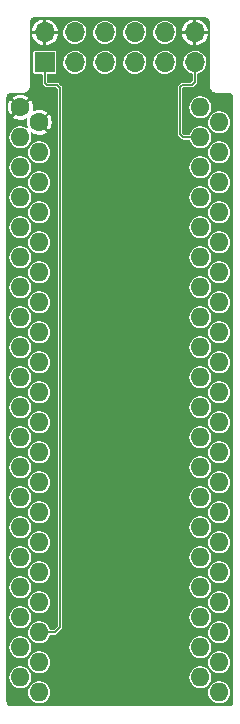
<source format=gtl>
%TF.GenerationSoftware,KiCad,Pcbnew,(6.0.2)*%
%TF.CreationDate,2022-04-04T11:22:31-04:00*%
%TF.ProjectId,xum1541-via-adapter,78756d31-3534-4312-9d76-69612d616461,1*%
%TF.SameCoordinates,Original*%
%TF.FileFunction,Copper,L1,Top*%
%TF.FilePolarity,Positive*%
%FSLAX46Y46*%
G04 Gerber Fmt 4.6, Leading zero omitted, Abs format (unit mm)*
G04 Created by KiCad (PCBNEW (6.0.2)) date 2022-04-04 11:22:31*
%MOMM*%
%LPD*%
G01*
G04 APERTURE LIST*
%TA.AperFunction,ComponentPad*%
%ADD10C,1.600000*%
%TD*%
%TA.AperFunction,ComponentPad*%
%ADD11O,1.600000X1.600000*%
%TD*%
%TA.AperFunction,ComponentPad*%
%ADD12R,1.700000X1.700000*%
%TD*%
%TA.AperFunction,ComponentPad*%
%ADD13O,1.700000X1.700000*%
%TD*%
%TA.AperFunction,Conductor*%
%ADD14C,0.127000*%
%TD*%
G04 APERTURE END LIST*
D10*
X126725850Y-79830000D03*
X128313350Y-81100000D03*
D11*
X128313350Y-83640000D03*
X126725850Y-82370000D03*
X126725850Y-84910000D03*
X128313350Y-86180000D03*
X126725850Y-87450000D03*
X128313350Y-88720000D03*
X128313350Y-91260000D03*
X126725850Y-89990000D03*
X128313350Y-93800000D03*
X126725850Y-92530000D03*
X128313350Y-96340000D03*
X126725850Y-95070000D03*
X126725850Y-97610000D03*
X128313350Y-98880000D03*
X126725850Y-100150000D03*
X128313350Y-101420000D03*
X128313350Y-103960000D03*
X126725850Y-102690000D03*
X126725850Y-105230000D03*
X128313350Y-106500000D03*
X126725850Y-107770000D03*
X128313350Y-109040000D03*
X126725850Y-110310000D03*
X128313350Y-111580000D03*
X126725850Y-112850000D03*
X128313350Y-114120000D03*
X128313350Y-116660000D03*
X126725850Y-115390000D03*
X126725850Y-117930000D03*
X128313350Y-119200000D03*
X128313350Y-121740000D03*
X126725850Y-120470000D03*
X126725850Y-123010000D03*
X128313350Y-124280000D03*
X126725850Y-125550000D03*
X128313350Y-126820000D03*
X126725850Y-128090000D03*
X128313350Y-129360000D03*
X143553350Y-129360000D03*
X141965850Y-128090000D03*
X141965850Y-125550000D03*
X143553350Y-126820000D03*
X141965850Y-123010000D03*
X143553350Y-124280000D03*
X141965850Y-120470000D03*
X143553350Y-121740000D03*
X143553350Y-119200000D03*
X141965850Y-117930000D03*
X143553350Y-116660000D03*
X141965850Y-115390000D03*
X141965850Y-112850000D03*
X143553350Y-114120000D03*
X143553350Y-111580000D03*
X141965850Y-110310000D03*
X141965850Y-107770000D03*
X143553350Y-109040000D03*
X143553350Y-106500000D03*
X141965850Y-105230000D03*
X141965850Y-102690000D03*
X143553350Y-103960000D03*
X141965850Y-100150000D03*
X143553350Y-101420000D03*
X143553350Y-98880000D03*
X141965850Y-97610000D03*
X141965850Y-95070000D03*
X143553350Y-96340000D03*
X143553350Y-93800000D03*
X141965850Y-92530000D03*
X143553350Y-91260000D03*
X141965850Y-89990000D03*
X143553350Y-88720000D03*
X141965850Y-87450000D03*
X143553350Y-86180000D03*
X141965850Y-84910000D03*
X143553350Y-83640000D03*
X141965850Y-82370000D03*
X143553350Y-81100000D03*
X141965850Y-79830000D03*
D12*
X128789600Y-76020000D03*
D13*
X128789600Y-73480000D03*
X131329600Y-76020000D03*
X131329600Y-73480000D03*
X133869600Y-76020000D03*
X133869600Y-73480000D03*
X136409600Y-76020000D03*
X136409600Y-73480000D03*
X138949600Y-76020000D03*
X138949600Y-73480000D03*
X141489600Y-76020000D03*
X141489600Y-73480000D03*
D14*
X140219599Y-82069499D02*
X140219599Y-82005999D01*
X141246101Y-77949999D02*
X141489600Y-77706500D01*
X140219599Y-78151001D02*
X140420601Y-77949999D01*
X141965850Y-82370000D02*
X140520100Y-82370000D01*
X141489600Y-77706500D02*
X141489600Y-76020000D01*
X140420601Y-77949999D02*
X141246101Y-77949999D01*
X140520100Y-82370000D02*
X140219599Y-82069499D01*
X140219599Y-82005999D02*
X140219599Y-78151001D01*
X128313350Y-124280000D02*
X129650600Y-124280000D01*
X128789600Y-77798499D02*
X128789600Y-76020000D01*
X128941100Y-77949999D02*
X128789600Y-77798499D01*
X130059599Y-78162998D02*
X129846600Y-77949999D01*
X130059599Y-123871001D02*
X130059599Y-78162998D01*
X129846600Y-77949999D02*
X128941100Y-77949999D01*
X129650600Y-124280000D02*
X130059599Y-123871001D01*
%TA.AperFunction,Conductor*%
G36*
X142423790Y-72221590D02*
G01*
X142431573Y-72223379D01*
X142439242Y-72225143D01*
X142446107Y-72223589D01*
X142453146Y-72223602D01*
X142453145Y-72224337D01*
X142464618Y-72223962D01*
X142522531Y-72233135D01*
X142541123Y-72239176D01*
X142607117Y-72272802D01*
X142622936Y-72284296D01*
X142675304Y-72336664D01*
X142686798Y-72352483D01*
X142715373Y-72408563D01*
X142720424Y-72418477D01*
X142726466Y-72437073D01*
X142735426Y-72493642D01*
X142735573Y-72494571D01*
X142735187Y-72505743D01*
X142736047Y-72505745D01*
X142736034Y-72512782D01*
X142734457Y-72519642D01*
X142736010Y-72526505D01*
X142736010Y-72526507D01*
X142738059Y-72535561D01*
X142739600Y-72549354D01*
X142739600Y-77889950D01*
X142737986Y-77904062D01*
X142736133Y-77912058D01*
X142734458Y-77919284D01*
X142734457Y-77920000D01*
X142735241Y-77923436D01*
X142736670Y-77929702D01*
X142737933Y-77937471D01*
X142749428Y-78054170D01*
X142749729Y-78057224D01*
X142750620Y-78060161D01*
X142788006Y-78183408D01*
X142789755Y-78189175D01*
X142854755Y-78310781D01*
X142942231Y-78417369D01*
X143048819Y-78504845D01*
X143051528Y-78506293D01*
X143051531Y-78506295D01*
X143094419Y-78529219D01*
X143170425Y-78569845D01*
X143173357Y-78570735D01*
X143173361Y-78570736D01*
X143275835Y-78601820D01*
X143302376Y-78609871D01*
X143305428Y-78610172D01*
X143305430Y-78610172D01*
X143421158Y-78621571D01*
X143429137Y-78622883D01*
X143438884Y-78625142D01*
X143439600Y-78625143D01*
X143455286Y-78621565D01*
X143469185Y-78620000D01*
X144409784Y-78620000D01*
X144423790Y-78621590D01*
X144429418Y-78622884D01*
X144439242Y-78625143D01*
X144446107Y-78623589D01*
X144453146Y-78623602D01*
X144453145Y-78624337D01*
X144464618Y-78623962D01*
X144522531Y-78633135D01*
X144541123Y-78639176D01*
X144607117Y-78672802D01*
X144622936Y-78684296D01*
X144675304Y-78736664D01*
X144686798Y-78752483D01*
X144720424Y-78818477D01*
X144726466Y-78837074D01*
X144735573Y-78894571D01*
X144735187Y-78905743D01*
X144736047Y-78905745D01*
X144736034Y-78912782D01*
X144734457Y-78919642D01*
X144736010Y-78926505D01*
X144736010Y-78926507D01*
X144738059Y-78935561D01*
X144739600Y-78949354D01*
X144739600Y-130190184D01*
X144738010Y-130204190D01*
X144734457Y-130219642D01*
X144736011Y-130226507D01*
X144735998Y-130233546D01*
X144735263Y-130233545D01*
X144735638Y-130245018D01*
X144726465Y-130302931D01*
X144720424Y-130321523D01*
X144686798Y-130387517D01*
X144675304Y-130403336D01*
X144622936Y-130455704D01*
X144607117Y-130467198D01*
X144541123Y-130500824D01*
X144522527Y-130506866D01*
X144465027Y-130515973D01*
X144453857Y-130515587D01*
X144453855Y-130516447D01*
X144446818Y-130516434D01*
X144439958Y-130514857D01*
X144433095Y-130516410D01*
X144433093Y-130516410D01*
X144424039Y-130518459D01*
X144410246Y-130520000D01*
X125869416Y-130520000D01*
X125855410Y-130518410D01*
X125846820Y-130516435D01*
X125839958Y-130514857D01*
X125833093Y-130516411D01*
X125826054Y-130516398D01*
X125826055Y-130515663D01*
X125814582Y-130516038D01*
X125756669Y-130506865D01*
X125738077Y-130500824D01*
X125672083Y-130467198D01*
X125656264Y-130455704D01*
X125603896Y-130403336D01*
X125592402Y-130387517D01*
X125558776Y-130321523D01*
X125552734Y-130302926D01*
X125543870Y-130246964D01*
X125543627Y-130245427D01*
X125544013Y-130234257D01*
X125543153Y-130234255D01*
X125543166Y-130227218D01*
X125544743Y-130220358D01*
X125543029Y-130212780D01*
X125541141Y-130204439D01*
X125539600Y-130190646D01*
X125539600Y-129360000D01*
X127380741Y-129360000D01*
X127401121Y-129553900D01*
X127402134Y-129557017D01*
X127402134Y-129557018D01*
X127460356Y-129736210D01*
X127460358Y-129736215D01*
X127461369Y-129739326D01*
X127463006Y-129742161D01*
X127557215Y-129905338D01*
X127557218Y-129905342D01*
X127558853Y-129908174D01*
X127689313Y-130053064D01*
X127847045Y-130167663D01*
X128025158Y-130246964D01*
X128028362Y-130247645D01*
X128212665Y-130286820D01*
X128212669Y-130286820D01*
X128215866Y-130287500D01*
X128410834Y-130287500D01*
X128414031Y-130286820D01*
X128414035Y-130286820D01*
X128598338Y-130247645D01*
X128601542Y-130246964D01*
X128779655Y-130167663D01*
X128937387Y-130053064D01*
X129067847Y-129908174D01*
X129069482Y-129905342D01*
X129069485Y-129905338D01*
X129163694Y-129742161D01*
X129165331Y-129739326D01*
X129166342Y-129736215D01*
X129166344Y-129736210D01*
X129224566Y-129557018D01*
X129224566Y-129557017D01*
X129225579Y-129553900D01*
X129245959Y-129360000D01*
X142620741Y-129360000D01*
X142641121Y-129553900D01*
X142642134Y-129557017D01*
X142642134Y-129557018D01*
X142700356Y-129736210D01*
X142700358Y-129736215D01*
X142701369Y-129739326D01*
X142703006Y-129742161D01*
X142797215Y-129905338D01*
X142797218Y-129905342D01*
X142798853Y-129908174D01*
X142929313Y-130053064D01*
X143087045Y-130167663D01*
X143265158Y-130246964D01*
X143268362Y-130247645D01*
X143452665Y-130286820D01*
X143452669Y-130286820D01*
X143455866Y-130287500D01*
X143650834Y-130287500D01*
X143654031Y-130286820D01*
X143654035Y-130286820D01*
X143838338Y-130247645D01*
X143841542Y-130246964D01*
X144019655Y-130167663D01*
X144177387Y-130053064D01*
X144307847Y-129908174D01*
X144309482Y-129905342D01*
X144309485Y-129905338D01*
X144403694Y-129742161D01*
X144405331Y-129739326D01*
X144406342Y-129736215D01*
X144406344Y-129736210D01*
X144464566Y-129557018D01*
X144464566Y-129557017D01*
X144465579Y-129553900D01*
X144485959Y-129360000D01*
X144465579Y-129166100D01*
X144464566Y-129162982D01*
X144406344Y-128983790D01*
X144406342Y-128983785D01*
X144405331Y-128980674D01*
X144356295Y-128895741D01*
X144309485Y-128814662D01*
X144309482Y-128814658D01*
X144307847Y-128811826D01*
X144283680Y-128784985D01*
X144179576Y-128669367D01*
X144179575Y-128669366D01*
X144177387Y-128666936D01*
X144019655Y-128552337D01*
X143841542Y-128473036D01*
X143809428Y-128466210D01*
X143654035Y-128433180D01*
X143654031Y-128433180D01*
X143650834Y-128432500D01*
X143455866Y-128432500D01*
X143452669Y-128433180D01*
X143452665Y-128433180D01*
X143297272Y-128466210D01*
X143265158Y-128473036D01*
X143087046Y-128552337D01*
X143084401Y-128554259D01*
X143084397Y-128554261D01*
X142931962Y-128665011D01*
X142931960Y-128665013D01*
X142929313Y-128666936D01*
X142851312Y-128753565D01*
X142824751Y-128783064D01*
X142798853Y-128811826D01*
X142797218Y-128814658D01*
X142797215Y-128814662D01*
X142750405Y-128895741D01*
X142701369Y-128980674D01*
X142700358Y-128983785D01*
X142700356Y-128983790D01*
X142642134Y-129162982D01*
X142641121Y-129166100D01*
X142620741Y-129360000D01*
X129245959Y-129360000D01*
X129225579Y-129166100D01*
X129224566Y-129162982D01*
X129166344Y-128983790D01*
X129166342Y-128983785D01*
X129165331Y-128980674D01*
X129116295Y-128895741D01*
X129069485Y-128814662D01*
X129069482Y-128814658D01*
X129067847Y-128811826D01*
X129043680Y-128784985D01*
X128939576Y-128669367D01*
X128939575Y-128669366D01*
X128937387Y-128666936D01*
X128779655Y-128552337D01*
X128601542Y-128473036D01*
X128569428Y-128466210D01*
X128414035Y-128433180D01*
X128414031Y-128433180D01*
X128410834Y-128432500D01*
X128215866Y-128432500D01*
X128212669Y-128433180D01*
X128212665Y-128433180D01*
X128057272Y-128466210D01*
X128025158Y-128473036D01*
X127847046Y-128552337D01*
X127844401Y-128554259D01*
X127844397Y-128554261D01*
X127691962Y-128665011D01*
X127691960Y-128665013D01*
X127689313Y-128666936D01*
X127611312Y-128753565D01*
X127584751Y-128783064D01*
X127558853Y-128811826D01*
X127557218Y-128814658D01*
X127557215Y-128814662D01*
X127510405Y-128895741D01*
X127461369Y-128980674D01*
X127460358Y-128983785D01*
X127460356Y-128983790D01*
X127402134Y-129162982D01*
X127401121Y-129166100D01*
X127380741Y-129360000D01*
X125539600Y-129360000D01*
X125539600Y-128090000D01*
X125793241Y-128090000D01*
X125813621Y-128283900D01*
X125814634Y-128287017D01*
X125814634Y-128287018D01*
X125872856Y-128466210D01*
X125872858Y-128466215D01*
X125873869Y-128469326D01*
X125899497Y-128513715D01*
X125969715Y-128635338D01*
X125969718Y-128635342D01*
X125971353Y-128638174D01*
X125973544Y-128640608D01*
X125973546Y-128640610D01*
X125999439Y-128669367D01*
X126101813Y-128783064D01*
X126259545Y-128897663D01*
X126437658Y-128976964D01*
X126440862Y-128977645D01*
X126625165Y-129016820D01*
X126625169Y-129016820D01*
X126628366Y-129017500D01*
X126823334Y-129017500D01*
X126826531Y-129016820D01*
X126826535Y-129016820D01*
X127010838Y-128977645D01*
X127014042Y-128976964D01*
X127192155Y-128897663D01*
X127349887Y-128783064D01*
X127452261Y-128669367D01*
X127478154Y-128640610D01*
X127478156Y-128640608D01*
X127480347Y-128638174D01*
X127481982Y-128635342D01*
X127481985Y-128635338D01*
X127552203Y-128513715D01*
X127577831Y-128469326D01*
X127578842Y-128466215D01*
X127578844Y-128466210D01*
X127637066Y-128287018D01*
X127637066Y-128287017D01*
X127638079Y-128283900D01*
X127658459Y-128090000D01*
X141033241Y-128090000D01*
X141053621Y-128283900D01*
X141054634Y-128287017D01*
X141054634Y-128287018D01*
X141112856Y-128466210D01*
X141112858Y-128466215D01*
X141113869Y-128469326D01*
X141139497Y-128513715D01*
X141209715Y-128635338D01*
X141209718Y-128635342D01*
X141211353Y-128638174D01*
X141213544Y-128640608D01*
X141213546Y-128640610D01*
X141239439Y-128669367D01*
X141341813Y-128783064D01*
X141499545Y-128897663D01*
X141677658Y-128976964D01*
X141680862Y-128977645D01*
X141865165Y-129016820D01*
X141865169Y-129016820D01*
X141868366Y-129017500D01*
X142063334Y-129017500D01*
X142066531Y-129016820D01*
X142066535Y-129016820D01*
X142250838Y-128977645D01*
X142254042Y-128976964D01*
X142432155Y-128897663D01*
X142589887Y-128783064D01*
X142692261Y-128669367D01*
X142718154Y-128640610D01*
X142718156Y-128640608D01*
X142720347Y-128638174D01*
X142721982Y-128635342D01*
X142721985Y-128635338D01*
X142792203Y-128513715D01*
X142817831Y-128469326D01*
X142818842Y-128466215D01*
X142818844Y-128466210D01*
X142877066Y-128287018D01*
X142877066Y-128287017D01*
X142878079Y-128283900D01*
X142898459Y-128090000D01*
X142878079Y-127896100D01*
X142877066Y-127892982D01*
X142818844Y-127713790D01*
X142818842Y-127713785D01*
X142817831Y-127710674D01*
X142768795Y-127625741D01*
X142721985Y-127544662D01*
X142721982Y-127544658D01*
X142720347Y-127541826D01*
X142696180Y-127514985D01*
X142592076Y-127399367D01*
X142592075Y-127399366D01*
X142589887Y-127396936D01*
X142432155Y-127282337D01*
X142254042Y-127203036D01*
X142221928Y-127196210D01*
X142066535Y-127163180D01*
X142066531Y-127163180D01*
X142063334Y-127162500D01*
X141868366Y-127162500D01*
X141865169Y-127163180D01*
X141865165Y-127163180D01*
X141709772Y-127196210D01*
X141677658Y-127203036D01*
X141499546Y-127282337D01*
X141496901Y-127284259D01*
X141496897Y-127284261D01*
X141344462Y-127395011D01*
X141344460Y-127395013D01*
X141341813Y-127396936D01*
X141263812Y-127483565D01*
X141237251Y-127513064D01*
X141211353Y-127541826D01*
X141209718Y-127544658D01*
X141209715Y-127544662D01*
X141162905Y-127625741D01*
X141113869Y-127710674D01*
X141112858Y-127713785D01*
X141112856Y-127713790D01*
X141054634Y-127892982D01*
X141053621Y-127896100D01*
X141033241Y-128090000D01*
X127658459Y-128090000D01*
X127638079Y-127896100D01*
X127637066Y-127892982D01*
X127578844Y-127713790D01*
X127578842Y-127713785D01*
X127577831Y-127710674D01*
X127528795Y-127625741D01*
X127481985Y-127544662D01*
X127481982Y-127544658D01*
X127480347Y-127541826D01*
X127456180Y-127514985D01*
X127352076Y-127399367D01*
X127352075Y-127399366D01*
X127349887Y-127396936D01*
X127192155Y-127282337D01*
X127014042Y-127203036D01*
X126981928Y-127196210D01*
X126826535Y-127163180D01*
X126826531Y-127163180D01*
X126823334Y-127162500D01*
X126628366Y-127162500D01*
X126625169Y-127163180D01*
X126625165Y-127163180D01*
X126469772Y-127196210D01*
X126437658Y-127203036D01*
X126259546Y-127282337D01*
X126256901Y-127284259D01*
X126256897Y-127284261D01*
X126104462Y-127395011D01*
X126104460Y-127395013D01*
X126101813Y-127396936D01*
X126023812Y-127483565D01*
X125997251Y-127513064D01*
X125971353Y-127541826D01*
X125969718Y-127544658D01*
X125969715Y-127544662D01*
X125922905Y-127625741D01*
X125873869Y-127710674D01*
X125872858Y-127713785D01*
X125872856Y-127713790D01*
X125814634Y-127892982D01*
X125813621Y-127896100D01*
X125793241Y-128090000D01*
X125539600Y-128090000D01*
X125539600Y-126820000D01*
X127380741Y-126820000D01*
X127401121Y-127013900D01*
X127402134Y-127017017D01*
X127402134Y-127017018D01*
X127460356Y-127196210D01*
X127460358Y-127196215D01*
X127461369Y-127199326D01*
X127486997Y-127243715D01*
X127557215Y-127365338D01*
X127557218Y-127365342D01*
X127558853Y-127368174D01*
X127561044Y-127370608D01*
X127561046Y-127370610D01*
X127586939Y-127399367D01*
X127689313Y-127513064D01*
X127847045Y-127627663D01*
X128025158Y-127706964D01*
X128028362Y-127707645D01*
X128212665Y-127746820D01*
X128212669Y-127746820D01*
X128215866Y-127747500D01*
X128410834Y-127747500D01*
X128414031Y-127746820D01*
X128414035Y-127746820D01*
X128598338Y-127707645D01*
X128601542Y-127706964D01*
X128779655Y-127627663D01*
X128937387Y-127513064D01*
X129039761Y-127399367D01*
X129065654Y-127370610D01*
X129065656Y-127370608D01*
X129067847Y-127368174D01*
X129069482Y-127365342D01*
X129069485Y-127365338D01*
X129139703Y-127243715D01*
X129165331Y-127199326D01*
X129166342Y-127196215D01*
X129166344Y-127196210D01*
X129224566Y-127017018D01*
X129224566Y-127017017D01*
X129225579Y-127013900D01*
X129245959Y-126820000D01*
X142620741Y-126820000D01*
X142641121Y-127013900D01*
X142642134Y-127017017D01*
X142642134Y-127017018D01*
X142700356Y-127196210D01*
X142700358Y-127196215D01*
X142701369Y-127199326D01*
X142726997Y-127243715D01*
X142797215Y-127365338D01*
X142797218Y-127365342D01*
X142798853Y-127368174D01*
X142801044Y-127370608D01*
X142801046Y-127370610D01*
X142826939Y-127399367D01*
X142929313Y-127513064D01*
X143087045Y-127627663D01*
X143265158Y-127706964D01*
X143268362Y-127707645D01*
X143452665Y-127746820D01*
X143452669Y-127746820D01*
X143455866Y-127747500D01*
X143650834Y-127747500D01*
X143654031Y-127746820D01*
X143654035Y-127746820D01*
X143838338Y-127707645D01*
X143841542Y-127706964D01*
X144019655Y-127627663D01*
X144177387Y-127513064D01*
X144279761Y-127399367D01*
X144305654Y-127370610D01*
X144305656Y-127370608D01*
X144307847Y-127368174D01*
X144309482Y-127365342D01*
X144309485Y-127365338D01*
X144379703Y-127243715D01*
X144405331Y-127199326D01*
X144406342Y-127196215D01*
X144406344Y-127196210D01*
X144464566Y-127017018D01*
X144464566Y-127017017D01*
X144465579Y-127013900D01*
X144485959Y-126820000D01*
X144465579Y-126626100D01*
X144464566Y-126622982D01*
X144406344Y-126443790D01*
X144406342Y-126443785D01*
X144405331Y-126440674D01*
X144356295Y-126355741D01*
X144309485Y-126274662D01*
X144309482Y-126274658D01*
X144307847Y-126271826D01*
X144283680Y-126244985D01*
X144179576Y-126129367D01*
X144179575Y-126129366D01*
X144177387Y-126126936D01*
X144019655Y-126012337D01*
X143841542Y-125933036D01*
X143809428Y-125926210D01*
X143654035Y-125893180D01*
X143654031Y-125893180D01*
X143650834Y-125892500D01*
X143455866Y-125892500D01*
X143452669Y-125893180D01*
X143452665Y-125893180D01*
X143297272Y-125926210D01*
X143265158Y-125933036D01*
X143087046Y-126012337D01*
X143084401Y-126014259D01*
X143084397Y-126014261D01*
X142931962Y-126125011D01*
X142931960Y-126125013D01*
X142929313Y-126126936D01*
X142851312Y-126213565D01*
X142824751Y-126243064D01*
X142798853Y-126271826D01*
X142797218Y-126274658D01*
X142797215Y-126274662D01*
X142750405Y-126355741D01*
X142701369Y-126440674D01*
X142700358Y-126443785D01*
X142700356Y-126443790D01*
X142642134Y-126622982D01*
X142641121Y-126626100D01*
X142620741Y-126820000D01*
X129245959Y-126820000D01*
X129225579Y-126626100D01*
X129224566Y-126622982D01*
X129166344Y-126443790D01*
X129166342Y-126443785D01*
X129165331Y-126440674D01*
X129116295Y-126355741D01*
X129069485Y-126274662D01*
X129069482Y-126274658D01*
X129067847Y-126271826D01*
X129043680Y-126244985D01*
X128939576Y-126129367D01*
X128939575Y-126129366D01*
X128937387Y-126126936D01*
X128779655Y-126012337D01*
X128601542Y-125933036D01*
X128569428Y-125926210D01*
X128414035Y-125893180D01*
X128414031Y-125893180D01*
X128410834Y-125892500D01*
X128215866Y-125892500D01*
X128212669Y-125893180D01*
X128212665Y-125893180D01*
X128057272Y-125926210D01*
X128025158Y-125933036D01*
X127847046Y-126012337D01*
X127844401Y-126014259D01*
X127844397Y-126014261D01*
X127691962Y-126125011D01*
X127691960Y-126125013D01*
X127689313Y-126126936D01*
X127611312Y-126213565D01*
X127584751Y-126243064D01*
X127558853Y-126271826D01*
X127557218Y-126274658D01*
X127557215Y-126274662D01*
X127510405Y-126355741D01*
X127461369Y-126440674D01*
X127460358Y-126443785D01*
X127460356Y-126443790D01*
X127402134Y-126622982D01*
X127401121Y-126626100D01*
X127380741Y-126820000D01*
X125539600Y-126820000D01*
X125539600Y-125550000D01*
X125793241Y-125550000D01*
X125813621Y-125743900D01*
X125814634Y-125747017D01*
X125814634Y-125747018D01*
X125872856Y-125926210D01*
X125872858Y-125926215D01*
X125873869Y-125929326D01*
X125899497Y-125973715D01*
X125969715Y-126095338D01*
X125969718Y-126095342D01*
X125971353Y-126098174D01*
X125973544Y-126100608D01*
X125973546Y-126100610D01*
X125999439Y-126129367D01*
X126101813Y-126243064D01*
X126259545Y-126357663D01*
X126437658Y-126436964D01*
X126440862Y-126437645D01*
X126625165Y-126476820D01*
X126625169Y-126476820D01*
X126628366Y-126477500D01*
X126823334Y-126477500D01*
X126826531Y-126476820D01*
X126826535Y-126476820D01*
X127010838Y-126437645D01*
X127014042Y-126436964D01*
X127192155Y-126357663D01*
X127349887Y-126243064D01*
X127452261Y-126129367D01*
X127478154Y-126100610D01*
X127478156Y-126100608D01*
X127480347Y-126098174D01*
X127481982Y-126095342D01*
X127481985Y-126095338D01*
X127552203Y-125973715D01*
X127577831Y-125929326D01*
X127578842Y-125926215D01*
X127578844Y-125926210D01*
X127637066Y-125747018D01*
X127637066Y-125747017D01*
X127638079Y-125743900D01*
X127658459Y-125550000D01*
X141033241Y-125550000D01*
X141053621Y-125743900D01*
X141054634Y-125747017D01*
X141054634Y-125747018D01*
X141112856Y-125926210D01*
X141112858Y-125926215D01*
X141113869Y-125929326D01*
X141139497Y-125973715D01*
X141209715Y-126095338D01*
X141209718Y-126095342D01*
X141211353Y-126098174D01*
X141213544Y-126100608D01*
X141213546Y-126100610D01*
X141239439Y-126129367D01*
X141341813Y-126243064D01*
X141499545Y-126357663D01*
X141677658Y-126436964D01*
X141680862Y-126437645D01*
X141865165Y-126476820D01*
X141865169Y-126476820D01*
X141868366Y-126477500D01*
X142063334Y-126477500D01*
X142066531Y-126476820D01*
X142066535Y-126476820D01*
X142250838Y-126437645D01*
X142254042Y-126436964D01*
X142432155Y-126357663D01*
X142589887Y-126243064D01*
X142692261Y-126129367D01*
X142718154Y-126100610D01*
X142718156Y-126100608D01*
X142720347Y-126098174D01*
X142721982Y-126095342D01*
X142721985Y-126095338D01*
X142792203Y-125973715D01*
X142817831Y-125929326D01*
X142818842Y-125926215D01*
X142818844Y-125926210D01*
X142877066Y-125747018D01*
X142877066Y-125747017D01*
X142878079Y-125743900D01*
X142898459Y-125550000D01*
X142878079Y-125356100D01*
X142877066Y-125352982D01*
X142818844Y-125173790D01*
X142818842Y-125173785D01*
X142817831Y-125170674D01*
X142768795Y-125085741D01*
X142721985Y-125004662D01*
X142721982Y-125004658D01*
X142720347Y-125001826D01*
X142696180Y-124974985D01*
X142592076Y-124859367D01*
X142592075Y-124859366D01*
X142589887Y-124856936D01*
X142432155Y-124742337D01*
X142254042Y-124663036D01*
X142221928Y-124656210D01*
X142066535Y-124623180D01*
X142066531Y-124623180D01*
X142063334Y-124622500D01*
X141868366Y-124622500D01*
X141865169Y-124623180D01*
X141865165Y-124623180D01*
X141709772Y-124656210D01*
X141677658Y-124663036D01*
X141499546Y-124742337D01*
X141496901Y-124744259D01*
X141496897Y-124744261D01*
X141344462Y-124855011D01*
X141344460Y-124855013D01*
X141341813Y-124856936D01*
X141263812Y-124943565D01*
X141237251Y-124973064D01*
X141211353Y-125001826D01*
X141209718Y-125004658D01*
X141209715Y-125004662D01*
X141162905Y-125085741D01*
X141113869Y-125170674D01*
X141112858Y-125173785D01*
X141112856Y-125173790D01*
X141054634Y-125352982D01*
X141053621Y-125356100D01*
X141033241Y-125550000D01*
X127658459Y-125550000D01*
X127638079Y-125356100D01*
X127637066Y-125352982D01*
X127578844Y-125173790D01*
X127578842Y-125173785D01*
X127577831Y-125170674D01*
X127528795Y-125085741D01*
X127481985Y-125004662D01*
X127481982Y-125004658D01*
X127480347Y-125001826D01*
X127456180Y-124974985D01*
X127352076Y-124859367D01*
X127352075Y-124859366D01*
X127349887Y-124856936D01*
X127192155Y-124742337D01*
X127014042Y-124663036D01*
X126981928Y-124656210D01*
X126826535Y-124623180D01*
X126826531Y-124623180D01*
X126823334Y-124622500D01*
X126628366Y-124622500D01*
X126625169Y-124623180D01*
X126625165Y-124623180D01*
X126469772Y-124656210D01*
X126437658Y-124663036D01*
X126259546Y-124742337D01*
X126256901Y-124744259D01*
X126256897Y-124744261D01*
X126104462Y-124855011D01*
X126104460Y-124855013D01*
X126101813Y-124856936D01*
X126023812Y-124943565D01*
X125997251Y-124973064D01*
X125971353Y-125001826D01*
X125969718Y-125004658D01*
X125969715Y-125004662D01*
X125922905Y-125085741D01*
X125873869Y-125170674D01*
X125872858Y-125173785D01*
X125872856Y-125173790D01*
X125814634Y-125352982D01*
X125813621Y-125356100D01*
X125793241Y-125550000D01*
X125539600Y-125550000D01*
X125539600Y-124280000D01*
X127380741Y-124280000D01*
X127401121Y-124473900D01*
X127402134Y-124477017D01*
X127402134Y-124477018D01*
X127460356Y-124656210D01*
X127460358Y-124656215D01*
X127461369Y-124659326D01*
X127486997Y-124703715D01*
X127557215Y-124825338D01*
X127557218Y-124825342D01*
X127558853Y-124828174D01*
X127561044Y-124830608D01*
X127561046Y-124830610D01*
X127586939Y-124859367D01*
X127689313Y-124973064D01*
X127847045Y-125087663D01*
X128025158Y-125166964D01*
X128028362Y-125167645D01*
X128212665Y-125206820D01*
X128212669Y-125206820D01*
X128215866Y-125207500D01*
X128410834Y-125207500D01*
X128414031Y-125206820D01*
X128414035Y-125206820D01*
X128598338Y-125167645D01*
X128601542Y-125166964D01*
X128779655Y-125087663D01*
X128937387Y-124973064D01*
X129039761Y-124859367D01*
X129065654Y-124830610D01*
X129065656Y-124830608D01*
X129067847Y-124828174D01*
X129069482Y-124825342D01*
X129069485Y-124825338D01*
X129139703Y-124703715D01*
X129165331Y-124659326D01*
X129166342Y-124656215D01*
X129166344Y-124656210D01*
X129212489Y-124514187D01*
X129243555Y-124477812D01*
X129271930Y-124471000D01*
X129607368Y-124471000D01*
X129614707Y-124472250D01*
X129614790Y-124471523D01*
X129621781Y-124472320D01*
X129628422Y-124474652D01*
X129635415Y-124473874D01*
X129635416Y-124473874D01*
X129657797Y-124471383D01*
X129664710Y-124471000D01*
X129672133Y-124471000D01*
X129679065Y-124469419D01*
X129686018Y-124468243D01*
X129715029Y-124465014D01*
X129720993Y-124461281D01*
X129724941Y-124459906D01*
X129728700Y-124458097D01*
X129735559Y-124456532D01*
X129758374Y-124438351D01*
X129764159Y-124434256D01*
X129767315Y-124432280D01*
X129767317Y-124432279D01*
X129770311Y-124430404D01*
X129775524Y-124425191D01*
X129780768Y-124420506D01*
X129798204Y-124406612D01*
X129798204Y-124406611D01*
X129803709Y-124402225D01*
X129806767Y-124395886D01*
X129811158Y-124390385D01*
X129811692Y-124390811D01*
X129816068Y-124384647D01*
X129920715Y-124280000D01*
X142620741Y-124280000D01*
X142641121Y-124473900D01*
X142642134Y-124477017D01*
X142642134Y-124477018D01*
X142700356Y-124656210D01*
X142700358Y-124656215D01*
X142701369Y-124659326D01*
X142726997Y-124703715D01*
X142797215Y-124825338D01*
X142797218Y-124825342D01*
X142798853Y-124828174D01*
X142801044Y-124830608D01*
X142801046Y-124830610D01*
X142826939Y-124859367D01*
X142929313Y-124973064D01*
X143087045Y-125087663D01*
X143265158Y-125166964D01*
X143268362Y-125167645D01*
X143452665Y-125206820D01*
X143452669Y-125206820D01*
X143455866Y-125207500D01*
X143650834Y-125207500D01*
X143654031Y-125206820D01*
X143654035Y-125206820D01*
X143838338Y-125167645D01*
X143841542Y-125166964D01*
X144019655Y-125087663D01*
X144177387Y-124973064D01*
X144279761Y-124859367D01*
X144305654Y-124830610D01*
X144305656Y-124830608D01*
X144307847Y-124828174D01*
X144309482Y-124825342D01*
X144309485Y-124825338D01*
X144379703Y-124703715D01*
X144405331Y-124659326D01*
X144406342Y-124656215D01*
X144406344Y-124656210D01*
X144464566Y-124477018D01*
X144464566Y-124477017D01*
X144465579Y-124473900D01*
X144485959Y-124280000D01*
X144465579Y-124086100D01*
X144449505Y-124036629D01*
X144406344Y-123903790D01*
X144406342Y-123903785D01*
X144405331Y-123900674D01*
X144356295Y-123815741D01*
X144309485Y-123734662D01*
X144309482Y-123734658D01*
X144307847Y-123731826D01*
X144283680Y-123704985D01*
X144179576Y-123589367D01*
X144179575Y-123589366D01*
X144177387Y-123586936D01*
X144019655Y-123472337D01*
X143841542Y-123393036D01*
X143809428Y-123386210D01*
X143654035Y-123353180D01*
X143654031Y-123353180D01*
X143650834Y-123352500D01*
X143455866Y-123352500D01*
X143452669Y-123353180D01*
X143452665Y-123353180D01*
X143297272Y-123386210D01*
X143265158Y-123393036D01*
X143087046Y-123472337D01*
X143084401Y-123474259D01*
X143084397Y-123474261D01*
X142931962Y-123585011D01*
X142931960Y-123585013D01*
X142929313Y-123586936D01*
X142851312Y-123673565D01*
X142824751Y-123703064D01*
X142798853Y-123731826D01*
X142797218Y-123734658D01*
X142797215Y-123734662D01*
X142750405Y-123815741D01*
X142701369Y-123900674D01*
X142700358Y-123903785D01*
X142700356Y-123903790D01*
X142657195Y-124036629D01*
X142641121Y-124086100D01*
X142620741Y-124280000D01*
X129920715Y-124280000D01*
X130164086Y-124036629D01*
X130170160Y-124032324D01*
X130169704Y-124031751D01*
X130175212Y-124027370D01*
X130181557Y-124024323D01*
X130200017Y-124001240D01*
X130204634Y-123996081D01*
X130209883Y-123990832D01*
X130213656Y-123984829D01*
X130217764Y-123979048D01*
X130231586Y-123961765D01*
X130235982Y-123956268D01*
X130237559Y-123949408D01*
X130239377Y-123945648D01*
X130240755Y-123941712D01*
X130244501Y-123935753D01*
X130247778Y-123906764D01*
X130248970Y-123899788D01*
X130250599Y-123892704D01*
X130250599Y-123885330D01*
X130250995Y-123878309D01*
X130253499Y-123856156D01*
X130254290Y-123849163D01*
X130251969Y-123842518D01*
X130251185Y-123835524D01*
X130251863Y-123835448D01*
X130250599Y-123827996D01*
X130250599Y-123010000D01*
X141033241Y-123010000D01*
X141053621Y-123203900D01*
X141054634Y-123207017D01*
X141054634Y-123207018D01*
X141112856Y-123386210D01*
X141112858Y-123386215D01*
X141113869Y-123389326D01*
X141139497Y-123433715D01*
X141209715Y-123555338D01*
X141209718Y-123555342D01*
X141211353Y-123558174D01*
X141213544Y-123560608D01*
X141213546Y-123560610D01*
X141239439Y-123589367D01*
X141341813Y-123703064D01*
X141499545Y-123817663D01*
X141677658Y-123896964D01*
X141692909Y-123900206D01*
X141865165Y-123936820D01*
X141865169Y-123936820D01*
X141868366Y-123937500D01*
X142063334Y-123937500D01*
X142066531Y-123936820D01*
X142066535Y-123936820D01*
X142238791Y-123900206D01*
X142254042Y-123896964D01*
X142432155Y-123817663D01*
X142589887Y-123703064D01*
X142692261Y-123589367D01*
X142718154Y-123560610D01*
X142718156Y-123560608D01*
X142720347Y-123558174D01*
X142721982Y-123555342D01*
X142721985Y-123555338D01*
X142792203Y-123433715D01*
X142817831Y-123389326D01*
X142818842Y-123386215D01*
X142818844Y-123386210D01*
X142877066Y-123207018D01*
X142877066Y-123207017D01*
X142878079Y-123203900D01*
X142898459Y-123010000D01*
X142878079Y-122816100D01*
X142877066Y-122812982D01*
X142818844Y-122633790D01*
X142818842Y-122633785D01*
X142817831Y-122630674D01*
X142768795Y-122545741D01*
X142721985Y-122464662D01*
X142721982Y-122464658D01*
X142720347Y-122461826D01*
X142696180Y-122434985D01*
X142592076Y-122319367D01*
X142592075Y-122319366D01*
X142589887Y-122316936D01*
X142432155Y-122202337D01*
X142254042Y-122123036D01*
X142221928Y-122116210D01*
X142066535Y-122083180D01*
X142066531Y-122083180D01*
X142063334Y-122082500D01*
X141868366Y-122082500D01*
X141865169Y-122083180D01*
X141865165Y-122083180D01*
X141709772Y-122116210D01*
X141677658Y-122123036D01*
X141499546Y-122202337D01*
X141496901Y-122204259D01*
X141496897Y-122204261D01*
X141344462Y-122315011D01*
X141344460Y-122315013D01*
X141341813Y-122316936D01*
X141263812Y-122403565D01*
X141237251Y-122433064D01*
X141211353Y-122461826D01*
X141209718Y-122464658D01*
X141209715Y-122464662D01*
X141162905Y-122545741D01*
X141113869Y-122630674D01*
X141112858Y-122633785D01*
X141112856Y-122633790D01*
X141054634Y-122812982D01*
X141053621Y-122816100D01*
X141033241Y-123010000D01*
X130250599Y-123010000D01*
X130250599Y-121740000D01*
X142620741Y-121740000D01*
X142641121Y-121933900D01*
X142642134Y-121937017D01*
X142642134Y-121937018D01*
X142700356Y-122116210D01*
X142700358Y-122116215D01*
X142701369Y-122119326D01*
X142726997Y-122163715D01*
X142797215Y-122285338D01*
X142797218Y-122285342D01*
X142798853Y-122288174D01*
X142801044Y-122290608D01*
X142801046Y-122290610D01*
X142826939Y-122319367D01*
X142929313Y-122433064D01*
X143087045Y-122547663D01*
X143265158Y-122626964D01*
X143268362Y-122627645D01*
X143452665Y-122666820D01*
X143452669Y-122666820D01*
X143455866Y-122667500D01*
X143650834Y-122667500D01*
X143654031Y-122666820D01*
X143654035Y-122666820D01*
X143838338Y-122627645D01*
X143841542Y-122626964D01*
X144019655Y-122547663D01*
X144177387Y-122433064D01*
X144279761Y-122319367D01*
X144305654Y-122290610D01*
X144305656Y-122290608D01*
X144307847Y-122288174D01*
X144309482Y-122285342D01*
X144309485Y-122285338D01*
X144379703Y-122163715D01*
X144405331Y-122119326D01*
X144406342Y-122116215D01*
X144406344Y-122116210D01*
X144464566Y-121937018D01*
X144464566Y-121937017D01*
X144465579Y-121933900D01*
X144485959Y-121740000D01*
X144465579Y-121546100D01*
X144464566Y-121542982D01*
X144406344Y-121363790D01*
X144406342Y-121363785D01*
X144405331Y-121360674D01*
X144356295Y-121275741D01*
X144309485Y-121194662D01*
X144309482Y-121194658D01*
X144307847Y-121191826D01*
X144283680Y-121164985D01*
X144179576Y-121049367D01*
X144179575Y-121049366D01*
X144177387Y-121046936D01*
X144019655Y-120932337D01*
X143841542Y-120853036D01*
X143809428Y-120846210D01*
X143654035Y-120813180D01*
X143654031Y-120813180D01*
X143650834Y-120812500D01*
X143455866Y-120812500D01*
X143452669Y-120813180D01*
X143452665Y-120813180D01*
X143297272Y-120846210D01*
X143265158Y-120853036D01*
X143087046Y-120932337D01*
X143084401Y-120934259D01*
X143084397Y-120934261D01*
X142931962Y-121045011D01*
X142931960Y-121045013D01*
X142929313Y-121046936D01*
X142851312Y-121133565D01*
X142824751Y-121163064D01*
X142798853Y-121191826D01*
X142797218Y-121194658D01*
X142797215Y-121194662D01*
X142750405Y-121275741D01*
X142701369Y-121360674D01*
X142700358Y-121363785D01*
X142700356Y-121363790D01*
X142642134Y-121542982D01*
X142641121Y-121546100D01*
X142620741Y-121740000D01*
X130250599Y-121740000D01*
X130250599Y-120470000D01*
X141033241Y-120470000D01*
X141053621Y-120663900D01*
X141054634Y-120667017D01*
X141054634Y-120667018D01*
X141112856Y-120846210D01*
X141112858Y-120846215D01*
X141113869Y-120849326D01*
X141139497Y-120893715D01*
X141209715Y-121015338D01*
X141209718Y-121015342D01*
X141211353Y-121018174D01*
X141213544Y-121020608D01*
X141213546Y-121020610D01*
X141239439Y-121049367D01*
X141341813Y-121163064D01*
X141499545Y-121277663D01*
X141677658Y-121356964D01*
X141680862Y-121357645D01*
X141865165Y-121396820D01*
X141865169Y-121396820D01*
X141868366Y-121397500D01*
X142063334Y-121397500D01*
X142066531Y-121396820D01*
X142066535Y-121396820D01*
X142250838Y-121357645D01*
X142254042Y-121356964D01*
X142432155Y-121277663D01*
X142589887Y-121163064D01*
X142692261Y-121049367D01*
X142718154Y-121020610D01*
X142718156Y-121020608D01*
X142720347Y-121018174D01*
X142721982Y-121015342D01*
X142721985Y-121015338D01*
X142792203Y-120893715D01*
X142817831Y-120849326D01*
X142818842Y-120846215D01*
X142818844Y-120846210D01*
X142877066Y-120667018D01*
X142877066Y-120667017D01*
X142878079Y-120663900D01*
X142898459Y-120470000D01*
X142878079Y-120276100D01*
X142877066Y-120272982D01*
X142818844Y-120093790D01*
X142818842Y-120093785D01*
X142817831Y-120090674D01*
X142768795Y-120005741D01*
X142721985Y-119924662D01*
X142721982Y-119924658D01*
X142720347Y-119921826D01*
X142696180Y-119894985D01*
X142592076Y-119779367D01*
X142592075Y-119779366D01*
X142589887Y-119776936D01*
X142432155Y-119662337D01*
X142254042Y-119583036D01*
X142221928Y-119576210D01*
X142066535Y-119543180D01*
X142066531Y-119543180D01*
X142063334Y-119542500D01*
X141868366Y-119542500D01*
X141865169Y-119543180D01*
X141865165Y-119543180D01*
X141709772Y-119576210D01*
X141677658Y-119583036D01*
X141499546Y-119662337D01*
X141496901Y-119664259D01*
X141496897Y-119664261D01*
X141344462Y-119775011D01*
X141344460Y-119775013D01*
X141341813Y-119776936D01*
X141263812Y-119863565D01*
X141237251Y-119893064D01*
X141211353Y-119921826D01*
X141209718Y-119924658D01*
X141209715Y-119924662D01*
X141162905Y-120005741D01*
X141113869Y-120090674D01*
X141112858Y-120093785D01*
X141112856Y-120093790D01*
X141054634Y-120272982D01*
X141053621Y-120276100D01*
X141033241Y-120470000D01*
X130250599Y-120470000D01*
X130250599Y-119200000D01*
X142620741Y-119200000D01*
X142641121Y-119393900D01*
X142642134Y-119397017D01*
X142642134Y-119397018D01*
X142700356Y-119576210D01*
X142700358Y-119576215D01*
X142701369Y-119579326D01*
X142726997Y-119623715D01*
X142797215Y-119745338D01*
X142797218Y-119745342D01*
X142798853Y-119748174D01*
X142801044Y-119750608D01*
X142801046Y-119750610D01*
X142826939Y-119779367D01*
X142929313Y-119893064D01*
X143087045Y-120007663D01*
X143265158Y-120086964D01*
X143268362Y-120087645D01*
X143452665Y-120126820D01*
X143452669Y-120126820D01*
X143455866Y-120127500D01*
X143650834Y-120127500D01*
X143654031Y-120126820D01*
X143654035Y-120126820D01*
X143838338Y-120087645D01*
X143841542Y-120086964D01*
X144019655Y-120007663D01*
X144177387Y-119893064D01*
X144279761Y-119779367D01*
X144305654Y-119750610D01*
X144305656Y-119750608D01*
X144307847Y-119748174D01*
X144309482Y-119745342D01*
X144309485Y-119745338D01*
X144379703Y-119623715D01*
X144405331Y-119579326D01*
X144406342Y-119576215D01*
X144406344Y-119576210D01*
X144464566Y-119397018D01*
X144464566Y-119397017D01*
X144465579Y-119393900D01*
X144485959Y-119200000D01*
X144465579Y-119006100D01*
X144464566Y-119002982D01*
X144406344Y-118823790D01*
X144406342Y-118823785D01*
X144405331Y-118820674D01*
X144356295Y-118735741D01*
X144309485Y-118654662D01*
X144309482Y-118654658D01*
X144307847Y-118651826D01*
X144283680Y-118624985D01*
X144179576Y-118509367D01*
X144179575Y-118509366D01*
X144177387Y-118506936D01*
X144019655Y-118392337D01*
X143841542Y-118313036D01*
X143809428Y-118306210D01*
X143654035Y-118273180D01*
X143654031Y-118273180D01*
X143650834Y-118272500D01*
X143455866Y-118272500D01*
X143452669Y-118273180D01*
X143452665Y-118273180D01*
X143297272Y-118306210D01*
X143265158Y-118313036D01*
X143087046Y-118392337D01*
X143084401Y-118394259D01*
X143084397Y-118394261D01*
X142931962Y-118505011D01*
X142931960Y-118505013D01*
X142929313Y-118506936D01*
X142851312Y-118593565D01*
X142824751Y-118623064D01*
X142798853Y-118651826D01*
X142797218Y-118654658D01*
X142797215Y-118654662D01*
X142750405Y-118735741D01*
X142701369Y-118820674D01*
X142700358Y-118823785D01*
X142700356Y-118823790D01*
X142642134Y-119002982D01*
X142641121Y-119006100D01*
X142620741Y-119200000D01*
X130250599Y-119200000D01*
X130250599Y-117930000D01*
X141033241Y-117930000D01*
X141053621Y-118123900D01*
X141054634Y-118127017D01*
X141054634Y-118127018D01*
X141112856Y-118306210D01*
X141112858Y-118306215D01*
X141113869Y-118309326D01*
X141139497Y-118353715D01*
X141209715Y-118475338D01*
X141209718Y-118475342D01*
X141211353Y-118478174D01*
X141213544Y-118480608D01*
X141213546Y-118480610D01*
X141239439Y-118509367D01*
X141341813Y-118623064D01*
X141499545Y-118737663D01*
X141677658Y-118816964D01*
X141680862Y-118817645D01*
X141865165Y-118856820D01*
X141865169Y-118856820D01*
X141868366Y-118857500D01*
X142063334Y-118857500D01*
X142066531Y-118856820D01*
X142066535Y-118856820D01*
X142250838Y-118817645D01*
X142254042Y-118816964D01*
X142432155Y-118737663D01*
X142589887Y-118623064D01*
X142692261Y-118509367D01*
X142718154Y-118480610D01*
X142718156Y-118480608D01*
X142720347Y-118478174D01*
X142721982Y-118475342D01*
X142721985Y-118475338D01*
X142792203Y-118353715D01*
X142817831Y-118309326D01*
X142818842Y-118306215D01*
X142818844Y-118306210D01*
X142877066Y-118127018D01*
X142877066Y-118127017D01*
X142878079Y-118123900D01*
X142898459Y-117930000D01*
X142878079Y-117736100D01*
X142877066Y-117732982D01*
X142818844Y-117553790D01*
X142818842Y-117553785D01*
X142817831Y-117550674D01*
X142768795Y-117465741D01*
X142721985Y-117384662D01*
X142721982Y-117384658D01*
X142720347Y-117381826D01*
X142696180Y-117354985D01*
X142592076Y-117239367D01*
X142592075Y-117239366D01*
X142589887Y-117236936D01*
X142432155Y-117122337D01*
X142254042Y-117043036D01*
X142221928Y-117036210D01*
X142066535Y-117003180D01*
X142066531Y-117003180D01*
X142063334Y-117002500D01*
X141868366Y-117002500D01*
X141865169Y-117003180D01*
X141865165Y-117003180D01*
X141709772Y-117036210D01*
X141677658Y-117043036D01*
X141499546Y-117122337D01*
X141496901Y-117124259D01*
X141496897Y-117124261D01*
X141344462Y-117235011D01*
X141344460Y-117235013D01*
X141341813Y-117236936D01*
X141263812Y-117323565D01*
X141237251Y-117353064D01*
X141211353Y-117381826D01*
X141209718Y-117384658D01*
X141209715Y-117384662D01*
X141162905Y-117465741D01*
X141113869Y-117550674D01*
X141112858Y-117553785D01*
X141112856Y-117553790D01*
X141054634Y-117732982D01*
X141053621Y-117736100D01*
X141033241Y-117930000D01*
X130250599Y-117930000D01*
X130250599Y-116660000D01*
X142620741Y-116660000D01*
X142641121Y-116853900D01*
X142642134Y-116857017D01*
X142642134Y-116857018D01*
X142700356Y-117036210D01*
X142700358Y-117036215D01*
X142701369Y-117039326D01*
X142726997Y-117083715D01*
X142797215Y-117205338D01*
X142797218Y-117205342D01*
X142798853Y-117208174D01*
X142801044Y-117210608D01*
X142801046Y-117210610D01*
X142826939Y-117239367D01*
X142929313Y-117353064D01*
X143087045Y-117467663D01*
X143265158Y-117546964D01*
X143268362Y-117547645D01*
X143452665Y-117586820D01*
X143452669Y-117586820D01*
X143455866Y-117587500D01*
X143650834Y-117587500D01*
X143654031Y-117586820D01*
X143654035Y-117586820D01*
X143838338Y-117547645D01*
X143841542Y-117546964D01*
X144019655Y-117467663D01*
X144177387Y-117353064D01*
X144279761Y-117239367D01*
X144305654Y-117210610D01*
X144305656Y-117210608D01*
X144307847Y-117208174D01*
X144309482Y-117205342D01*
X144309485Y-117205338D01*
X144379703Y-117083715D01*
X144405331Y-117039326D01*
X144406342Y-117036215D01*
X144406344Y-117036210D01*
X144464566Y-116857018D01*
X144464566Y-116857017D01*
X144465579Y-116853900D01*
X144485959Y-116660000D01*
X144465579Y-116466100D01*
X144464566Y-116462982D01*
X144406344Y-116283790D01*
X144406342Y-116283785D01*
X144405331Y-116280674D01*
X144356295Y-116195741D01*
X144309485Y-116114662D01*
X144309482Y-116114658D01*
X144307847Y-116111826D01*
X144283680Y-116084985D01*
X144179576Y-115969367D01*
X144179575Y-115969366D01*
X144177387Y-115966936D01*
X144019655Y-115852337D01*
X143841542Y-115773036D01*
X143809428Y-115766210D01*
X143654035Y-115733180D01*
X143654031Y-115733180D01*
X143650834Y-115732500D01*
X143455866Y-115732500D01*
X143452669Y-115733180D01*
X143452665Y-115733180D01*
X143297272Y-115766210D01*
X143265158Y-115773036D01*
X143087046Y-115852337D01*
X143084401Y-115854259D01*
X143084397Y-115854261D01*
X142931962Y-115965011D01*
X142931960Y-115965013D01*
X142929313Y-115966936D01*
X142851312Y-116053565D01*
X142824751Y-116083064D01*
X142798853Y-116111826D01*
X142797218Y-116114658D01*
X142797215Y-116114662D01*
X142750405Y-116195741D01*
X142701369Y-116280674D01*
X142700358Y-116283785D01*
X142700356Y-116283790D01*
X142642134Y-116462982D01*
X142641121Y-116466100D01*
X142620741Y-116660000D01*
X130250599Y-116660000D01*
X130250599Y-115390000D01*
X141033241Y-115390000D01*
X141053621Y-115583900D01*
X141054634Y-115587017D01*
X141054634Y-115587018D01*
X141112856Y-115766210D01*
X141112858Y-115766215D01*
X141113869Y-115769326D01*
X141139497Y-115813715D01*
X141209715Y-115935338D01*
X141209718Y-115935342D01*
X141211353Y-115938174D01*
X141213544Y-115940608D01*
X141213546Y-115940610D01*
X141239439Y-115969367D01*
X141341813Y-116083064D01*
X141499545Y-116197663D01*
X141677658Y-116276964D01*
X141680862Y-116277645D01*
X141865165Y-116316820D01*
X141865169Y-116316820D01*
X141868366Y-116317500D01*
X142063334Y-116317500D01*
X142066531Y-116316820D01*
X142066535Y-116316820D01*
X142250838Y-116277645D01*
X142254042Y-116276964D01*
X142432155Y-116197663D01*
X142589887Y-116083064D01*
X142692261Y-115969367D01*
X142718154Y-115940610D01*
X142718156Y-115940608D01*
X142720347Y-115938174D01*
X142721982Y-115935342D01*
X142721985Y-115935338D01*
X142792203Y-115813715D01*
X142817831Y-115769326D01*
X142818842Y-115766215D01*
X142818844Y-115766210D01*
X142877066Y-115587018D01*
X142877066Y-115587017D01*
X142878079Y-115583900D01*
X142898459Y-115390000D01*
X142878079Y-115196100D01*
X142877066Y-115192982D01*
X142818844Y-115013790D01*
X142818842Y-115013785D01*
X142817831Y-115010674D01*
X142768795Y-114925741D01*
X142721985Y-114844662D01*
X142721982Y-114844658D01*
X142720347Y-114841826D01*
X142696180Y-114814985D01*
X142592076Y-114699367D01*
X142592075Y-114699366D01*
X142589887Y-114696936D01*
X142432155Y-114582337D01*
X142254042Y-114503036D01*
X142221928Y-114496210D01*
X142066535Y-114463180D01*
X142066531Y-114463180D01*
X142063334Y-114462500D01*
X141868366Y-114462500D01*
X141865169Y-114463180D01*
X141865165Y-114463180D01*
X141709772Y-114496210D01*
X141677658Y-114503036D01*
X141499546Y-114582337D01*
X141496901Y-114584259D01*
X141496897Y-114584261D01*
X141344462Y-114695011D01*
X141344460Y-114695013D01*
X141341813Y-114696936D01*
X141263812Y-114783565D01*
X141237251Y-114813064D01*
X141211353Y-114841826D01*
X141209718Y-114844658D01*
X141209715Y-114844662D01*
X141162905Y-114925741D01*
X141113869Y-115010674D01*
X141112858Y-115013785D01*
X141112856Y-115013790D01*
X141054634Y-115192982D01*
X141053621Y-115196100D01*
X141033241Y-115390000D01*
X130250599Y-115390000D01*
X130250599Y-114120000D01*
X142620741Y-114120000D01*
X142641121Y-114313900D01*
X142642134Y-114317017D01*
X142642134Y-114317018D01*
X142700356Y-114496210D01*
X142700358Y-114496215D01*
X142701369Y-114499326D01*
X142726997Y-114543715D01*
X142797215Y-114665338D01*
X142797218Y-114665342D01*
X142798853Y-114668174D01*
X142801044Y-114670608D01*
X142801046Y-114670610D01*
X142826939Y-114699367D01*
X142929313Y-114813064D01*
X143087045Y-114927663D01*
X143265158Y-115006964D01*
X143268362Y-115007645D01*
X143452665Y-115046820D01*
X143452669Y-115046820D01*
X143455866Y-115047500D01*
X143650834Y-115047500D01*
X143654031Y-115046820D01*
X143654035Y-115046820D01*
X143838338Y-115007645D01*
X143841542Y-115006964D01*
X144019655Y-114927663D01*
X144177387Y-114813064D01*
X144279761Y-114699367D01*
X144305654Y-114670610D01*
X144305656Y-114670608D01*
X144307847Y-114668174D01*
X144309482Y-114665342D01*
X144309485Y-114665338D01*
X144379703Y-114543715D01*
X144405331Y-114499326D01*
X144406342Y-114496215D01*
X144406344Y-114496210D01*
X144464566Y-114317018D01*
X144464566Y-114317017D01*
X144465579Y-114313900D01*
X144485959Y-114120000D01*
X144465579Y-113926100D01*
X144464566Y-113922982D01*
X144406344Y-113743790D01*
X144406342Y-113743785D01*
X144405331Y-113740674D01*
X144356295Y-113655741D01*
X144309485Y-113574662D01*
X144309482Y-113574658D01*
X144307847Y-113571826D01*
X144283680Y-113544985D01*
X144179576Y-113429367D01*
X144179575Y-113429366D01*
X144177387Y-113426936D01*
X144019655Y-113312337D01*
X143841542Y-113233036D01*
X143809428Y-113226210D01*
X143654035Y-113193180D01*
X143654031Y-113193180D01*
X143650834Y-113192500D01*
X143455866Y-113192500D01*
X143452669Y-113193180D01*
X143452665Y-113193180D01*
X143297272Y-113226210D01*
X143265158Y-113233036D01*
X143087046Y-113312337D01*
X143084401Y-113314259D01*
X143084397Y-113314261D01*
X142931962Y-113425011D01*
X142931960Y-113425013D01*
X142929313Y-113426936D01*
X142851312Y-113513565D01*
X142824751Y-113543064D01*
X142798853Y-113571826D01*
X142797218Y-113574658D01*
X142797215Y-113574662D01*
X142750405Y-113655741D01*
X142701369Y-113740674D01*
X142700358Y-113743785D01*
X142700356Y-113743790D01*
X142642134Y-113922982D01*
X142641121Y-113926100D01*
X142620741Y-114120000D01*
X130250599Y-114120000D01*
X130250599Y-112850000D01*
X141033241Y-112850000D01*
X141053621Y-113043900D01*
X141054634Y-113047017D01*
X141054634Y-113047018D01*
X141112856Y-113226210D01*
X141112858Y-113226215D01*
X141113869Y-113229326D01*
X141139497Y-113273715D01*
X141209715Y-113395338D01*
X141209718Y-113395342D01*
X141211353Y-113398174D01*
X141213544Y-113400608D01*
X141213546Y-113400610D01*
X141239439Y-113429367D01*
X141341813Y-113543064D01*
X141499545Y-113657663D01*
X141677658Y-113736964D01*
X141680862Y-113737645D01*
X141865165Y-113776820D01*
X141865169Y-113776820D01*
X141868366Y-113777500D01*
X142063334Y-113777500D01*
X142066531Y-113776820D01*
X142066535Y-113776820D01*
X142250838Y-113737645D01*
X142254042Y-113736964D01*
X142432155Y-113657663D01*
X142589887Y-113543064D01*
X142692261Y-113429367D01*
X142718154Y-113400610D01*
X142718156Y-113400608D01*
X142720347Y-113398174D01*
X142721982Y-113395342D01*
X142721985Y-113395338D01*
X142792203Y-113273715D01*
X142817831Y-113229326D01*
X142818842Y-113226215D01*
X142818844Y-113226210D01*
X142877066Y-113047018D01*
X142877066Y-113047017D01*
X142878079Y-113043900D01*
X142898459Y-112850000D01*
X142878079Y-112656100D01*
X142877066Y-112652982D01*
X142818844Y-112473790D01*
X142818842Y-112473785D01*
X142817831Y-112470674D01*
X142768795Y-112385741D01*
X142721985Y-112304662D01*
X142721982Y-112304658D01*
X142720347Y-112301826D01*
X142696180Y-112274985D01*
X142592076Y-112159367D01*
X142592075Y-112159366D01*
X142589887Y-112156936D01*
X142432155Y-112042337D01*
X142254042Y-111963036D01*
X142221928Y-111956210D01*
X142066535Y-111923180D01*
X142066531Y-111923180D01*
X142063334Y-111922500D01*
X141868366Y-111922500D01*
X141865169Y-111923180D01*
X141865165Y-111923180D01*
X141709772Y-111956210D01*
X141677658Y-111963036D01*
X141499546Y-112042337D01*
X141496901Y-112044259D01*
X141496897Y-112044261D01*
X141344462Y-112155011D01*
X141344460Y-112155013D01*
X141341813Y-112156936D01*
X141263812Y-112243565D01*
X141237251Y-112273064D01*
X141211353Y-112301826D01*
X141209718Y-112304658D01*
X141209715Y-112304662D01*
X141162905Y-112385741D01*
X141113869Y-112470674D01*
X141112858Y-112473785D01*
X141112856Y-112473790D01*
X141054634Y-112652982D01*
X141053621Y-112656100D01*
X141033241Y-112850000D01*
X130250599Y-112850000D01*
X130250599Y-111580000D01*
X142620741Y-111580000D01*
X142641121Y-111773900D01*
X142642134Y-111777017D01*
X142642134Y-111777018D01*
X142700356Y-111956210D01*
X142700358Y-111956215D01*
X142701369Y-111959326D01*
X142726997Y-112003715D01*
X142797215Y-112125338D01*
X142797218Y-112125342D01*
X142798853Y-112128174D01*
X142801044Y-112130608D01*
X142801046Y-112130610D01*
X142826939Y-112159367D01*
X142929313Y-112273064D01*
X143087045Y-112387663D01*
X143265158Y-112466964D01*
X143268362Y-112467645D01*
X143452665Y-112506820D01*
X143452669Y-112506820D01*
X143455866Y-112507500D01*
X143650834Y-112507500D01*
X143654031Y-112506820D01*
X143654035Y-112506820D01*
X143838338Y-112467645D01*
X143841542Y-112466964D01*
X144019655Y-112387663D01*
X144177387Y-112273064D01*
X144279761Y-112159367D01*
X144305654Y-112130610D01*
X144305656Y-112130608D01*
X144307847Y-112128174D01*
X144309482Y-112125342D01*
X144309485Y-112125338D01*
X144379703Y-112003715D01*
X144405331Y-111959326D01*
X144406342Y-111956215D01*
X144406344Y-111956210D01*
X144464566Y-111777018D01*
X144464566Y-111777017D01*
X144465579Y-111773900D01*
X144485959Y-111580000D01*
X144465579Y-111386100D01*
X144464566Y-111382982D01*
X144406344Y-111203790D01*
X144406342Y-111203785D01*
X144405331Y-111200674D01*
X144356295Y-111115741D01*
X144309485Y-111034662D01*
X144309482Y-111034658D01*
X144307847Y-111031826D01*
X144283680Y-111004985D01*
X144179576Y-110889367D01*
X144179575Y-110889366D01*
X144177387Y-110886936D01*
X144019655Y-110772337D01*
X143841542Y-110693036D01*
X143809428Y-110686210D01*
X143654035Y-110653180D01*
X143654031Y-110653180D01*
X143650834Y-110652500D01*
X143455866Y-110652500D01*
X143452669Y-110653180D01*
X143452665Y-110653180D01*
X143297272Y-110686210D01*
X143265158Y-110693036D01*
X143087046Y-110772337D01*
X143084401Y-110774259D01*
X143084397Y-110774261D01*
X142931962Y-110885011D01*
X142931960Y-110885013D01*
X142929313Y-110886936D01*
X142851312Y-110973565D01*
X142824751Y-111003064D01*
X142798853Y-111031826D01*
X142797218Y-111034658D01*
X142797215Y-111034662D01*
X142750405Y-111115741D01*
X142701369Y-111200674D01*
X142700358Y-111203785D01*
X142700356Y-111203790D01*
X142642134Y-111382982D01*
X142641121Y-111386100D01*
X142620741Y-111580000D01*
X130250599Y-111580000D01*
X130250599Y-110310000D01*
X141033241Y-110310000D01*
X141053621Y-110503900D01*
X141054634Y-110507017D01*
X141054634Y-110507018D01*
X141112856Y-110686210D01*
X141112858Y-110686215D01*
X141113869Y-110689326D01*
X141139497Y-110733715D01*
X141209715Y-110855338D01*
X141209718Y-110855342D01*
X141211353Y-110858174D01*
X141213544Y-110860608D01*
X141213546Y-110860610D01*
X141239439Y-110889367D01*
X141341813Y-111003064D01*
X141499545Y-111117663D01*
X141677658Y-111196964D01*
X141680862Y-111197645D01*
X141865165Y-111236820D01*
X141865169Y-111236820D01*
X141868366Y-111237500D01*
X142063334Y-111237500D01*
X142066531Y-111236820D01*
X142066535Y-111236820D01*
X142250838Y-111197645D01*
X142254042Y-111196964D01*
X142432155Y-111117663D01*
X142589887Y-111003064D01*
X142692261Y-110889367D01*
X142718154Y-110860610D01*
X142718156Y-110860608D01*
X142720347Y-110858174D01*
X142721982Y-110855342D01*
X142721985Y-110855338D01*
X142792203Y-110733715D01*
X142817831Y-110689326D01*
X142818842Y-110686215D01*
X142818844Y-110686210D01*
X142877066Y-110507018D01*
X142877066Y-110507017D01*
X142878079Y-110503900D01*
X142898459Y-110310000D01*
X142878079Y-110116100D01*
X142877066Y-110112982D01*
X142818844Y-109933790D01*
X142818842Y-109933785D01*
X142817831Y-109930674D01*
X142768795Y-109845741D01*
X142721985Y-109764662D01*
X142721982Y-109764658D01*
X142720347Y-109761826D01*
X142696180Y-109734985D01*
X142592076Y-109619367D01*
X142592075Y-109619366D01*
X142589887Y-109616936D01*
X142432155Y-109502337D01*
X142254042Y-109423036D01*
X142221928Y-109416210D01*
X142066535Y-109383180D01*
X142066531Y-109383180D01*
X142063334Y-109382500D01*
X141868366Y-109382500D01*
X141865169Y-109383180D01*
X141865165Y-109383180D01*
X141709772Y-109416210D01*
X141677658Y-109423036D01*
X141499546Y-109502337D01*
X141496901Y-109504259D01*
X141496897Y-109504261D01*
X141344462Y-109615011D01*
X141344460Y-109615013D01*
X141341813Y-109616936D01*
X141263812Y-109703565D01*
X141237251Y-109733064D01*
X141211353Y-109761826D01*
X141209718Y-109764658D01*
X141209715Y-109764662D01*
X141162905Y-109845741D01*
X141113869Y-109930674D01*
X141112858Y-109933785D01*
X141112856Y-109933790D01*
X141054634Y-110112982D01*
X141053621Y-110116100D01*
X141033241Y-110310000D01*
X130250599Y-110310000D01*
X130250599Y-109040000D01*
X142620741Y-109040000D01*
X142641121Y-109233900D01*
X142642134Y-109237017D01*
X142642134Y-109237018D01*
X142700356Y-109416210D01*
X142700358Y-109416215D01*
X142701369Y-109419326D01*
X142726997Y-109463715D01*
X142797215Y-109585338D01*
X142797218Y-109585342D01*
X142798853Y-109588174D01*
X142801044Y-109590608D01*
X142801046Y-109590610D01*
X142826939Y-109619367D01*
X142929313Y-109733064D01*
X143087045Y-109847663D01*
X143265158Y-109926964D01*
X143268362Y-109927645D01*
X143452665Y-109966820D01*
X143452669Y-109966820D01*
X143455866Y-109967500D01*
X143650834Y-109967500D01*
X143654031Y-109966820D01*
X143654035Y-109966820D01*
X143838338Y-109927645D01*
X143841542Y-109926964D01*
X144019655Y-109847663D01*
X144177387Y-109733064D01*
X144279761Y-109619367D01*
X144305654Y-109590610D01*
X144305656Y-109590608D01*
X144307847Y-109588174D01*
X144309482Y-109585342D01*
X144309485Y-109585338D01*
X144379703Y-109463715D01*
X144405331Y-109419326D01*
X144406342Y-109416215D01*
X144406344Y-109416210D01*
X144464566Y-109237018D01*
X144464566Y-109237017D01*
X144465579Y-109233900D01*
X144485959Y-109040000D01*
X144465579Y-108846100D01*
X144464566Y-108842982D01*
X144406344Y-108663790D01*
X144406342Y-108663785D01*
X144405331Y-108660674D01*
X144356295Y-108575741D01*
X144309485Y-108494662D01*
X144309482Y-108494658D01*
X144307847Y-108491826D01*
X144283680Y-108464985D01*
X144179576Y-108349367D01*
X144179575Y-108349366D01*
X144177387Y-108346936D01*
X144019655Y-108232337D01*
X143841542Y-108153036D01*
X143809428Y-108146210D01*
X143654035Y-108113180D01*
X143654031Y-108113180D01*
X143650834Y-108112500D01*
X143455866Y-108112500D01*
X143452669Y-108113180D01*
X143452665Y-108113180D01*
X143297272Y-108146210D01*
X143265158Y-108153036D01*
X143087046Y-108232337D01*
X143084401Y-108234259D01*
X143084397Y-108234261D01*
X142931962Y-108345011D01*
X142931960Y-108345013D01*
X142929313Y-108346936D01*
X142851312Y-108433565D01*
X142824751Y-108463064D01*
X142798853Y-108491826D01*
X142797218Y-108494658D01*
X142797215Y-108494662D01*
X142750405Y-108575741D01*
X142701369Y-108660674D01*
X142700358Y-108663785D01*
X142700356Y-108663790D01*
X142642134Y-108842982D01*
X142641121Y-108846100D01*
X142620741Y-109040000D01*
X130250599Y-109040000D01*
X130250599Y-107770000D01*
X141033241Y-107770000D01*
X141053621Y-107963900D01*
X141054634Y-107967017D01*
X141054634Y-107967018D01*
X141112856Y-108146210D01*
X141112858Y-108146215D01*
X141113869Y-108149326D01*
X141139497Y-108193715D01*
X141209715Y-108315338D01*
X141209718Y-108315342D01*
X141211353Y-108318174D01*
X141213544Y-108320608D01*
X141213546Y-108320610D01*
X141239439Y-108349367D01*
X141341813Y-108463064D01*
X141499545Y-108577663D01*
X141677658Y-108656964D01*
X141680862Y-108657645D01*
X141865165Y-108696820D01*
X141865169Y-108696820D01*
X141868366Y-108697500D01*
X142063334Y-108697500D01*
X142066531Y-108696820D01*
X142066535Y-108696820D01*
X142250838Y-108657645D01*
X142254042Y-108656964D01*
X142432155Y-108577663D01*
X142589887Y-108463064D01*
X142692261Y-108349367D01*
X142718154Y-108320610D01*
X142718156Y-108320608D01*
X142720347Y-108318174D01*
X142721982Y-108315342D01*
X142721985Y-108315338D01*
X142792203Y-108193715D01*
X142817831Y-108149326D01*
X142818842Y-108146215D01*
X142818844Y-108146210D01*
X142877066Y-107967018D01*
X142877066Y-107967017D01*
X142878079Y-107963900D01*
X142898459Y-107770000D01*
X142878079Y-107576100D01*
X142877066Y-107572982D01*
X142818844Y-107393790D01*
X142818842Y-107393785D01*
X142817831Y-107390674D01*
X142768795Y-107305741D01*
X142721985Y-107224662D01*
X142721982Y-107224658D01*
X142720347Y-107221826D01*
X142696180Y-107194985D01*
X142592076Y-107079367D01*
X142592075Y-107079366D01*
X142589887Y-107076936D01*
X142432155Y-106962337D01*
X142254042Y-106883036D01*
X142221928Y-106876210D01*
X142066535Y-106843180D01*
X142066531Y-106843180D01*
X142063334Y-106842500D01*
X141868366Y-106842500D01*
X141865169Y-106843180D01*
X141865165Y-106843180D01*
X141709772Y-106876210D01*
X141677658Y-106883036D01*
X141499546Y-106962337D01*
X141496901Y-106964259D01*
X141496897Y-106964261D01*
X141344462Y-107075011D01*
X141344460Y-107075013D01*
X141341813Y-107076936D01*
X141263812Y-107163565D01*
X141237251Y-107193064D01*
X141211353Y-107221826D01*
X141209718Y-107224658D01*
X141209715Y-107224662D01*
X141162905Y-107305741D01*
X141113869Y-107390674D01*
X141112858Y-107393785D01*
X141112856Y-107393790D01*
X141054634Y-107572982D01*
X141053621Y-107576100D01*
X141033241Y-107770000D01*
X130250599Y-107770000D01*
X130250599Y-106500000D01*
X142620741Y-106500000D01*
X142641121Y-106693900D01*
X142642134Y-106697017D01*
X142642134Y-106697018D01*
X142700356Y-106876210D01*
X142700358Y-106876215D01*
X142701369Y-106879326D01*
X142726997Y-106923715D01*
X142797215Y-107045338D01*
X142797218Y-107045342D01*
X142798853Y-107048174D01*
X142801044Y-107050608D01*
X142801046Y-107050610D01*
X142826939Y-107079367D01*
X142929313Y-107193064D01*
X143087045Y-107307663D01*
X143265158Y-107386964D01*
X143268362Y-107387645D01*
X143452665Y-107426820D01*
X143452669Y-107426820D01*
X143455866Y-107427500D01*
X143650834Y-107427500D01*
X143654031Y-107426820D01*
X143654035Y-107426820D01*
X143838338Y-107387645D01*
X143841542Y-107386964D01*
X144019655Y-107307663D01*
X144177387Y-107193064D01*
X144279761Y-107079367D01*
X144305654Y-107050610D01*
X144305656Y-107050608D01*
X144307847Y-107048174D01*
X144309482Y-107045342D01*
X144309485Y-107045338D01*
X144379703Y-106923715D01*
X144405331Y-106879326D01*
X144406342Y-106876215D01*
X144406344Y-106876210D01*
X144464566Y-106697018D01*
X144464566Y-106697017D01*
X144465579Y-106693900D01*
X144485959Y-106500000D01*
X144465579Y-106306100D01*
X144464566Y-106302982D01*
X144406344Y-106123790D01*
X144406342Y-106123785D01*
X144405331Y-106120674D01*
X144356295Y-106035741D01*
X144309485Y-105954662D01*
X144309482Y-105954658D01*
X144307847Y-105951826D01*
X144283680Y-105924985D01*
X144179576Y-105809367D01*
X144179575Y-105809366D01*
X144177387Y-105806936D01*
X144019655Y-105692337D01*
X143841542Y-105613036D01*
X143809428Y-105606210D01*
X143654035Y-105573180D01*
X143654031Y-105573180D01*
X143650834Y-105572500D01*
X143455866Y-105572500D01*
X143452669Y-105573180D01*
X143452665Y-105573180D01*
X143297272Y-105606210D01*
X143265158Y-105613036D01*
X143087046Y-105692337D01*
X143084401Y-105694259D01*
X143084397Y-105694261D01*
X142931962Y-105805011D01*
X142931960Y-105805013D01*
X142929313Y-105806936D01*
X142851312Y-105893565D01*
X142824751Y-105923064D01*
X142798853Y-105951826D01*
X142797218Y-105954658D01*
X142797215Y-105954662D01*
X142750405Y-106035741D01*
X142701369Y-106120674D01*
X142700358Y-106123785D01*
X142700356Y-106123790D01*
X142642134Y-106302982D01*
X142641121Y-106306100D01*
X142620741Y-106500000D01*
X130250599Y-106500000D01*
X130250599Y-105230000D01*
X141033241Y-105230000D01*
X141053621Y-105423900D01*
X141054634Y-105427017D01*
X141054634Y-105427018D01*
X141112856Y-105606210D01*
X141112858Y-105606215D01*
X141113869Y-105609326D01*
X141139497Y-105653715D01*
X141209715Y-105775338D01*
X141209718Y-105775342D01*
X141211353Y-105778174D01*
X141213544Y-105780608D01*
X141213546Y-105780610D01*
X141239439Y-105809367D01*
X141341813Y-105923064D01*
X141499545Y-106037663D01*
X141677658Y-106116964D01*
X141680862Y-106117645D01*
X141865165Y-106156820D01*
X141865169Y-106156820D01*
X141868366Y-106157500D01*
X142063334Y-106157500D01*
X142066531Y-106156820D01*
X142066535Y-106156820D01*
X142250838Y-106117645D01*
X142254042Y-106116964D01*
X142432155Y-106037663D01*
X142589887Y-105923064D01*
X142692261Y-105809367D01*
X142718154Y-105780610D01*
X142718156Y-105780608D01*
X142720347Y-105778174D01*
X142721982Y-105775342D01*
X142721985Y-105775338D01*
X142792203Y-105653715D01*
X142817831Y-105609326D01*
X142818842Y-105606215D01*
X142818844Y-105606210D01*
X142877066Y-105427018D01*
X142877066Y-105427017D01*
X142878079Y-105423900D01*
X142898459Y-105230000D01*
X142878079Y-105036100D01*
X142877066Y-105032982D01*
X142818844Y-104853790D01*
X142818842Y-104853785D01*
X142817831Y-104850674D01*
X142768795Y-104765741D01*
X142721985Y-104684662D01*
X142721982Y-104684658D01*
X142720347Y-104681826D01*
X142696180Y-104654985D01*
X142592076Y-104539367D01*
X142592075Y-104539366D01*
X142589887Y-104536936D01*
X142432155Y-104422337D01*
X142254042Y-104343036D01*
X142221928Y-104336210D01*
X142066535Y-104303180D01*
X142066531Y-104303180D01*
X142063334Y-104302500D01*
X141868366Y-104302500D01*
X141865169Y-104303180D01*
X141865165Y-104303180D01*
X141709772Y-104336210D01*
X141677658Y-104343036D01*
X141499546Y-104422337D01*
X141496901Y-104424259D01*
X141496897Y-104424261D01*
X141344462Y-104535011D01*
X141344460Y-104535013D01*
X141341813Y-104536936D01*
X141263812Y-104623565D01*
X141237251Y-104653064D01*
X141211353Y-104681826D01*
X141209718Y-104684658D01*
X141209715Y-104684662D01*
X141162905Y-104765741D01*
X141113869Y-104850674D01*
X141112858Y-104853785D01*
X141112856Y-104853790D01*
X141054634Y-105032982D01*
X141053621Y-105036100D01*
X141033241Y-105230000D01*
X130250599Y-105230000D01*
X130250599Y-103960000D01*
X142620741Y-103960000D01*
X142641121Y-104153900D01*
X142642134Y-104157017D01*
X142642134Y-104157018D01*
X142700356Y-104336210D01*
X142700358Y-104336215D01*
X142701369Y-104339326D01*
X142726997Y-104383715D01*
X142797215Y-104505338D01*
X142797218Y-104505342D01*
X142798853Y-104508174D01*
X142801044Y-104510608D01*
X142801046Y-104510610D01*
X142826939Y-104539367D01*
X142929313Y-104653064D01*
X143087045Y-104767663D01*
X143265158Y-104846964D01*
X143268362Y-104847645D01*
X143452665Y-104886820D01*
X143452669Y-104886820D01*
X143455866Y-104887500D01*
X143650834Y-104887500D01*
X143654031Y-104886820D01*
X143654035Y-104886820D01*
X143838338Y-104847645D01*
X143841542Y-104846964D01*
X144019655Y-104767663D01*
X144177387Y-104653064D01*
X144279761Y-104539367D01*
X144305654Y-104510610D01*
X144305656Y-104510608D01*
X144307847Y-104508174D01*
X144309482Y-104505342D01*
X144309485Y-104505338D01*
X144379703Y-104383715D01*
X144405331Y-104339326D01*
X144406342Y-104336215D01*
X144406344Y-104336210D01*
X144464566Y-104157018D01*
X144464566Y-104157017D01*
X144465579Y-104153900D01*
X144485959Y-103960000D01*
X144465579Y-103766100D01*
X144464566Y-103762982D01*
X144406344Y-103583790D01*
X144406342Y-103583785D01*
X144405331Y-103580674D01*
X144356295Y-103495741D01*
X144309485Y-103414662D01*
X144309482Y-103414658D01*
X144307847Y-103411826D01*
X144283680Y-103384985D01*
X144179576Y-103269367D01*
X144179575Y-103269366D01*
X144177387Y-103266936D01*
X144019655Y-103152337D01*
X143841542Y-103073036D01*
X143809428Y-103066210D01*
X143654035Y-103033180D01*
X143654031Y-103033180D01*
X143650834Y-103032500D01*
X143455866Y-103032500D01*
X143452669Y-103033180D01*
X143452665Y-103033180D01*
X143297272Y-103066210D01*
X143265158Y-103073036D01*
X143087046Y-103152337D01*
X143084401Y-103154259D01*
X143084397Y-103154261D01*
X142931962Y-103265011D01*
X142931960Y-103265013D01*
X142929313Y-103266936D01*
X142851312Y-103353565D01*
X142824751Y-103383064D01*
X142798853Y-103411826D01*
X142797218Y-103414658D01*
X142797215Y-103414662D01*
X142750405Y-103495741D01*
X142701369Y-103580674D01*
X142700358Y-103583785D01*
X142700356Y-103583790D01*
X142642134Y-103762982D01*
X142641121Y-103766100D01*
X142620741Y-103960000D01*
X130250599Y-103960000D01*
X130250599Y-102690000D01*
X141033241Y-102690000D01*
X141053621Y-102883900D01*
X141054634Y-102887017D01*
X141054634Y-102887018D01*
X141112856Y-103066210D01*
X141112858Y-103066215D01*
X141113869Y-103069326D01*
X141139497Y-103113715D01*
X141209715Y-103235338D01*
X141209718Y-103235342D01*
X141211353Y-103238174D01*
X141213544Y-103240608D01*
X141213546Y-103240610D01*
X141239439Y-103269367D01*
X141341813Y-103383064D01*
X141499545Y-103497663D01*
X141677658Y-103576964D01*
X141680862Y-103577645D01*
X141865165Y-103616820D01*
X141865169Y-103616820D01*
X141868366Y-103617500D01*
X142063334Y-103617500D01*
X142066531Y-103616820D01*
X142066535Y-103616820D01*
X142250838Y-103577645D01*
X142254042Y-103576964D01*
X142432155Y-103497663D01*
X142589887Y-103383064D01*
X142692261Y-103269367D01*
X142718154Y-103240610D01*
X142718156Y-103240608D01*
X142720347Y-103238174D01*
X142721982Y-103235342D01*
X142721985Y-103235338D01*
X142792203Y-103113715D01*
X142817831Y-103069326D01*
X142818842Y-103066215D01*
X142818844Y-103066210D01*
X142877066Y-102887018D01*
X142877066Y-102887017D01*
X142878079Y-102883900D01*
X142898459Y-102690000D01*
X142878079Y-102496100D01*
X142877066Y-102492982D01*
X142818844Y-102313790D01*
X142818842Y-102313785D01*
X142817831Y-102310674D01*
X142768795Y-102225741D01*
X142721985Y-102144662D01*
X142721982Y-102144658D01*
X142720347Y-102141826D01*
X142696180Y-102114985D01*
X142592076Y-101999367D01*
X142592075Y-101999366D01*
X142589887Y-101996936D01*
X142432155Y-101882337D01*
X142254042Y-101803036D01*
X142221928Y-101796210D01*
X142066535Y-101763180D01*
X142066531Y-101763180D01*
X142063334Y-101762500D01*
X141868366Y-101762500D01*
X141865169Y-101763180D01*
X141865165Y-101763180D01*
X141709772Y-101796210D01*
X141677658Y-101803036D01*
X141499546Y-101882337D01*
X141496901Y-101884259D01*
X141496897Y-101884261D01*
X141344462Y-101995011D01*
X141344460Y-101995013D01*
X141341813Y-101996936D01*
X141263812Y-102083565D01*
X141237251Y-102113064D01*
X141211353Y-102141826D01*
X141209718Y-102144658D01*
X141209715Y-102144662D01*
X141162905Y-102225741D01*
X141113869Y-102310674D01*
X141112858Y-102313785D01*
X141112856Y-102313790D01*
X141054634Y-102492982D01*
X141053621Y-102496100D01*
X141033241Y-102690000D01*
X130250599Y-102690000D01*
X130250599Y-101420000D01*
X142620741Y-101420000D01*
X142641121Y-101613900D01*
X142642134Y-101617017D01*
X142642134Y-101617018D01*
X142700356Y-101796210D01*
X142700358Y-101796215D01*
X142701369Y-101799326D01*
X142726997Y-101843715D01*
X142797215Y-101965338D01*
X142797218Y-101965342D01*
X142798853Y-101968174D01*
X142801044Y-101970608D01*
X142801046Y-101970610D01*
X142826939Y-101999367D01*
X142929313Y-102113064D01*
X143087045Y-102227663D01*
X143265158Y-102306964D01*
X143268362Y-102307645D01*
X143452665Y-102346820D01*
X143452669Y-102346820D01*
X143455866Y-102347500D01*
X143650834Y-102347500D01*
X143654031Y-102346820D01*
X143654035Y-102346820D01*
X143838338Y-102307645D01*
X143841542Y-102306964D01*
X144019655Y-102227663D01*
X144177387Y-102113064D01*
X144279761Y-101999367D01*
X144305654Y-101970610D01*
X144305656Y-101970608D01*
X144307847Y-101968174D01*
X144309482Y-101965342D01*
X144309485Y-101965338D01*
X144379703Y-101843715D01*
X144405331Y-101799326D01*
X144406342Y-101796215D01*
X144406344Y-101796210D01*
X144464566Y-101617018D01*
X144464566Y-101617017D01*
X144465579Y-101613900D01*
X144485959Y-101420000D01*
X144465579Y-101226100D01*
X144464566Y-101222982D01*
X144406344Y-101043790D01*
X144406342Y-101043785D01*
X144405331Y-101040674D01*
X144356295Y-100955741D01*
X144309485Y-100874662D01*
X144309482Y-100874658D01*
X144307847Y-100871826D01*
X144283680Y-100844985D01*
X144179576Y-100729367D01*
X144179575Y-100729366D01*
X144177387Y-100726936D01*
X144019655Y-100612337D01*
X143841542Y-100533036D01*
X143809428Y-100526210D01*
X143654035Y-100493180D01*
X143654031Y-100493180D01*
X143650834Y-100492500D01*
X143455866Y-100492500D01*
X143452669Y-100493180D01*
X143452665Y-100493180D01*
X143297272Y-100526210D01*
X143265158Y-100533036D01*
X143087046Y-100612337D01*
X143084401Y-100614259D01*
X143084397Y-100614261D01*
X142931962Y-100725011D01*
X142931960Y-100725013D01*
X142929313Y-100726936D01*
X142851312Y-100813565D01*
X142824751Y-100843064D01*
X142798853Y-100871826D01*
X142797218Y-100874658D01*
X142797215Y-100874662D01*
X142750405Y-100955741D01*
X142701369Y-101040674D01*
X142700358Y-101043785D01*
X142700356Y-101043790D01*
X142642134Y-101222982D01*
X142641121Y-101226100D01*
X142620741Y-101420000D01*
X130250599Y-101420000D01*
X130250599Y-100150000D01*
X141033241Y-100150000D01*
X141053621Y-100343900D01*
X141054634Y-100347017D01*
X141054634Y-100347018D01*
X141112856Y-100526210D01*
X141112858Y-100526215D01*
X141113869Y-100529326D01*
X141139497Y-100573715D01*
X141209715Y-100695338D01*
X141209718Y-100695342D01*
X141211353Y-100698174D01*
X141213544Y-100700608D01*
X141213546Y-100700610D01*
X141239439Y-100729367D01*
X141341813Y-100843064D01*
X141499545Y-100957663D01*
X141677658Y-101036964D01*
X141680862Y-101037645D01*
X141865165Y-101076820D01*
X141865169Y-101076820D01*
X141868366Y-101077500D01*
X142063334Y-101077500D01*
X142066531Y-101076820D01*
X142066535Y-101076820D01*
X142250838Y-101037645D01*
X142254042Y-101036964D01*
X142432155Y-100957663D01*
X142589887Y-100843064D01*
X142692261Y-100729367D01*
X142718154Y-100700610D01*
X142718156Y-100700608D01*
X142720347Y-100698174D01*
X142721982Y-100695342D01*
X142721985Y-100695338D01*
X142792203Y-100573715D01*
X142817831Y-100529326D01*
X142818842Y-100526215D01*
X142818844Y-100526210D01*
X142877066Y-100347018D01*
X142877066Y-100347017D01*
X142878079Y-100343900D01*
X142898459Y-100150000D01*
X142878079Y-99956100D01*
X142877066Y-99952982D01*
X142818844Y-99773790D01*
X142818842Y-99773785D01*
X142817831Y-99770674D01*
X142768795Y-99685741D01*
X142721985Y-99604662D01*
X142721982Y-99604658D01*
X142720347Y-99601826D01*
X142696180Y-99574985D01*
X142592076Y-99459367D01*
X142592075Y-99459366D01*
X142589887Y-99456936D01*
X142432155Y-99342337D01*
X142254042Y-99263036D01*
X142221928Y-99256210D01*
X142066535Y-99223180D01*
X142066531Y-99223180D01*
X142063334Y-99222500D01*
X141868366Y-99222500D01*
X141865169Y-99223180D01*
X141865165Y-99223180D01*
X141709772Y-99256210D01*
X141677658Y-99263036D01*
X141499546Y-99342337D01*
X141496901Y-99344259D01*
X141496897Y-99344261D01*
X141344462Y-99455011D01*
X141344460Y-99455013D01*
X141341813Y-99456936D01*
X141263812Y-99543565D01*
X141237251Y-99573064D01*
X141211353Y-99601826D01*
X141209718Y-99604658D01*
X141209715Y-99604662D01*
X141162905Y-99685741D01*
X141113869Y-99770674D01*
X141112858Y-99773785D01*
X141112856Y-99773790D01*
X141054634Y-99952982D01*
X141053621Y-99956100D01*
X141033241Y-100150000D01*
X130250599Y-100150000D01*
X130250599Y-98880000D01*
X142620741Y-98880000D01*
X142641121Y-99073900D01*
X142642134Y-99077017D01*
X142642134Y-99077018D01*
X142700356Y-99256210D01*
X142700358Y-99256215D01*
X142701369Y-99259326D01*
X142726997Y-99303715D01*
X142797215Y-99425338D01*
X142797218Y-99425342D01*
X142798853Y-99428174D01*
X142801044Y-99430608D01*
X142801046Y-99430610D01*
X142826939Y-99459367D01*
X142929313Y-99573064D01*
X143087045Y-99687663D01*
X143265158Y-99766964D01*
X143268362Y-99767645D01*
X143452665Y-99806820D01*
X143452669Y-99806820D01*
X143455866Y-99807500D01*
X143650834Y-99807500D01*
X143654031Y-99806820D01*
X143654035Y-99806820D01*
X143838338Y-99767645D01*
X143841542Y-99766964D01*
X144019655Y-99687663D01*
X144177387Y-99573064D01*
X144279761Y-99459367D01*
X144305654Y-99430610D01*
X144305656Y-99430608D01*
X144307847Y-99428174D01*
X144309482Y-99425342D01*
X144309485Y-99425338D01*
X144379703Y-99303715D01*
X144405331Y-99259326D01*
X144406342Y-99256215D01*
X144406344Y-99256210D01*
X144464566Y-99077018D01*
X144464566Y-99077017D01*
X144465579Y-99073900D01*
X144485959Y-98880000D01*
X144465579Y-98686100D01*
X144464566Y-98682982D01*
X144406344Y-98503790D01*
X144406342Y-98503785D01*
X144405331Y-98500674D01*
X144356295Y-98415741D01*
X144309485Y-98334662D01*
X144309482Y-98334658D01*
X144307847Y-98331826D01*
X144283680Y-98304985D01*
X144179576Y-98189367D01*
X144179575Y-98189366D01*
X144177387Y-98186936D01*
X144019655Y-98072337D01*
X143841542Y-97993036D01*
X143809428Y-97986210D01*
X143654035Y-97953180D01*
X143654031Y-97953180D01*
X143650834Y-97952500D01*
X143455866Y-97952500D01*
X143452669Y-97953180D01*
X143452665Y-97953180D01*
X143297272Y-97986210D01*
X143265158Y-97993036D01*
X143087046Y-98072337D01*
X143084401Y-98074259D01*
X143084397Y-98074261D01*
X142931962Y-98185011D01*
X142931960Y-98185013D01*
X142929313Y-98186936D01*
X142851312Y-98273565D01*
X142824751Y-98303064D01*
X142798853Y-98331826D01*
X142797218Y-98334658D01*
X142797215Y-98334662D01*
X142750405Y-98415741D01*
X142701369Y-98500674D01*
X142700358Y-98503785D01*
X142700356Y-98503790D01*
X142642134Y-98682982D01*
X142641121Y-98686100D01*
X142620741Y-98880000D01*
X130250599Y-98880000D01*
X130250599Y-97610000D01*
X141033241Y-97610000D01*
X141053621Y-97803900D01*
X141054634Y-97807017D01*
X141054634Y-97807018D01*
X141112856Y-97986210D01*
X141112858Y-97986215D01*
X141113869Y-97989326D01*
X141139497Y-98033715D01*
X141209715Y-98155338D01*
X141209718Y-98155342D01*
X141211353Y-98158174D01*
X141213544Y-98160608D01*
X141213546Y-98160610D01*
X141239439Y-98189367D01*
X141341813Y-98303064D01*
X141499545Y-98417663D01*
X141677658Y-98496964D01*
X141680862Y-98497645D01*
X141865165Y-98536820D01*
X141865169Y-98536820D01*
X141868366Y-98537500D01*
X142063334Y-98537500D01*
X142066531Y-98536820D01*
X142066535Y-98536820D01*
X142250838Y-98497645D01*
X142254042Y-98496964D01*
X142432155Y-98417663D01*
X142589887Y-98303064D01*
X142692261Y-98189367D01*
X142718154Y-98160610D01*
X142718156Y-98160608D01*
X142720347Y-98158174D01*
X142721982Y-98155342D01*
X142721985Y-98155338D01*
X142792203Y-98033715D01*
X142817831Y-97989326D01*
X142818842Y-97986215D01*
X142818844Y-97986210D01*
X142877066Y-97807018D01*
X142877066Y-97807017D01*
X142878079Y-97803900D01*
X142898459Y-97610000D01*
X142878079Y-97416100D01*
X142877066Y-97412982D01*
X142818844Y-97233790D01*
X142818842Y-97233785D01*
X142817831Y-97230674D01*
X142768795Y-97145741D01*
X142721985Y-97064662D01*
X142721982Y-97064658D01*
X142720347Y-97061826D01*
X142696180Y-97034985D01*
X142592076Y-96919367D01*
X142592075Y-96919366D01*
X142589887Y-96916936D01*
X142432155Y-96802337D01*
X142254042Y-96723036D01*
X142221928Y-96716210D01*
X142066535Y-96683180D01*
X142066531Y-96683180D01*
X142063334Y-96682500D01*
X141868366Y-96682500D01*
X141865169Y-96683180D01*
X141865165Y-96683180D01*
X141709772Y-96716210D01*
X141677658Y-96723036D01*
X141499546Y-96802337D01*
X141496901Y-96804259D01*
X141496897Y-96804261D01*
X141344462Y-96915011D01*
X141344460Y-96915013D01*
X141341813Y-96916936D01*
X141263812Y-97003565D01*
X141237251Y-97033064D01*
X141211353Y-97061826D01*
X141209718Y-97064658D01*
X141209715Y-97064662D01*
X141162905Y-97145741D01*
X141113869Y-97230674D01*
X141112858Y-97233785D01*
X141112856Y-97233790D01*
X141054634Y-97412982D01*
X141053621Y-97416100D01*
X141033241Y-97610000D01*
X130250599Y-97610000D01*
X130250599Y-96340000D01*
X142620741Y-96340000D01*
X142641121Y-96533900D01*
X142642134Y-96537017D01*
X142642134Y-96537018D01*
X142700356Y-96716210D01*
X142700358Y-96716215D01*
X142701369Y-96719326D01*
X142726997Y-96763715D01*
X142797215Y-96885338D01*
X142797218Y-96885342D01*
X142798853Y-96888174D01*
X142801044Y-96890608D01*
X142801046Y-96890610D01*
X142826939Y-96919367D01*
X142929313Y-97033064D01*
X143087045Y-97147663D01*
X143265158Y-97226964D01*
X143268362Y-97227645D01*
X143452665Y-97266820D01*
X143452669Y-97266820D01*
X143455866Y-97267500D01*
X143650834Y-97267500D01*
X143654031Y-97266820D01*
X143654035Y-97266820D01*
X143838338Y-97227645D01*
X143841542Y-97226964D01*
X144019655Y-97147663D01*
X144177387Y-97033064D01*
X144279761Y-96919367D01*
X144305654Y-96890610D01*
X144305656Y-96890608D01*
X144307847Y-96888174D01*
X144309482Y-96885342D01*
X144309485Y-96885338D01*
X144379703Y-96763715D01*
X144405331Y-96719326D01*
X144406342Y-96716215D01*
X144406344Y-96716210D01*
X144464566Y-96537018D01*
X144464566Y-96537017D01*
X144465579Y-96533900D01*
X144485959Y-96340000D01*
X144465579Y-96146100D01*
X144464566Y-96142982D01*
X144406344Y-95963790D01*
X144406342Y-95963785D01*
X144405331Y-95960674D01*
X144356295Y-95875741D01*
X144309485Y-95794662D01*
X144309482Y-95794658D01*
X144307847Y-95791826D01*
X144283680Y-95764985D01*
X144179576Y-95649367D01*
X144179575Y-95649366D01*
X144177387Y-95646936D01*
X144019655Y-95532337D01*
X143841542Y-95453036D01*
X143809428Y-95446210D01*
X143654035Y-95413180D01*
X143654031Y-95413180D01*
X143650834Y-95412500D01*
X143455866Y-95412500D01*
X143452669Y-95413180D01*
X143452665Y-95413180D01*
X143297272Y-95446210D01*
X143265158Y-95453036D01*
X143087046Y-95532337D01*
X143084401Y-95534259D01*
X143084397Y-95534261D01*
X142931962Y-95645011D01*
X142931960Y-95645013D01*
X142929313Y-95646936D01*
X142851312Y-95733565D01*
X142824751Y-95763064D01*
X142798853Y-95791826D01*
X142797218Y-95794658D01*
X142797215Y-95794662D01*
X142750405Y-95875741D01*
X142701369Y-95960674D01*
X142700358Y-95963785D01*
X142700356Y-95963790D01*
X142642134Y-96142982D01*
X142641121Y-96146100D01*
X142620741Y-96340000D01*
X130250599Y-96340000D01*
X130250599Y-95070000D01*
X141033241Y-95070000D01*
X141053621Y-95263900D01*
X141054634Y-95267017D01*
X141054634Y-95267018D01*
X141112856Y-95446210D01*
X141112858Y-95446215D01*
X141113869Y-95449326D01*
X141139497Y-95493715D01*
X141209715Y-95615338D01*
X141209718Y-95615342D01*
X141211353Y-95618174D01*
X141213544Y-95620608D01*
X141213546Y-95620610D01*
X141239439Y-95649367D01*
X141341813Y-95763064D01*
X141499545Y-95877663D01*
X141677658Y-95956964D01*
X141680862Y-95957645D01*
X141865165Y-95996820D01*
X141865169Y-95996820D01*
X141868366Y-95997500D01*
X142063334Y-95997500D01*
X142066531Y-95996820D01*
X142066535Y-95996820D01*
X142250838Y-95957645D01*
X142254042Y-95956964D01*
X142432155Y-95877663D01*
X142589887Y-95763064D01*
X142692261Y-95649367D01*
X142718154Y-95620610D01*
X142718156Y-95620608D01*
X142720347Y-95618174D01*
X142721982Y-95615342D01*
X142721985Y-95615338D01*
X142792203Y-95493715D01*
X142817831Y-95449326D01*
X142818842Y-95446215D01*
X142818844Y-95446210D01*
X142877066Y-95267018D01*
X142877066Y-95267017D01*
X142878079Y-95263900D01*
X142898459Y-95070000D01*
X142878079Y-94876100D01*
X142877066Y-94872982D01*
X142818844Y-94693790D01*
X142818842Y-94693785D01*
X142817831Y-94690674D01*
X142768795Y-94605741D01*
X142721985Y-94524662D01*
X142721982Y-94524658D01*
X142720347Y-94521826D01*
X142696180Y-94494985D01*
X142592076Y-94379367D01*
X142592075Y-94379366D01*
X142589887Y-94376936D01*
X142432155Y-94262337D01*
X142254042Y-94183036D01*
X142221928Y-94176210D01*
X142066535Y-94143180D01*
X142066531Y-94143180D01*
X142063334Y-94142500D01*
X141868366Y-94142500D01*
X141865169Y-94143180D01*
X141865165Y-94143180D01*
X141709772Y-94176210D01*
X141677658Y-94183036D01*
X141499546Y-94262337D01*
X141496901Y-94264259D01*
X141496897Y-94264261D01*
X141344462Y-94375011D01*
X141344460Y-94375013D01*
X141341813Y-94376936D01*
X141263812Y-94463565D01*
X141237251Y-94493064D01*
X141211353Y-94521826D01*
X141209718Y-94524658D01*
X141209715Y-94524662D01*
X141162905Y-94605741D01*
X141113869Y-94690674D01*
X141112858Y-94693785D01*
X141112856Y-94693790D01*
X141054634Y-94872982D01*
X141053621Y-94876100D01*
X141033241Y-95070000D01*
X130250599Y-95070000D01*
X130250599Y-93800000D01*
X142620741Y-93800000D01*
X142641121Y-93993900D01*
X142642134Y-93997017D01*
X142642134Y-93997018D01*
X142700356Y-94176210D01*
X142700358Y-94176215D01*
X142701369Y-94179326D01*
X142726997Y-94223715D01*
X142797215Y-94345338D01*
X142797218Y-94345342D01*
X142798853Y-94348174D01*
X142801044Y-94350608D01*
X142801046Y-94350610D01*
X142826939Y-94379367D01*
X142929313Y-94493064D01*
X143087045Y-94607663D01*
X143265158Y-94686964D01*
X143268362Y-94687645D01*
X143452665Y-94726820D01*
X143452669Y-94726820D01*
X143455866Y-94727500D01*
X143650834Y-94727500D01*
X143654031Y-94726820D01*
X143654035Y-94726820D01*
X143838338Y-94687645D01*
X143841542Y-94686964D01*
X144019655Y-94607663D01*
X144177387Y-94493064D01*
X144279761Y-94379367D01*
X144305654Y-94350610D01*
X144305656Y-94350608D01*
X144307847Y-94348174D01*
X144309482Y-94345342D01*
X144309485Y-94345338D01*
X144379703Y-94223715D01*
X144405331Y-94179326D01*
X144406342Y-94176215D01*
X144406344Y-94176210D01*
X144464566Y-93997018D01*
X144464566Y-93997017D01*
X144465579Y-93993900D01*
X144485959Y-93800000D01*
X144465579Y-93606100D01*
X144464566Y-93602982D01*
X144406344Y-93423790D01*
X144406342Y-93423785D01*
X144405331Y-93420674D01*
X144356295Y-93335741D01*
X144309485Y-93254662D01*
X144309482Y-93254658D01*
X144307847Y-93251826D01*
X144283680Y-93224985D01*
X144179576Y-93109367D01*
X144179575Y-93109366D01*
X144177387Y-93106936D01*
X144019655Y-92992337D01*
X143841542Y-92913036D01*
X143809428Y-92906210D01*
X143654035Y-92873180D01*
X143654031Y-92873180D01*
X143650834Y-92872500D01*
X143455866Y-92872500D01*
X143452669Y-92873180D01*
X143452665Y-92873180D01*
X143297272Y-92906210D01*
X143265158Y-92913036D01*
X143087046Y-92992337D01*
X143084401Y-92994259D01*
X143084397Y-92994261D01*
X142931962Y-93105011D01*
X142931960Y-93105013D01*
X142929313Y-93106936D01*
X142851312Y-93193565D01*
X142824751Y-93223064D01*
X142798853Y-93251826D01*
X142797218Y-93254658D01*
X142797215Y-93254662D01*
X142750405Y-93335741D01*
X142701369Y-93420674D01*
X142700358Y-93423785D01*
X142700356Y-93423790D01*
X142642134Y-93602982D01*
X142641121Y-93606100D01*
X142620741Y-93800000D01*
X130250599Y-93800000D01*
X130250599Y-92530000D01*
X141033241Y-92530000D01*
X141053621Y-92723900D01*
X141054634Y-92727017D01*
X141054634Y-92727018D01*
X141112856Y-92906210D01*
X141112858Y-92906215D01*
X141113869Y-92909326D01*
X141139497Y-92953715D01*
X141209715Y-93075338D01*
X141209718Y-93075342D01*
X141211353Y-93078174D01*
X141213544Y-93080608D01*
X141213546Y-93080610D01*
X141239439Y-93109367D01*
X141341813Y-93223064D01*
X141499545Y-93337663D01*
X141677658Y-93416964D01*
X141680862Y-93417645D01*
X141865165Y-93456820D01*
X141865169Y-93456820D01*
X141868366Y-93457500D01*
X142063334Y-93457500D01*
X142066531Y-93456820D01*
X142066535Y-93456820D01*
X142250838Y-93417645D01*
X142254042Y-93416964D01*
X142432155Y-93337663D01*
X142589887Y-93223064D01*
X142692261Y-93109367D01*
X142718154Y-93080610D01*
X142718156Y-93080608D01*
X142720347Y-93078174D01*
X142721982Y-93075342D01*
X142721985Y-93075338D01*
X142792203Y-92953715D01*
X142817831Y-92909326D01*
X142818842Y-92906215D01*
X142818844Y-92906210D01*
X142877066Y-92727018D01*
X142877066Y-92727017D01*
X142878079Y-92723900D01*
X142898459Y-92530000D01*
X142878079Y-92336100D01*
X142877066Y-92332982D01*
X142818844Y-92153790D01*
X142818842Y-92153785D01*
X142817831Y-92150674D01*
X142768795Y-92065741D01*
X142721985Y-91984662D01*
X142721982Y-91984658D01*
X142720347Y-91981826D01*
X142696180Y-91954985D01*
X142592076Y-91839367D01*
X142592075Y-91839366D01*
X142589887Y-91836936D01*
X142432155Y-91722337D01*
X142254042Y-91643036D01*
X142221928Y-91636210D01*
X142066535Y-91603180D01*
X142066531Y-91603180D01*
X142063334Y-91602500D01*
X141868366Y-91602500D01*
X141865169Y-91603180D01*
X141865165Y-91603180D01*
X141709772Y-91636210D01*
X141677658Y-91643036D01*
X141499546Y-91722337D01*
X141496901Y-91724259D01*
X141496897Y-91724261D01*
X141344462Y-91835011D01*
X141344460Y-91835013D01*
X141341813Y-91836936D01*
X141263812Y-91923565D01*
X141237251Y-91953064D01*
X141211353Y-91981826D01*
X141209718Y-91984658D01*
X141209715Y-91984662D01*
X141162905Y-92065741D01*
X141113869Y-92150674D01*
X141112858Y-92153785D01*
X141112856Y-92153790D01*
X141054634Y-92332982D01*
X141053621Y-92336100D01*
X141033241Y-92530000D01*
X130250599Y-92530000D01*
X130250599Y-91260000D01*
X142620741Y-91260000D01*
X142641121Y-91453900D01*
X142642134Y-91457017D01*
X142642134Y-91457018D01*
X142700356Y-91636210D01*
X142700358Y-91636215D01*
X142701369Y-91639326D01*
X142726997Y-91683715D01*
X142797215Y-91805338D01*
X142797218Y-91805342D01*
X142798853Y-91808174D01*
X142801044Y-91810608D01*
X142801046Y-91810610D01*
X142826939Y-91839367D01*
X142929313Y-91953064D01*
X143087045Y-92067663D01*
X143265158Y-92146964D01*
X143268362Y-92147645D01*
X143452665Y-92186820D01*
X143452669Y-92186820D01*
X143455866Y-92187500D01*
X143650834Y-92187500D01*
X143654031Y-92186820D01*
X143654035Y-92186820D01*
X143838338Y-92147645D01*
X143841542Y-92146964D01*
X144019655Y-92067663D01*
X144177387Y-91953064D01*
X144279761Y-91839367D01*
X144305654Y-91810610D01*
X144305656Y-91810608D01*
X144307847Y-91808174D01*
X144309482Y-91805342D01*
X144309485Y-91805338D01*
X144379703Y-91683715D01*
X144405331Y-91639326D01*
X144406342Y-91636215D01*
X144406344Y-91636210D01*
X144464566Y-91457018D01*
X144464566Y-91457017D01*
X144465579Y-91453900D01*
X144485959Y-91260000D01*
X144465579Y-91066100D01*
X144464566Y-91062982D01*
X144406344Y-90883790D01*
X144406342Y-90883785D01*
X144405331Y-90880674D01*
X144356295Y-90795741D01*
X144309485Y-90714662D01*
X144309482Y-90714658D01*
X144307847Y-90711826D01*
X144283680Y-90684985D01*
X144179576Y-90569367D01*
X144179575Y-90569366D01*
X144177387Y-90566936D01*
X144019655Y-90452337D01*
X143841542Y-90373036D01*
X143809428Y-90366210D01*
X143654035Y-90333180D01*
X143654031Y-90333180D01*
X143650834Y-90332500D01*
X143455866Y-90332500D01*
X143452669Y-90333180D01*
X143452665Y-90333180D01*
X143297272Y-90366210D01*
X143265158Y-90373036D01*
X143087046Y-90452337D01*
X143084401Y-90454259D01*
X143084397Y-90454261D01*
X142931962Y-90565011D01*
X142931960Y-90565013D01*
X142929313Y-90566936D01*
X142851312Y-90653565D01*
X142824751Y-90683064D01*
X142798853Y-90711826D01*
X142797218Y-90714658D01*
X142797215Y-90714662D01*
X142750405Y-90795741D01*
X142701369Y-90880674D01*
X142700358Y-90883785D01*
X142700356Y-90883790D01*
X142642134Y-91062982D01*
X142641121Y-91066100D01*
X142620741Y-91260000D01*
X130250599Y-91260000D01*
X130250599Y-89990000D01*
X141033241Y-89990000D01*
X141053621Y-90183900D01*
X141054634Y-90187017D01*
X141054634Y-90187018D01*
X141112856Y-90366210D01*
X141112858Y-90366215D01*
X141113869Y-90369326D01*
X141139497Y-90413715D01*
X141209715Y-90535338D01*
X141209718Y-90535342D01*
X141211353Y-90538174D01*
X141213544Y-90540608D01*
X141213546Y-90540610D01*
X141239439Y-90569367D01*
X141341813Y-90683064D01*
X141499545Y-90797663D01*
X141677658Y-90876964D01*
X141680862Y-90877645D01*
X141865165Y-90916820D01*
X141865169Y-90916820D01*
X141868366Y-90917500D01*
X142063334Y-90917500D01*
X142066531Y-90916820D01*
X142066535Y-90916820D01*
X142250838Y-90877645D01*
X142254042Y-90876964D01*
X142432155Y-90797663D01*
X142589887Y-90683064D01*
X142692261Y-90569367D01*
X142718154Y-90540610D01*
X142718156Y-90540608D01*
X142720347Y-90538174D01*
X142721982Y-90535342D01*
X142721985Y-90535338D01*
X142792203Y-90413715D01*
X142817831Y-90369326D01*
X142818842Y-90366215D01*
X142818844Y-90366210D01*
X142877066Y-90187018D01*
X142877066Y-90187017D01*
X142878079Y-90183900D01*
X142898459Y-89990000D01*
X142878079Y-89796100D01*
X142877066Y-89792982D01*
X142818844Y-89613790D01*
X142818842Y-89613785D01*
X142817831Y-89610674D01*
X142768795Y-89525741D01*
X142721985Y-89444662D01*
X142721982Y-89444658D01*
X142720347Y-89441826D01*
X142696180Y-89414985D01*
X142592076Y-89299367D01*
X142592075Y-89299366D01*
X142589887Y-89296936D01*
X142432155Y-89182337D01*
X142254042Y-89103036D01*
X142221928Y-89096210D01*
X142066535Y-89063180D01*
X142066531Y-89063180D01*
X142063334Y-89062500D01*
X141868366Y-89062500D01*
X141865169Y-89063180D01*
X141865165Y-89063180D01*
X141709772Y-89096210D01*
X141677658Y-89103036D01*
X141499546Y-89182337D01*
X141496901Y-89184259D01*
X141496897Y-89184261D01*
X141344462Y-89295011D01*
X141344460Y-89295013D01*
X141341813Y-89296936D01*
X141263812Y-89383565D01*
X141237251Y-89413064D01*
X141211353Y-89441826D01*
X141209718Y-89444658D01*
X141209715Y-89444662D01*
X141162905Y-89525741D01*
X141113869Y-89610674D01*
X141112858Y-89613785D01*
X141112856Y-89613790D01*
X141054634Y-89792982D01*
X141053621Y-89796100D01*
X141033241Y-89990000D01*
X130250599Y-89990000D01*
X130250599Y-88720000D01*
X142620741Y-88720000D01*
X142641121Y-88913900D01*
X142642134Y-88917017D01*
X142642134Y-88917018D01*
X142700356Y-89096210D01*
X142700358Y-89096215D01*
X142701369Y-89099326D01*
X142726997Y-89143715D01*
X142797215Y-89265338D01*
X142797218Y-89265342D01*
X142798853Y-89268174D01*
X142801044Y-89270608D01*
X142801046Y-89270610D01*
X142826939Y-89299367D01*
X142929313Y-89413064D01*
X143087045Y-89527663D01*
X143265158Y-89606964D01*
X143268362Y-89607645D01*
X143452665Y-89646820D01*
X143452669Y-89646820D01*
X143455866Y-89647500D01*
X143650834Y-89647500D01*
X143654031Y-89646820D01*
X143654035Y-89646820D01*
X143838338Y-89607645D01*
X143841542Y-89606964D01*
X144019655Y-89527663D01*
X144177387Y-89413064D01*
X144279761Y-89299367D01*
X144305654Y-89270610D01*
X144305656Y-89270608D01*
X144307847Y-89268174D01*
X144309482Y-89265342D01*
X144309485Y-89265338D01*
X144379703Y-89143715D01*
X144405331Y-89099326D01*
X144406342Y-89096215D01*
X144406344Y-89096210D01*
X144464566Y-88917018D01*
X144464566Y-88917017D01*
X144465579Y-88913900D01*
X144485959Y-88720000D01*
X144465579Y-88526100D01*
X144464566Y-88522982D01*
X144406344Y-88343790D01*
X144406342Y-88343785D01*
X144405331Y-88340674D01*
X144356295Y-88255741D01*
X144309485Y-88174662D01*
X144309482Y-88174658D01*
X144307847Y-88171826D01*
X144283680Y-88144985D01*
X144179576Y-88029367D01*
X144179575Y-88029366D01*
X144177387Y-88026936D01*
X144019655Y-87912337D01*
X143841542Y-87833036D01*
X143809428Y-87826210D01*
X143654035Y-87793180D01*
X143654031Y-87793180D01*
X143650834Y-87792500D01*
X143455866Y-87792500D01*
X143452669Y-87793180D01*
X143452665Y-87793180D01*
X143297272Y-87826210D01*
X143265158Y-87833036D01*
X143087046Y-87912337D01*
X143084401Y-87914259D01*
X143084397Y-87914261D01*
X142931962Y-88025011D01*
X142931960Y-88025013D01*
X142929313Y-88026936D01*
X142851312Y-88113565D01*
X142824751Y-88143064D01*
X142798853Y-88171826D01*
X142797218Y-88174658D01*
X142797215Y-88174662D01*
X142750405Y-88255741D01*
X142701369Y-88340674D01*
X142700358Y-88343785D01*
X142700356Y-88343790D01*
X142642134Y-88522982D01*
X142641121Y-88526100D01*
X142620741Y-88720000D01*
X130250599Y-88720000D01*
X130250599Y-87450000D01*
X141033241Y-87450000D01*
X141053621Y-87643900D01*
X141054634Y-87647017D01*
X141054634Y-87647018D01*
X141112856Y-87826210D01*
X141112858Y-87826215D01*
X141113869Y-87829326D01*
X141139497Y-87873715D01*
X141209715Y-87995338D01*
X141209718Y-87995342D01*
X141211353Y-87998174D01*
X141213544Y-88000608D01*
X141213546Y-88000610D01*
X141239439Y-88029367D01*
X141341813Y-88143064D01*
X141499545Y-88257663D01*
X141677658Y-88336964D01*
X141680862Y-88337645D01*
X141865165Y-88376820D01*
X141865169Y-88376820D01*
X141868366Y-88377500D01*
X142063334Y-88377500D01*
X142066531Y-88376820D01*
X142066535Y-88376820D01*
X142250838Y-88337645D01*
X142254042Y-88336964D01*
X142432155Y-88257663D01*
X142589887Y-88143064D01*
X142692261Y-88029367D01*
X142718154Y-88000610D01*
X142718156Y-88000608D01*
X142720347Y-87998174D01*
X142721982Y-87995342D01*
X142721985Y-87995338D01*
X142792203Y-87873715D01*
X142817831Y-87829326D01*
X142818842Y-87826215D01*
X142818844Y-87826210D01*
X142877066Y-87647018D01*
X142877066Y-87647017D01*
X142878079Y-87643900D01*
X142898459Y-87450000D01*
X142878079Y-87256100D01*
X142877066Y-87252982D01*
X142818844Y-87073790D01*
X142818842Y-87073785D01*
X142817831Y-87070674D01*
X142768795Y-86985741D01*
X142721985Y-86904662D01*
X142721982Y-86904658D01*
X142720347Y-86901826D01*
X142696180Y-86874985D01*
X142592076Y-86759367D01*
X142592075Y-86759366D01*
X142589887Y-86756936D01*
X142432155Y-86642337D01*
X142254042Y-86563036D01*
X142221928Y-86556210D01*
X142066535Y-86523180D01*
X142066531Y-86523180D01*
X142063334Y-86522500D01*
X141868366Y-86522500D01*
X141865169Y-86523180D01*
X141865165Y-86523180D01*
X141709772Y-86556210D01*
X141677658Y-86563036D01*
X141499546Y-86642337D01*
X141496901Y-86644259D01*
X141496897Y-86644261D01*
X141344462Y-86755011D01*
X141344460Y-86755013D01*
X141341813Y-86756936D01*
X141263812Y-86843565D01*
X141237251Y-86873064D01*
X141211353Y-86901826D01*
X141209718Y-86904658D01*
X141209715Y-86904662D01*
X141162905Y-86985741D01*
X141113869Y-87070674D01*
X141112858Y-87073785D01*
X141112856Y-87073790D01*
X141054634Y-87252982D01*
X141053621Y-87256100D01*
X141033241Y-87450000D01*
X130250599Y-87450000D01*
X130250599Y-86180000D01*
X142620741Y-86180000D01*
X142641121Y-86373900D01*
X142642134Y-86377017D01*
X142642134Y-86377018D01*
X142700356Y-86556210D01*
X142700358Y-86556215D01*
X142701369Y-86559326D01*
X142726997Y-86603715D01*
X142797215Y-86725338D01*
X142797218Y-86725342D01*
X142798853Y-86728174D01*
X142801044Y-86730608D01*
X142801046Y-86730610D01*
X142826939Y-86759367D01*
X142929313Y-86873064D01*
X143087045Y-86987663D01*
X143265158Y-87066964D01*
X143268362Y-87067645D01*
X143452665Y-87106820D01*
X143452669Y-87106820D01*
X143455866Y-87107500D01*
X143650834Y-87107500D01*
X143654031Y-87106820D01*
X143654035Y-87106820D01*
X143838338Y-87067645D01*
X143841542Y-87066964D01*
X144019655Y-86987663D01*
X144177387Y-86873064D01*
X144279761Y-86759367D01*
X144305654Y-86730610D01*
X144305656Y-86730608D01*
X144307847Y-86728174D01*
X144309482Y-86725342D01*
X144309485Y-86725338D01*
X144379703Y-86603715D01*
X144405331Y-86559326D01*
X144406342Y-86556215D01*
X144406344Y-86556210D01*
X144464566Y-86377018D01*
X144464566Y-86377017D01*
X144465579Y-86373900D01*
X144485959Y-86180000D01*
X144465579Y-85986100D01*
X144464566Y-85982982D01*
X144406344Y-85803790D01*
X144406342Y-85803785D01*
X144405331Y-85800674D01*
X144356295Y-85715741D01*
X144309485Y-85634662D01*
X144309482Y-85634658D01*
X144307847Y-85631826D01*
X144283680Y-85604985D01*
X144179576Y-85489367D01*
X144179575Y-85489366D01*
X144177387Y-85486936D01*
X144019655Y-85372337D01*
X143841542Y-85293036D01*
X143809428Y-85286210D01*
X143654035Y-85253180D01*
X143654031Y-85253180D01*
X143650834Y-85252500D01*
X143455866Y-85252500D01*
X143452669Y-85253180D01*
X143452665Y-85253180D01*
X143297272Y-85286210D01*
X143265158Y-85293036D01*
X143087046Y-85372337D01*
X143084401Y-85374259D01*
X143084397Y-85374261D01*
X142931962Y-85485011D01*
X142931960Y-85485013D01*
X142929313Y-85486936D01*
X142851312Y-85573565D01*
X142824751Y-85603064D01*
X142798853Y-85631826D01*
X142797218Y-85634658D01*
X142797215Y-85634662D01*
X142750405Y-85715741D01*
X142701369Y-85800674D01*
X142700358Y-85803785D01*
X142700356Y-85803790D01*
X142642134Y-85982982D01*
X142641121Y-85986100D01*
X142620741Y-86180000D01*
X130250599Y-86180000D01*
X130250599Y-84910000D01*
X141033241Y-84910000D01*
X141053621Y-85103900D01*
X141054634Y-85107017D01*
X141054634Y-85107018D01*
X141112856Y-85286210D01*
X141112858Y-85286215D01*
X141113869Y-85289326D01*
X141139497Y-85333715D01*
X141209715Y-85455338D01*
X141209718Y-85455342D01*
X141211353Y-85458174D01*
X141213544Y-85460608D01*
X141213546Y-85460610D01*
X141239439Y-85489367D01*
X141341813Y-85603064D01*
X141499545Y-85717663D01*
X141677658Y-85796964D01*
X141680862Y-85797645D01*
X141865165Y-85836820D01*
X141865169Y-85836820D01*
X141868366Y-85837500D01*
X142063334Y-85837500D01*
X142066531Y-85836820D01*
X142066535Y-85836820D01*
X142250838Y-85797645D01*
X142254042Y-85796964D01*
X142432155Y-85717663D01*
X142589887Y-85603064D01*
X142692261Y-85489367D01*
X142718154Y-85460610D01*
X142718156Y-85460608D01*
X142720347Y-85458174D01*
X142721982Y-85455342D01*
X142721985Y-85455338D01*
X142792203Y-85333715D01*
X142817831Y-85289326D01*
X142818842Y-85286215D01*
X142818844Y-85286210D01*
X142877066Y-85107018D01*
X142877066Y-85107017D01*
X142878079Y-85103900D01*
X142898459Y-84910000D01*
X142878079Y-84716100D01*
X142877066Y-84712982D01*
X142818844Y-84533790D01*
X142818842Y-84533785D01*
X142817831Y-84530674D01*
X142768795Y-84445741D01*
X142721985Y-84364662D01*
X142721982Y-84364658D01*
X142720347Y-84361826D01*
X142696180Y-84334985D01*
X142592076Y-84219367D01*
X142592075Y-84219366D01*
X142589887Y-84216936D01*
X142432155Y-84102337D01*
X142254042Y-84023036D01*
X142221928Y-84016210D01*
X142066535Y-83983180D01*
X142066531Y-83983180D01*
X142063334Y-83982500D01*
X141868366Y-83982500D01*
X141865169Y-83983180D01*
X141865165Y-83983180D01*
X141709772Y-84016210D01*
X141677658Y-84023036D01*
X141499546Y-84102337D01*
X141496901Y-84104259D01*
X141496897Y-84104261D01*
X141344462Y-84215011D01*
X141344460Y-84215013D01*
X141341813Y-84216936D01*
X141263812Y-84303565D01*
X141237251Y-84333064D01*
X141211353Y-84361826D01*
X141209718Y-84364658D01*
X141209715Y-84364662D01*
X141162905Y-84445741D01*
X141113869Y-84530674D01*
X141112858Y-84533785D01*
X141112856Y-84533790D01*
X141054634Y-84712982D01*
X141053621Y-84716100D01*
X141033241Y-84910000D01*
X130250599Y-84910000D01*
X130250599Y-83640000D01*
X142620741Y-83640000D01*
X142641121Y-83833900D01*
X142642134Y-83837017D01*
X142642134Y-83837018D01*
X142700356Y-84016210D01*
X142700358Y-84016215D01*
X142701369Y-84019326D01*
X142726997Y-84063715D01*
X142797215Y-84185338D01*
X142797218Y-84185342D01*
X142798853Y-84188174D01*
X142801044Y-84190608D01*
X142801046Y-84190610D01*
X142826939Y-84219367D01*
X142929313Y-84333064D01*
X143087045Y-84447663D01*
X143265158Y-84526964D01*
X143268362Y-84527645D01*
X143452665Y-84566820D01*
X143452669Y-84566820D01*
X143455866Y-84567500D01*
X143650834Y-84567500D01*
X143654031Y-84566820D01*
X143654035Y-84566820D01*
X143838338Y-84527645D01*
X143841542Y-84526964D01*
X144019655Y-84447663D01*
X144177387Y-84333064D01*
X144279761Y-84219367D01*
X144305654Y-84190610D01*
X144305656Y-84190608D01*
X144307847Y-84188174D01*
X144309482Y-84185342D01*
X144309485Y-84185338D01*
X144379703Y-84063715D01*
X144405331Y-84019326D01*
X144406342Y-84016215D01*
X144406344Y-84016210D01*
X144464566Y-83837018D01*
X144464566Y-83837017D01*
X144465579Y-83833900D01*
X144485959Y-83640000D01*
X144465579Y-83446100D01*
X144464566Y-83442982D01*
X144406344Y-83263790D01*
X144406342Y-83263785D01*
X144405331Y-83260674D01*
X144356295Y-83175741D01*
X144309485Y-83094662D01*
X144309482Y-83094658D01*
X144307847Y-83091826D01*
X144283680Y-83064985D01*
X144179576Y-82949367D01*
X144179575Y-82949366D01*
X144177387Y-82946936D01*
X144019655Y-82832337D01*
X143841542Y-82753036D01*
X143809428Y-82746210D01*
X143654035Y-82713180D01*
X143654031Y-82713180D01*
X143650834Y-82712500D01*
X143455866Y-82712500D01*
X143452669Y-82713180D01*
X143452665Y-82713180D01*
X143297272Y-82746210D01*
X143265158Y-82753036D01*
X143087046Y-82832337D01*
X143084401Y-82834259D01*
X143084397Y-82834261D01*
X142931962Y-82945011D01*
X142931960Y-82945013D01*
X142929313Y-82946936D01*
X142851312Y-83033565D01*
X142824751Y-83063064D01*
X142798853Y-83091826D01*
X142797218Y-83094658D01*
X142797215Y-83094662D01*
X142750405Y-83175741D01*
X142701369Y-83260674D01*
X142700358Y-83263785D01*
X142700356Y-83263790D01*
X142642134Y-83442982D01*
X142641121Y-83446100D01*
X142620741Y-83640000D01*
X130250599Y-83640000D01*
X130250599Y-78206230D01*
X130251849Y-78198891D01*
X130251122Y-78198808D01*
X130251919Y-78191817D01*
X130254251Y-78185176D01*
X130252878Y-78172839D01*
X140024908Y-78172839D01*
X140027229Y-78179484D01*
X140028013Y-78186478D01*
X140027335Y-78186554D01*
X140028599Y-78194006D01*
X140028599Y-82026267D01*
X140027349Y-82033606D01*
X140028076Y-82033689D01*
X140027279Y-82040680D01*
X140024947Y-82047321D01*
X140025725Y-82054314D01*
X140025725Y-82054315D01*
X140028216Y-82076696D01*
X140028599Y-82083609D01*
X140028599Y-82091032D01*
X140030180Y-82097964D01*
X140031356Y-82104917D01*
X140034585Y-82133928D01*
X140038318Y-82139892D01*
X140039693Y-82143840D01*
X140041502Y-82147599D01*
X140043067Y-82154458D01*
X140047452Y-82159960D01*
X140047452Y-82159961D01*
X140061247Y-82177272D01*
X140065343Y-82183058D01*
X140069195Y-82189210D01*
X140074408Y-82194423D01*
X140079093Y-82199667D01*
X140097374Y-82222608D01*
X140103713Y-82225666D01*
X140109214Y-82230057D01*
X140108788Y-82230591D01*
X140114952Y-82234967D01*
X140354472Y-82474487D01*
X140358777Y-82480561D01*
X140359350Y-82480105D01*
X140363731Y-82485613D01*
X140366778Y-82491958D01*
X140372275Y-82496354D01*
X140389861Y-82510418D01*
X140395020Y-82515035D01*
X140400269Y-82520284D01*
X140403243Y-82522153D01*
X140406272Y-82524057D01*
X140412048Y-82528162D01*
X140434833Y-82546383D01*
X140441693Y-82547960D01*
X140445453Y-82549778D01*
X140449389Y-82551156D01*
X140455348Y-82554902D01*
X140462342Y-82555693D01*
X140462343Y-82555693D01*
X140471820Y-82556764D01*
X140484342Y-82558180D01*
X140491308Y-82559370D01*
X140498397Y-82561000D01*
X140505771Y-82561000D01*
X140512792Y-82561396D01*
X140541939Y-82564691D01*
X140548584Y-82562370D01*
X140555578Y-82561586D01*
X140555654Y-82562264D01*
X140563106Y-82561000D01*
X141007270Y-82561000D01*
X141051464Y-82579306D01*
X141066711Y-82604187D01*
X141112856Y-82746210D01*
X141112858Y-82746215D01*
X141113869Y-82749326D01*
X141139497Y-82793715D01*
X141209715Y-82915338D01*
X141209718Y-82915342D01*
X141211353Y-82918174D01*
X141213544Y-82920608D01*
X141213546Y-82920610D01*
X141239439Y-82949367D01*
X141341813Y-83063064D01*
X141499545Y-83177663D01*
X141677658Y-83256964D01*
X141680862Y-83257645D01*
X141865165Y-83296820D01*
X141865169Y-83296820D01*
X141868366Y-83297500D01*
X142063334Y-83297500D01*
X142066531Y-83296820D01*
X142066535Y-83296820D01*
X142250838Y-83257645D01*
X142254042Y-83256964D01*
X142432155Y-83177663D01*
X142589887Y-83063064D01*
X142692261Y-82949367D01*
X142718154Y-82920610D01*
X142718156Y-82920608D01*
X142720347Y-82918174D01*
X142721982Y-82915342D01*
X142721985Y-82915338D01*
X142792203Y-82793715D01*
X142817831Y-82749326D01*
X142818842Y-82746215D01*
X142818844Y-82746210D01*
X142877066Y-82567018D01*
X142877066Y-82567017D01*
X142878079Y-82563900D01*
X142898459Y-82370000D01*
X142878079Y-82176100D01*
X142872404Y-82158634D01*
X142818844Y-81993790D01*
X142818842Y-81993785D01*
X142817831Y-81990674D01*
X142787044Y-81937349D01*
X142721985Y-81824662D01*
X142721982Y-81824658D01*
X142720347Y-81821826D01*
X142696180Y-81794985D01*
X142592076Y-81679367D01*
X142592075Y-81679366D01*
X142589887Y-81676936D01*
X142432155Y-81562337D01*
X142254042Y-81483036D01*
X142221928Y-81476210D01*
X142066535Y-81443180D01*
X142066531Y-81443180D01*
X142063334Y-81442500D01*
X141868366Y-81442500D01*
X141865169Y-81443180D01*
X141865165Y-81443180D01*
X141709772Y-81476210D01*
X141677658Y-81483036D01*
X141499546Y-81562337D01*
X141496901Y-81564259D01*
X141496897Y-81564261D01*
X141344462Y-81675011D01*
X141344460Y-81675013D01*
X141341813Y-81676936D01*
X141284474Y-81740617D01*
X141237251Y-81793064D01*
X141211353Y-81821826D01*
X141209718Y-81824658D01*
X141209715Y-81824662D01*
X141144656Y-81937349D01*
X141113869Y-81990674D01*
X141112858Y-81993785D01*
X141112856Y-81993790D01*
X141066711Y-82135813D01*
X141035645Y-82172188D01*
X141007270Y-82179000D01*
X140625103Y-82179000D01*
X140580909Y-82160694D01*
X140428905Y-82008690D01*
X140410599Y-81964496D01*
X140410599Y-81100000D01*
X142620741Y-81100000D01*
X142641121Y-81293900D01*
X142642134Y-81297017D01*
X142642134Y-81297018D01*
X142700356Y-81476210D01*
X142700358Y-81476215D01*
X142701369Y-81479326D01*
X142705771Y-81486950D01*
X142797215Y-81645338D01*
X142797218Y-81645342D01*
X142798853Y-81648174D01*
X142801044Y-81650608D01*
X142801046Y-81650610D01*
X142826939Y-81679367D01*
X142929313Y-81793064D01*
X143087045Y-81907663D01*
X143265158Y-81986964D01*
X143268362Y-81987645D01*
X143452665Y-82026820D01*
X143452669Y-82026820D01*
X143455866Y-82027500D01*
X143650834Y-82027500D01*
X143654031Y-82026820D01*
X143654035Y-82026820D01*
X143838338Y-81987645D01*
X143841542Y-81986964D01*
X144019655Y-81907663D01*
X144177387Y-81793064D01*
X144279761Y-81679367D01*
X144305654Y-81650610D01*
X144305656Y-81650608D01*
X144307847Y-81648174D01*
X144309482Y-81645342D01*
X144309485Y-81645338D01*
X144400929Y-81486950D01*
X144405331Y-81479326D01*
X144406342Y-81476215D01*
X144406344Y-81476210D01*
X144464566Y-81297018D01*
X144464566Y-81297017D01*
X144465579Y-81293900D01*
X144485959Y-81100000D01*
X144465579Y-80906100D01*
X144459904Y-80888634D01*
X144406344Y-80723790D01*
X144406342Y-80723785D01*
X144405331Y-80720674D01*
X144356295Y-80635741D01*
X144309485Y-80554662D01*
X144309482Y-80554658D01*
X144307847Y-80551826D01*
X144283680Y-80524985D01*
X144179576Y-80409367D01*
X144179575Y-80409366D01*
X144177387Y-80406936D01*
X144019655Y-80292337D01*
X143841542Y-80213036D01*
X143809428Y-80206210D01*
X143654035Y-80173180D01*
X143654031Y-80173180D01*
X143650834Y-80172500D01*
X143455866Y-80172500D01*
X143452669Y-80173180D01*
X143452665Y-80173180D01*
X143297272Y-80206210D01*
X143265158Y-80213036D01*
X143087046Y-80292337D01*
X143084401Y-80294259D01*
X143084397Y-80294261D01*
X142931962Y-80405011D01*
X142931960Y-80405013D01*
X142929313Y-80406936D01*
X142851312Y-80493565D01*
X142824751Y-80523064D01*
X142798853Y-80551826D01*
X142797218Y-80554658D01*
X142797215Y-80554662D01*
X142750405Y-80635741D01*
X142701369Y-80720674D01*
X142700358Y-80723785D01*
X142700356Y-80723790D01*
X142646796Y-80888634D01*
X142641121Y-80906100D01*
X142620741Y-81100000D01*
X140410599Y-81100000D01*
X140410599Y-79830000D01*
X141033241Y-79830000D01*
X141053621Y-80023900D01*
X141054634Y-80027017D01*
X141054634Y-80027018D01*
X141112856Y-80206210D01*
X141112858Y-80206215D01*
X141113869Y-80209326D01*
X141118271Y-80216950D01*
X141209715Y-80375338D01*
X141209718Y-80375342D01*
X141211353Y-80378174D01*
X141213544Y-80380608D01*
X141213546Y-80380610D01*
X141298524Y-80474987D01*
X141341813Y-80523064D01*
X141499545Y-80637663D01*
X141677658Y-80716964D01*
X141680862Y-80717645D01*
X141865165Y-80756820D01*
X141865169Y-80756820D01*
X141868366Y-80757500D01*
X142063334Y-80757500D01*
X142066531Y-80756820D01*
X142066535Y-80756820D01*
X142250838Y-80717645D01*
X142254042Y-80716964D01*
X142432155Y-80637663D01*
X142589887Y-80523064D01*
X142633176Y-80474987D01*
X142718154Y-80380610D01*
X142718156Y-80380608D01*
X142720347Y-80378174D01*
X142721982Y-80375342D01*
X142721985Y-80375338D01*
X142813429Y-80216950D01*
X142817831Y-80209326D01*
X142818842Y-80206215D01*
X142818844Y-80206210D01*
X142877066Y-80027018D01*
X142877066Y-80027017D01*
X142878079Y-80023900D01*
X142898459Y-79830000D01*
X142878079Y-79636100D01*
X142873289Y-79621358D01*
X142818844Y-79453790D01*
X142818842Y-79453785D01*
X142817831Y-79450674D01*
X142792203Y-79406285D01*
X142721985Y-79284662D01*
X142721982Y-79284658D01*
X142720347Y-79281826D01*
X142589887Y-79136936D01*
X142432155Y-79022337D01*
X142254042Y-78943036D01*
X142218875Y-78935561D01*
X142066535Y-78903180D01*
X142066531Y-78903180D01*
X142063334Y-78902500D01*
X141868366Y-78902500D01*
X141865169Y-78903180D01*
X141865165Y-78903180D01*
X141712825Y-78935561D01*
X141677658Y-78943036D01*
X141499546Y-79022337D01*
X141496901Y-79024259D01*
X141496897Y-79024261D01*
X141344462Y-79135011D01*
X141344460Y-79135013D01*
X141341813Y-79136936D01*
X141211353Y-79281826D01*
X141209718Y-79284658D01*
X141209715Y-79284662D01*
X141139497Y-79406285D01*
X141113869Y-79450674D01*
X141112858Y-79453785D01*
X141112856Y-79453790D01*
X141058411Y-79621358D01*
X141053621Y-79636100D01*
X141033241Y-79830000D01*
X140410599Y-79830000D01*
X140410599Y-78256004D01*
X140428905Y-78211810D01*
X140481410Y-78159305D01*
X140525604Y-78140999D01*
X141202869Y-78140999D01*
X141210208Y-78142249D01*
X141210291Y-78141522D01*
X141217282Y-78142319D01*
X141223923Y-78144651D01*
X141230916Y-78143873D01*
X141230917Y-78143873D01*
X141252040Y-78141522D01*
X141253299Y-78141382D01*
X141260211Y-78140999D01*
X141267634Y-78140999D01*
X141274566Y-78139418D01*
X141281519Y-78138242D01*
X141310530Y-78135013D01*
X141316494Y-78131280D01*
X141320442Y-78129905D01*
X141324201Y-78128096D01*
X141331060Y-78126531D01*
X141336763Y-78121987D01*
X141353874Y-78108351D01*
X141359660Y-78104255D01*
X141362816Y-78102279D01*
X141362818Y-78102278D01*
X141365812Y-78100403D01*
X141371025Y-78095190D01*
X141376269Y-78090505D01*
X141393705Y-78076611D01*
X141393705Y-78076610D01*
X141399210Y-78072224D01*
X141402268Y-78065885D01*
X141406659Y-78060384D01*
X141407193Y-78060810D01*
X141411569Y-78054646D01*
X141594087Y-77872128D01*
X141600161Y-77867823D01*
X141599705Y-77867250D01*
X141605213Y-77862869D01*
X141611558Y-77859822D01*
X141630018Y-77836739D01*
X141634635Y-77831580D01*
X141639884Y-77826331D01*
X141643657Y-77820328D01*
X141647765Y-77814547D01*
X141657724Y-77802095D01*
X141665983Y-77791767D01*
X141667560Y-77784907D01*
X141669378Y-77781147D01*
X141670756Y-77777211D01*
X141674502Y-77771252D01*
X141675299Y-77764207D01*
X141677779Y-77742263D01*
X141678970Y-77735292D01*
X141680600Y-77728203D01*
X141680600Y-77720829D01*
X141680996Y-77713808D01*
X141683500Y-77691654D01*
X141684291Y-77684661D01*
X141681970Y-77678016D01*
X141681186Y-77671022D01*
X141681864Y-77670946D01*
X141680600Y-77663494D01*
X141680600Y-77029042D01*
X141698906Y-76984848D01*
X141726291Y-76968845D01*
X141779042Y-76954116D01*
X141841860Y-76936577D01*
X141841864Y-76936576D01*
X141844799Y-76935756D01*
X142015905Y-76849324D01*
X142018303Y-76847451D01*
X142018307Y-76847448D01*
X142097123Y-76785869D01*
X142166965Y-76731303D01*
X142194055Y-76699919D01*
X142290230Y-76588500D01*
X142290234Y-76588495D01*
X142292224Y-76586189D01*
X142313144Y-76549364D01*
X142385401Y-76422170D01*
X142385403Y-76422165D01*
X142386912Y-76419509D01*
X142447421Y-76237612D01*
X142452142Y-76200247D01*
X142471227Y-76049167D01*
X142471227Y-76049166D01*
X142471447Y-76047425D01*
X142471830Y-76020000D01*
X142470486Y-76006286D01*
X142453422Y-75832257D01*
X142453124Y-75829217D01*
X142397717Y-75645701D01*
X142307720Y-75476442D01*
X142186562Y-75327887D01*
X142038856Y-75205694D01*
X141870229Y-75114518D01*
X141819789Y-75098904D01*
X141690020Y-75058734D01*
X141690017Y-75058733D01*
X141687105Y-75057832D01*
X141684072Y-75057513D01*
X141684071Y-75057513D01*
X141611618Y-75049898D01*
X141496457Y-75037794D01*
X141493424Y-75038070D01*
X141493420Y-75038070D01*
X141410718Y-75045597D01*
X141305548Y-75055168D01*
X141121650Y-75109292D01*
X140951767Y-75198105D01*
X140802370Y-75318223D01*
X140679149Y-75465072D01*
X140586798Y-75633058D01*
X140528834Y-75815783D01*
X140507466Y-76006286D01*
X140523507Y-76197311D01*
X140576346Y-76381583D01*
X140663970Y-76552082D01*
X140783043Y-76702314D01*
X140929028Y-76826557D01*
X140931692Y-76828046D01*
X140931695Y-76828048D01*
X141023736Y-76879488D01*
X141096365Y-76920079D01*
X141099269Y-76921023D01*
X141099270Y-76921023D01*
X141140379Y-76934380D01*
X141246449Y-76968844D01*
X141255414Y-76971757D01*
X141291788Y-77002824D01*
X141298600Y-77031198D01*
X141298600Y-77601497D01*
X141280294Y-77645691D01*
X141185292Y-77740693D01*
X141141098Y-77758999D01*
X140463835Y-77758999D01*
X140456494Y-77757746D01*
X140456411Y-77758475D01*
X140449420Y-77757678D01*
X140442779Y-77755346D01*
X140435786Y-77756124D01*
X140435785Y-77756124D01*
X140415817Y-77758346D01*
X140413512Y-77758603D01*
X140413395Y-77758616D01*
X140406482Y-77758999D01*
X140399068Y-77758999D01*
X140392145Y-77760578D01*
X140385192Y-77761754D01*
X140356172Y-77764984D01*
X140350208Y-77768718D01*
X140346271Y-77770089D01*
X140342505Y-77771902D01*
X140335642Y-77773467D01*
X140326452Y-77780790D01*
X140312830Y-77791645D01*
X140307047Y-77795739D01*
X140303891Y-77797715D01*
X140303885Y-77797720D01*
X140300890Y-77799595D01*
X140295677Y-77804808D01*
X140290433Y-77809493D01*
X140277208Y-77820032D01*
X140267492Y-77827774D01*
X140264434Y-77834113D01*
X140260043Y-77839614D01*
X140259509Y-77839188D01*
X140255133Y-77845352D01*
X140115112Y-77985373D01*
X140109038Y-77989678D01*
X140109494Y-77990251D01*
X140103986Y-77994632D01*
X140097641Y-77997679D01*
X140087876Y-78009889D01*
X140079181Y-78020762D01*
X140074564Y-78025921D01*
X140069315Y-78031170D01*
X140067446Y-78034144D01*
X140065542Y-78037173D01*
X140061437Y-78042949D01*
X140043216Y-78065734D01*
X140041639Y-78072594D01*
X140039821Y-78076354D01*
X140038443Y-78080290D01*
X140034697Y-78086249D01*
X140033906Y-78093243D01*
X140033906Y-78093244D01*
X140031420Y-78115237D01*
X140030228Y-78122214D01*
X140028599Y-78129298D01*
X140028599Y-78136672D01*
X140028203Y-78143693D01*
X140024908Y-78172839D01*
X130252878Y-78172839D01*
X130250982Y-78155800D01*
X130250599Y-78148888D01*
X130250599Y-78141465D01*
X130249018Y-78134533D01*
X130247842Y-78127580D01*
X130244613Y-78098569D01*
X130240880Y-78092605D01*
X130239505Y-78088657D01*
X130237696Y-78084898D01*
X130236131Y-78078039D01*
X130231285Y-78071957D01*
X130217951Y-78055225D01*
X130213855Y-78049439D01*
X130211879Y-78046283D01*
X130211878Y-78046281D01*
X130210003Y-78043287D01*
X130204790Y-78038074D01*
X130200105Y-78032830D01*
X130186211Y-78015394D01*
X130186210Y-78015394D01*
X130181824Y-78009889D01*
X130175485Y-78006831D01*
X130169984Y-78002440D01*
X130170410Y-78001906D01*
X130164246Y-77997530D01*
X130012228Y-77845512D01*
X130007923Y-77839438D01*
X130007350Y-77839894D01*
X130002969Y-77834386D01*
X129999922Y-77828041D01*
X129976839Y-77809581D01*
X129971680Y-77804964D01*
X129966431Y-77799715D01*
X129960428Y-77795942D01*
X129954652Y-77791837D01*
X129931867Y-77773616D01*
X129925007Y-77772039D01*
X129921247Y-77770221D01*
X129917311Y-77768843D01*
X129911352Y-77765097D01*
X129904358Y-77764306D01*
X129904357Y-77764306D01*
X129882364Y-77761820D01*
X129875387Y-77760628D01*
X129868303Y-77758999D01*
X129860929Y-77758999D01*
X129853908Y-77758603D01*
X129852227Y-77758413D01*
X129824762Y-77755308D01*
X129818117Y-77757629D01*
X129811123Y-77758413D01*
X129811047Y-77757735D01*
X129803595Y-77758999D01*
X129046103Y-77758999D01*
X129001901Y-77740686D01*
X128998898Y-77737682D01*
X128980600Y-77693495D01*
X128980600Y-77060000D01*
X128998906Y-77015806D01*
X129043100Y-76997500D01*
X129652158Y-76997500D01*
X129657216Y-76996494D01*
X129683313Y-76991303D01*
X129683315Y-76991302D01*
X129689348Y-76990102D01*
X129731522Y-76961922D01*
X129759702Y-76919748D01*
X129767100Y-76882558D01*
X129767100Y-76006286D01*
X130347466Y-76006286D01*
X130363507Y-76197311D01*
X130416346Y-76381583D01*
X130503970Y-76552082D01*
X130623043Y-76702314D01*
X130769028Y-76826557D01*
X130771692Y-76828046D01*
X130771695Y-76828048D01*
X130863736Y-76879488D01*
X130936365Y-76920079D01*
X130939269Y-76921023D01*
X130939270Y-76921023D01*
X131115768Y-76978371D01*
X131115773Y-76978372D01*
X131118681Y-76979317D01*
X131309030Y-77002015D01*
X131312072Y-77001781D01*
X131312075Y-77001781D01*
X131497114Y-76987543D01*
X131497119Y-76987542D01*
X131500162Y-76987308D01*
X131520276Y-76981692D01*
X131681860Y-76936577D01*
X131681864Y-76936576D01*
X131684799Y-76935756D01*
X131855905Y-76849324D01*
X131858303Y-76847451D01*
X131858307Y-76847448D01*
X131937123Y-76785869D01*
X132006965Y-76731303D01*
X132034055Y-76699919D01*
X132130230Y-76588500D01*
X132130234Y-76588495D01*
X132132224Y-76586189D01*
X132153144Y-76549364D01*
X132225401Y-76422170D01*
X132225403Y-76422165D01*
X132226912Y-76419509D01*
X132287421Y-76237612D01*
X132292142Y-76200247D01*
X132311227Y-76049167D01*
X132311227Y-76049166D01*
X132311447Y-76047425D01*
X132311830Y-76020000D01*
X132310486Y-76006286D01*
X132887466Y-76006286D01*
X132903507Y-76197311D01*
X132956346Y-76381583D01*
X133043970Y-76552082D01*
X133163043Y-76702314D01*
X133309028Y-76826557D01*
X133311692Y-76828046D01*
X133311695Y-76828048D01*
X133403736Y-76879488D01*
X133476365Y-76920079D01*
X133479269Y-76921023D01*
X133479270Y-76921023D01*
X133655768Y-76978371D01*
X133655773Y-76978372D01*
X133658681Y-76979317D01*
X133849030Y-77002015D01*
X133852072Y-77001781D01*
X133852075Y-77001781D01*
X134037114Y-76987543D01*
X134037119Y-76987542D01*
X134040162Y-76987308D01*
X134060276Y-76981692D01*
X134221860Y-76936577D01*
X134221864Y-76936576D01*
X134224799Y-76935756D01*
X134395905Y-76849324D01*
X134398303Y-76847451D01*
X134398307Y-76847448D01*
X134477123Y-76785869D01*
X134546965Y-76731303D01*
X134574055Y-76699919D01*
X134670230Y-76588500D01*
X134670234Y-76588495D01*
X134672224Y-76586189D01*
X134693144Y-76549364D01*
X134765401Y-76422170D01*
X134765403Y-76422165D01*
X134766912Y-76419509D01*
X134827421Y-76237612D01*
X134832142Y-76200247D01*
X134851227Y-76049167D01*
X134851227Y-76049166D01*
X134851447Y-76047425D01*
X134851830Y-76020000D01*
X134850486Y-76006286D01*
X135427466Y-76006286D01*
X135443507Y-76197311D01*
X135496346Y-76381583D01*
X135583970Y-76552082D01*
X135703043Y-76702314D01*
X135849028Y-76826557D01*
X135851692Y-76828046D01*
X135851695Y-76828048D01*
X135943736Y-76879488D01*
X136016365Y-76920079D01*
X136019269Y-76921023D01*
X136019270Y-76921023D01*
X136195768Y-76978371D01*
X136195773Y-76978372D01*
X136198681Y-76979317D01*
X136389030Y-77002015D01*
X136392072Y-77001781D01*
X136392075Y-77001781D01*
X136577114Y-76987543D01*
X136577119Y-76987542D01*
X136580162Y-76987308D01*
X136600276Y-76981692D01*
X136761860Y-76936577D01*
X136761864Y-76936576D01*
X136764799Y-76935756D01*
X136935905Y-76849324D01*
X136938303Y-76847451D01*
X136938307Y-76847448D01*
X137017123Y-76785869D01*
X137086965Y-76731303D01*
X137114055Y-76699919D01*
X137210230Y-76588500D01*
X137210234Y-76588495D01*
X137212224Y-76586189D01*
X137233144Y-76549364D01*
X137305401Y-76422170D01*
X137305403Y-76422165D01*
X137306912Y-76419509D01*
X137367421Y-76237612D01*
X137372142Y-76200247D01*
X137391227Y-76049167D01*
X137391227Y-76049166D01*
X137391447Y-76047425D01*
X137391830Y-76020000D01*
X137390486Y-76006286D01*
X137967466Y-76006286D01*
X137983507Y-76197311D01*
X138036346Y-76381583D01*
X138123970Y-76552082D01*
X138243043Y-76702314D01*
X138389028Y-76826557D01*
X138391692Y-76828046D01*
X138391695Y-76828048D01*
X138483736Y-76879488D01*
X138556365Y-76920079D01*
X138559269Y-76921023D01*
X138559270Y-76921023D01*
X138735768Y-76978371D01*
X138735773Y-76978372D01*
X138738681Y-76979317D01*
X138929030Y-77002015D01*
X138932072Y-77001781D01*
X138932075Y-77001781D01*
X139117114Y-76987543D01*
X139117119Y-76987542D01*
X139120162Y-76987308D01*
X139140276Y-76981692D01*
X139301860Y-76936577D01*
X139301864Y-76936576D01*
X139304799Y-76935756D01*
X139475905Y-76849324D01*
X139478303Y-76847451D01*
X139478307Y-76847448D01*
X139557123Y-76785869D01*
X139626965Y-76731303D01*
X139654055Y-76699919D01*
X139750230Y-76588500D01*
X139750234Y-76588495D01*
X139752224Y-76586189D01*
X139773144Y-76549364D01*
X139845401Y-76422170D01*
X139845403Y-76422165D01*
X139846912Y-76419509D01*
X139907421Y-76237612D01*
X139912142Y-76200247D01*
X139931227Y-76049167D01*
X139931227Y-76049166D01*
X139931447Y-76047425D01*
X139931830Y-76020000D01*
X139930486Y-76006286D01*
X139913422Y-75832257D01*
X139913124Y-75829217D01*
X139857717Y-75645701D01*
X139767720Y-75476442D01*
X139646562Y-75327887D01*
X139498856Y-75205694D01*
X139330229Y-75114518D01*
X139279789Y-75098904D01*
X139150020Y-75058734D01*
X139150017Y-75058733D01*
X139147105Y-75057832D01*
X139144072Y-75057513D01*
X139144071Y-75057513D01*
X139071618Y-75049898D01*
X138956457Y-75037794D01*
X138953424Y-75038070D01*
X138953420Y-75038070D01*
X138870718Y-75045597D01*
X138765548Y-75055168D01*
X138581650Y-75109292D01*
X138411767Y-75198105D01*
X138262370Y-75318223D01*
X138139149Y-75465072D01*
X138046798Y-75633058D01*
X137988834Y-75815783D01*
X137967466Y-76006286D01*
X137390486Y-76006286D01*
X137373422Y-75832257D01*
X137373124Y-75829217D01*
X137317717Y-75645701D01*
X137227720Y-75476442D01*
X137106562Y-75327887D01*
X136958856Y-75205694D01*
X136790229Y-75114518D01*
X136739789Y-75098904D01*
X136610020Y-75058734D01*
X136610017Y-75058733D01*
X136607105Y-75057832D01*
X136604072Y-75057513D01*
X136604071Y-75057513D01*
X136531618Y-75049898D01*
X136416457Y-75037794D01*
X136413424Y-75038070D01*
X136413420Y-75038070D01*
X136330718Y-75045597D01*
X136225548Y-75055168D01*
X136041650Y-75109292D01*
X135871767Y-75198105D01*
X135722370Y-75318223D01*
X135599149Y-75465072D01*
X135506798Y-75633058D01*
X135448834Y-75815783D01*
X135427466Y-76006286D01*
X134850486Y-76006286D01*
X134833422Y-75832257D01*
X134833124Y-75829217D01*
X134777717Y-75645701D01*
X134687720Y-75476442D01*
X134566562Y-75327887D01*
X134418856Y-75205694D01*
X134250229Y-75114518D01*
X134199789Y-75098904D01*
X134070020Y-75058734D01*
X134070017Y-75058733D01*
X134067105Y-75057832D01*
X134064072Y-75057513D01*
X134064071Y-75057513D01*
X133991618Y-75049898D01*
X133876457Y-75037794D01*
X133873424Y-75038070D01*
X133873420Y-75038070D01*
X133790718Y-75045597D01*
X133685548Y-75055168D01*
X133501650Y-75109292D01*
X133331767Y-75198105D01*
X133182370Y-75318223D01*
X133059149Y-75465072D01*
X132966798Y-75633058D01*
X132908834Y-75815783D01*
X132887466Y-76006286D01*
X132310486Y-76006286D01*
X132293422Y-75832257D01*
X132293124Y-75829217D01*
X132237717Y-75645701D01*
X132147720Y-75476442D01*
X132026562Y-75327887D01*
X131878856Y-75205694D01*
X131710229Y-75114518D01*
X131659789Y-75098904D01*
X131530020Y-75058734D01*
X131530017Y-75058733D01*
X131527105Y-75057832D01*
X131524072Y-75057513D01*
X131524071Y-75057513D01*
X131451618Y-75049898D01*
X131336457Y-75037794D01*
X131333424Y-75038070D01*
X131333420Y-75038070D01*
X131250718Y-75045597D01*
X131145548Y-75055168D01*
X130961650Y-75109292D01*
X130791767Y-75198105D01*
X130642370Y-75318223D01*
X130519149Y-75465072D01*
X130426798Y-75633058D01*
X130368834Y-75815783D01*
X130347466Y-76006286D01*
X129767100Y-76006286D01*
X129767100Y-75157442D01*
X129759702Y-75120252D01*
X129731522Y-75078078D01*
X129689348Y-75049898D01*
X129683315Y-75048698D01*
X129683313Y-75048697D01*
X129655169Y-75043099D01*
X129652158Y-75042500D01*
X127927042Y-75042500D01*
X127924031Y-75043099D01*
X127895887Y-75048697D01*
X127895885Y-75048698D01*
X127889852Y-75049898D01*
X127847678Y-75078078D01*
X127819498Y-75120252D01*
X127812100Y-75157442D01*
X127812100Y-76882558D01*
X127819498Y-76919748D01*
X127847678Y-76961922D01*
X127889852Y-76990102D01*
X127895885Y-76991302D01*
X127895887Y-76991303D01*
X127921984Y-76996494D01*
X127927042Y-76997500D01*
X128536100Y-76997500D01*
X128580294Y-77015806D01*
X128598600Y-77060000D01*
X128598600Y-77755267D01*
X128597350Y-77762606D01*
X128598077Y-77762689D01*
X128597280Y-77769680D01*
X128594948Y-77776321D01*
X128595726Y-77783314D01*
X128595726Y-77783315D01*
X128598217Y-77805696D01*
X128598600Y-77812609D01*
X128598600Y-77820032D01*
X128600181Y-77826964D01*
X128601357Y-77833917D01*
X128604586Y-77862928D01*
X128608319Y-77868892D01*
X128609694Y-77872840D01*
X128611503Y-77876599D01*
X128613068Y-77883458D01*
X128617453Y-77888960D01*
X128617453Y-77888961D01*
X128631248Y-77906272D01*
X128635344Y-77912058D01*
X128639196Y-77918210D01*
X128644409Y-77923423D01*
X128649094Y-77928667D01*
X128652984Y-77933548D01*
X128667375Y-77951608D01*
X128673714Y-77954666D01*
X128679215Y-77959057D01*
X128678789Y-77959591D01*
X128684953Y-77963967D01*
X128775472Y-78054486D01*
X128779777Y-78060560D01*
X128780350Y-78060104D01*
X128784731Y-78065612D01*
X128787778Y-78071957D01*
X128793275Y-78076353D01*
X128810861Y-78090417D01*
X128816020Y-78095034D01*
X128821268Y-78100282D01*
X128824239Y-78102149D01*
X128824240Y-78102150D01*
X128827269Y-78104054D01*
X128833044Y-78108158D01*
X128850336Y-78121987D01*
X128850340Y-78121989D01*
X128855833Y-78126382D01*
X128862690Y-78127959D01*
X128866452Y-78129777D01*
X128870390Y-78131156D01*
X128876348Y-78134901D01*
X128883339Y-78135691D01*
X128883344Y-78135693D01*
X128905337Y-78138179D01*
X128912323Y-78139372D01*
X128919397Y-78140999D01*
X128926777Y-78140999D01*
X128933797Y-78141395D01*
X128934921Y-78141522D01*
X128962938Y-78144689D01*
X128969584Y-78142368D01*
X128976578Y-78141584D01*
X128976654Y-78142263D01*
X128984104Y-78140999D01*
X129741597Y-78140999D01*
X129785790Y-78159303D01*
X129850294Y-78223807D01*
X129868599Y-78268000D01*
X129868599Y-123765998D01*
X129850293Y-123810192D01*
X129589791Y-124070694D01*
X129545597Y-124089000D01*
X129271930Y-124089000D01*
X129227736Y-124070694D01*
X129212489Y-124045813D01*
X129166344Y-123903790D01*
X129166342Y-123903785D01*
X129165331Y-123900674D01*
X129116295Y-123815741D01*
X129069485Y-123734662D01*
X129069482Y-123734658D01*
X129067847Y-123731826D01*
X129043680Y-123704985D01*
X128939576Y-123589367D01*
X128939575Y-123589366D01*
X128937387Y-123586936D01*
X128779655Y-123472337D01*
X128601542Y-123393036D01*
X128569428Y-123386210D01*
X128414035Y-123353180D01*
X128414031Y-123353180D01*
X128410834Y-123352500D01*
X128215866Y-123352500D01*
X128212669Y-123353180D01*
X128212665Y-123353180D01*
X128057272Y-123386210D01*
X128025158Y-123393036D01*
X127847046Y-123472337D01*
X127844401Y-123474259D01*
X127844397Y-123474261D01*
X127691962Y-123585011D01*
X127691960Y-123585013D01*
X127689313Y-123586936D01*
X127611312Y-123673565D01*
X127584751Y-123703064D01*
X127558853Y-123731826D01*
X127557218Y-123734658D01*
X127557215Y-123734662D01*
X127510405Y-123815741D01*
X127461369Y-123900674D01*
X127460358Y-123903785D01*
X127460356Y-123903790D01*
X127417195Y-124036629D01*
X127401121Y-124086100D01*
X127380741Y-124280000D01*
X125539600Y-124280000D01*
X125539600Y-123010000D01*
X125793241Y-123010000D01*
X125813621Y-123203900D01*
X125814634Y-123207017D01*
X125814634Y-123207018D01*
X125872856Y-123386210D01*
X125872858Y-123386215D01*
X125873869Y-123389326D01*
X125899497Y-123433715D01*
X125969715Y-123555338D01*
X125969718Y-123555342D01*
X125971353Y-123558174D01*
X125973544Y-123560608D01*
X125973546Y-123560610D01*
X125999439Y-123589367D01*
X126101813Y-123703064D01*
X126259545Y-123817663D01*
X126437658Y-123896964D01*
X126452909Y-123900206D01*
X126625165Y-123936820D01*
X126625169Y-123936820D01*
X126628366Y-123937500D01*
X126823334Y-123937500D01*
X126826531Y-123936820D01*
X126826535Y-123936820D01*
X126998791Y-123900206D01*
X127014042Y-123896964D01*
X127192155Y-123817663D01*
X127349887Y-123703064D01*
X127452261Y-123589367D01*
X127478154Y-123560610D01*
X127478156Y-123560608D01*
X127480347Y-123558174D01*
X127481982Y-123555342D01*
X127481985Y-123555338D01*
X127552203Y-123433715D01*
X127577831Y-123389326D01*
X127578842Y-123386215D01*
X127578844Y-123386210D01*
X127637066Y-123207018D01*
X127637066Y-123207017D01*
X127638079Y-123203900D01*
X127658459Y-123010000D01*
X127638079Y-122816100D01*
X127637066Y-122812982D01*
X127578844Y-122633790D01*
X127578842Y-122633785D01*
X127577831Y-122630674D01*
X127528795Y-122545741D01*
X127481985Y-122464662D01*
X127481982Y-122464658D01*
X127480347Y-122461826D01*
X127456180Y-122434985D01*
X127352076Y-122319367D01*
X127352075Y-122319366D01*
X127349887Y-122316936D01*
X127192155Y-122202337D01*
X127014042Y-122123036D01*
X126981928Y-122116210D01*
X126826535Y-122083180D01*
X126826531Y-122083180D01*
X126823334Y-122082500D01*
X126628366Y-122082500D01*
X126625169Y-122083180D01*
X126625165Y-122083180D01*
X126469772Y-122116210D01*
X126437658Y-122123036D01*
X126259546Y-122202337D01*
X126256901Y-122204259D01*
X126256897Y-122204261D01*
X126104462Y-122315011D01*
X126104460Y-122315013D01*
X126101813Y-122316936D01*
X126023812Y-122403565D01*
X125997251Y-122433064D01*
X125971353Y-122461826D01*
X125969718Y-122464658D01*
X125969715Y-122464662D01*
X125922905Y-122545741D01*
X125873869Y-122630674D01*
X125872858Y-122633785D01*
X125872856Y-122633790D01*
X125814634Y-122812982D01*
X125813621Y-122816100D01*
X125793241Y-123010000D01*
X125539600Y-123010000D01*
X125539600Y-121740000D01*
X127380741Y-121740000D01*
X127401121Y-121933900D01*
X127402134Y-121937017D01*
X127402134Y-121937018D01*
X127460356Y-122116210D01*
X127460358Y-122116215D01*
X127461369Y-122119326D01*
X127486997Y-122163715D01*
X127557215Y-122285338D01*
X127557218Y-122285342D01*
X127558853Y-122288174D01*
X127561044Y-122290608D01*
X127561046Y-122290610D01*
X127586939Y-122319367D01*
X127689313Y-122433064D01*
X127847045Y-122547663D01*
X128025158Y-122626964D01*
X128028362Y-122627645D01*
X128212665Y-122666820D01*
X128212669Y-122666820D01*
X128215866Y-122667500D01*
X128410834Y-122667500D01*
X128414031Y-122666820D01*
X128414035Y-122666820D01*
X128598338Y-122627645D01*
X128601542Y-122626964D01*
X128779655Y-122547663D01*
X128937387Y-122433064D01*
X129039761Y-122319367D01*
X129065654Y-122290610D01*
X129065656Y-122290608D01*
X129067847Y-122288174D01*
X129069482Y-122285342D01*
X129069485Y-122285338D01*
X129139703Y-122163715D01*
X129165331Y-122119326D01*
X129166342Y-122116215D01*
X129166344Y-122116210D01*
X129224566Y-121937018D01*
X129224566Y-121937017D01*
X129225579Y-121933900D01*
X129245959Y-121740000D01*
X129225579Y-121546100D01*
X129224566Y-121542982D01*
X129166344Y-121363790D01*
X129166342Y-121363785D01*
X129165331Y-121360674D01*
X129116295Y-121275741D01*
X129069485Y-121194662D01*
X129069482Y-121194658D01*
X129067847Y-121191826D01*
X129043680Y-121164985D01*
X128939576Y-121049367D01*
X128939575Y-121049366D01*
X128937387Y-121046936D01*
X128779655Y-120932337D01*
X128601542Y-120853036D01*
X128569428Y-120846210D01*
X128414035Y-120813180D01*
X128414031Y-120813180D01*
X128410834Y-120812500D01*
X128215866Y-120812500D01*
X128212669Y-120813180D01*
X128212665Y-120813180D01*
X128057272Y-120846210D01*
X128025158Y-120853036D01*
X127847046Y-120932337D01*
X127844401Y-120934259D01*
X127844397Y-120934261D01*
X127691962Y-121045011D01*
X127691960Y-121045013D01*
X127689313Y-121046936D01*
X127611312Y-121133565D01*
X127584751Y-121163064D01*
X127558853Y-121191826D01*
X127557218Y-121194658D01*
X127557215Y-121194662D01*
X127510405Y-121275741D01*
X127461369Y-121360674D01*
X127460358Y-121363785D01*
X127460356Y-121363790D01*
X127402134Y-121542982D01*
X127401121Y-121546100D01*
X127380741Y-121740000D01*
X125539600Y-121740000D01*
X125539600Y-120470000D01*
X125793241Y-120470000D01*
X125813621Y-120663900D01*
X125814634Y-120667017D01*
X125814634Y-120667018D01*
X125872856Y-120846210D01*
X125872858Y-120846215D01*
X125873869Y-120849326D01*
X125899497Y-120893715D01*
X125969715Y-121015338D01*
X125969718Y-121015342D01*
X125971353Y-121018174D01*
X125973544Y-121020608D01*
X125973546Y-121020610D01*
X125999439Y-121049367D01*
X126101813Y-121163064D01*
X126259545Y-121277663D01*
X126437658Y-121356964D01*
X126440862Y-121357645D01*
X126625165Y-121396820D01*
X126625169Y-121396820D01*
X126628366Y-121397500D01*
X126823334Y-121397500D01*
X126826531Y-121396820D01*
X126826535Y-121396820D01*
X127010838Y-121357645D01*
X127014042Y-121356964D01*
X127192155Y-121277663D01*
X127349887Y-121163064D01*
X127452261Y-121049367D01*
X127478154Y-121020610D01*
X127478156Y-121020608D01*
X127480347Y-121018174D01*
X127481982Y-121015342D01*
X127481985Y-121015338D01*
X127552203Y-120893715D01*
X127577831Y-120849326D01*
X127578842Y-120846215D01*
X127578844Y-120846210D01*
X127637066Y-120667018D01*
X127637066Y-120667017D01*
X127638079Y-120663900D01*
X127658459Y-120470000D01*
X127638079Y-120276100D01*
X127637066Y-120272982D01*
X127578844Y-120093790D01*
X127578842Y-120093785D01*
X127577831Y-120090674D01*
X127528795Y-120005741D01*
X127481985Y-119924662D01*
X127481982Y-119924658D01*
X127480347Y-119921826D01*
X127456180Y-119894985D01*
X127352076Y-119779367D01*
X127352075Y-119779366D01*
X127349887Y-119776936D01*
X127192155Y-119662337D01*
X127014042Y-119583036D01*
X126981928Y-119576210D01*
X126826535Y-119543180D01*
X126826531Y-119543180D01*
X126823334Y-119542500D01*
X126628366Y-119542500D01*
X126625169Y-119543180D01*
X126625165Y-119543180D01*
X126469772Y-119576210D01*
X126437658Y-119583036D01*
X126259546Y-119662337D01*
X126256901Y-119664259D01*
X126256897Y-119664261D01*
X126104462Y-119775011D01*
X126104460Y-119775013D01*
X126101813Y-119776936D01*
X126023812Y-119863565D01*
X125997251Y-119893064D01*
X125971353Y-119921826D01*
X125969718Y-119924658D01*
X125969715Y-119924662D01*
X125922905Y-120005741D01*
X125873869Y-120090674D01*
X125872858Y-120093785D01*
X125872856Y-120093790D01*
X125814634Y-120272982D01*
X125813621Y-120276100D01*
X125793241Y-120470000D01*
X125539600Y-120470000D01*
X125539600Y-119200000D01*
X127380741Y-119200000D01*
X127401121Y-119393900D01*
X127402134Y-119397017D01*
X127402134Y-119397018D01*
X127460356Y-119576210D01*
X127460358Y-119576215D01*
X127461369Y-119579326D01*
X127486997Y-119623715D01*
X127557215Y-119745338D01*
X127557218Y-119745342D01*
X127558853Y-119748174D01*
X127561044Y-119750608D01*
X127561046Y-119750610D01*
X127586939Y-119779367D01*
X127689313Y-119893064D01*
X127847045Y-120007663D01*
X128025158Y-120086964D01*
X128028362Y-120087645D01*
X128212665Y-120126820D01*
X128212669Y-120126820D01*
X128215866Y-120127500D01*
X128410834Y-120127500D01*
X128414031Y-120126820D01*
X128414035Y-120126820D01*
X128598338Y-120087645D01*
X128601542Y-120086964D01*
X128779655Y-120007663D01*
X128937387Y-119893064D01*
X129039761Y-119779367D01*
X129065654Y-119750610D01*
X129065656Y-119750608D01*
X129067847Y-119748174D01*
X129069482Y-119745342D01*
X129069485Y-119745338D01*
X129139703Y-119623715D01*
X129165331Y-119579326D01*
X129166342Y-119576215D01*
X129166344Y-119576210D01*
X129224566Y-119397018D01*
X129224566Y-119397017D01*
X129225579Y-119393900D01*
X129245959Y-119200000D01*
X129225579Y-119006100D01*
X129224566Y-119002982D01*
X129166344Y-118823790D01*
X129166342Y-118823785D01*
X129165331Y-118820674D01*
X129116295Y-118735741D01*
X129069485Y-118654662D01*
X129069482Y-118654658D01*
X129067847Y-118651826D01*
X129043680Y-118624985D01*
X128939576Y-118509367D01*
X128939575Y-118509366D01*
X128937387Y-118506936D01*
X128779655Y-118392337D01*
X128601542Y-118313036D01*
X128569428Y-118306210D01*
X128414035Y-118273180D01*
X128414031Y-118273180D01*
X128410834Y-118272500D01*
X128215866Y-118272500D01*
X128212669Y-118273180D01*
X128212665Y-118273180D01*
X128057272Y-118306210D01*
X128025158Y-118313036D01*
X127847046Y-118392337D01*
X127844401Y-118394259D01*
X127844397Y-118394261D01*
X127691962Y-118505011D01*
X127691960Y-118505013D01*
X127689313Y-118506936D01*
X127611312Y-118593565D01*
X127584751Y-118623064D01*
X127558853Y-118651826D01*
X127557218Y-118654658D01*
X127557215Y-118654662D01*
X127510405Y-118735741D01*
X127461369Y-118820674D01*
X127460358Y-118823785D01*
X127460356Y-118823790D01*
X127402134Y-119002982D01*
X127401121Y-119006100D01*
X127380741Y-119200000D01*
X125539600Y-119200000D01*
X125539600Y-117930000D01*
X125793241Y-117930000D01*
X125813621Y-118123900D01*
X125814634Y-118127017D01*
X125814634Y-118127018D01*
X125872856Y-118306210D01*
X125872858Y-118306215D01*
X125873869Y-118309326D01*
X125899497Y-118353715D01*
X125969715Y-118475338D01*
X125969718Y-118475342D01*
X125971353Y-118478174D01*
X125973544Y-118480608D01*
X125973546Y-118480610D01*
X125999439Y-118509367D01*
X126101813Y-118623064D01*
X126259545Y-118737663D01*
X126437658Y-118816964D01*
X126440862Y-118817645D01*
X126625165Y-118856820D01*
X126625169Y-118856820D01*
X126628366Y-118857500D01*
X126823334Y-118857500D01*
X126826531Y-118856820D01*
X126826535Y-118856820D01*
X127010838Y-118817645D01*
X127014042Y-118816964D01*
X127192155Y-118737663D01*
X127349887Y-118623064D01*
X127452261Y-118509367D01*
X127478154Y-118480610D01*
X127478156Y-118480608D01*
X127480347Y-118478174D01*
X127481982Y-118475342D01*
X127481985Y-118475338D01*
X127552203Y-118353715D01*
X127577831Y-118309326D01*
X127578842Y-118306215D01*
X127578844Y-118306210D01*
X127637066Y-118127018D01*
X127637066Y-118127017D01*
X127638079Y-118123900D01*
X127658459Y-117930000D01*
X127638079Y-117736100D01*
X127637066Y-117732982D01*
X127578844Y-117553790D01*
X127578842Y-117553785D01*
X127577831Y-117550674D01*
X127528795Y-117465741D01*
X127481985Y-117384662D01*
X127481982Y-117384658D01*
X127480347Y-117381826D01*
X127456180Y-117354985D01*
X127352076Y-117239367D01*
X127352075Y-117239366D01*
X127349887Y-117236936D01*
X127192155Y-117122337D01*
X127014042Y-117043036D01*
X126981928Y-117036210D01*
X126826535Y-117003180D01*
X126826531Y-117003180D01*
X126823334Y-117002500D01*
X126628366Y-117002500D01*
X126625169Y-117003180D01*
X126625165Y-117003180D01*
X126469772Y-117036210D01*
X126437658Y-117043036D01*
X126259546Y-117122337D01*
X126256901Y-117124259D01*
X126256897Y-117124261D01*
X126104462Y-117235011D01*
X126104460Y-117235013D01*
X126101813Y-117236936D01*
X126023812Y-117323565D01*
X125997251Y-117353064D01*
X125971353Y-117381826D01*
X125969718Y-117384658D01*
X125969715Y-117384662D01*
X125922905Y-117465741D01*
X125873869Y-117550674D01*
X125872858Y-117553785D01*
X125872856Y-117553790D01*
X125814634Y-117732982D01*
X125813621Y-117736100D01*
X125793241Y-117930000D01*
X125539600Y-117930000D01*
X125539600Y-116660000D01*
X127380741Y-116660000D01*
X127401121Y-116853900D01*
X127402134Y-116857017D01*
X127402134Y-116857018D01*
X127460356Y-117036210D01*
X127460358Y-117036215D01*
X127461369Y-117039326D01*
X127486997Y-117083715D01*
X127557215Y-117205338D01*
X127557218Y-117205342D01*
X127558853Y-117208174D01*
X127561044Y-117210608D01*
X127561046Y-117210610D01*
X127586939Y-117239367D01*
X127689313Y-117353064D01*
X127847045Y-117467663D01*
X128025158Y-117546964D01*
X128028362Y-117547645D01*
X128212665Y-117586820D01*
X128212669Y-117586820D01*
X128215866Y-117587500D01*
X128410834Y-117587500D01*
X128414031Y-117586820D01*
X128414035Y-117586820D01*
X128598338Y-117547645D01*
X128601542Y-117546964D01*
X128779655Y-117467663D01*
X128937387Y-117353064D01*
X129039761Y-117239367D01*
X129065654Y-117210610D01*
X129065656Y-117210608D01*
X129067847Y-117208174D01*
X129069482Y-117205342D01*
X129069485Y-117205338D01*
X129139703Y-117083715D01*
X129165331Y-117039326D01*
X129166342Y-117036215D01*
X129166344Y-117036210D01*
X129224566Y-116857018D01*
X129224566Y-116857017D01*
X129225579Y-116853900D01*
X129245959Y-116660000D01*
X129225579Y-116466100D01*
X129224566Y-116462982D01*
X129166344Y-116283790D01*
X129166342Y-116283785D01*
X129165331Y-116280674D01*
X129116295Y-116195741D01*
X129069485Y-116114662D01*
X129069482Y-116114658D01*
X129067847Y-116111826D01*
X129043680Y-116084985D01*
X128939576Y-115969367D01*
X128939575Y-115969366D01*
X128937387Y-115966936D01*
X128779655Y-115852337D01*
X128601542Y-115773036D01*
X128569428Y-115766210D01*
X128414035Y-115733180D01*
X128414031Y-115733180D01*
X128410834Y-115732500D01*
X128215866Y-115732500D01*
X128212669Y-115733180D01*
X128212665Y-115733180D01*
X128057272Y-115766210D01*
X128025158Y-115773036D01*
X127847046Y-115852337D01*
X127844401Y-115854259D01*
X127844397Y-115854261D01*
X127691962Y-115965011D01*
X127691960Y-115965013D01*
X127689313Y-115966936D01*
X127611312Y-116053565D01*
X127584751Y-116083064D01*
X127558853Y-116111826D01*
X127557218Y-116114658D01*
X127557215Y-116114662D01*
X127510405Y-116195741D01*
X127461369Y-116280674D01*
X127460358Y-116283785D01*
X127460356Y-116283790D01*
X127402134Y-116462982D01*
X127401121Y-116466100D01*
X127380741Y-116660000D01*
X125539600Y-116660000D01*
X125539600Y-115390000D01*
X125793241Y-115390000D01*
X125813621Y-115583900D01*
X125814634Y-115587017D01*
X125814634Y-115587018D01*
X125872856Y-115766210D01*
X125872858Y-115766215D01*
X125873869Y-115769326D01*
X125899497Y-115813715D01*
X125969715Y-115935338D01*
X125969718Y-115935342D01*
X125971353Y-115938174D01*
X125973544Y-115940608D01*
X125973546Y-115940610D01*
X125999439Y-115969367D01*
X126101813Y-116083064D01*
X126259545Y-116197663D01*
X126437658Y-116276964D01*
X126440862Y-116277645D01*
X126625165Y-116316820D01*
X126625169Y-116316820D01*
X126628366Y-116317500D01*
X126823334Y-116317500D01*
X126826531Y-116316820D01*
X126826535Y-116316820D01*
X127010838Y-116277645D01*
X127014042Y-116276964D01*
X127192155Y-116197663D01*
X127349887Y-116083064D01*
X127452261Y-115969367D01*
X127478154Y-115940610D01*
X127478156Y-115940608D01*
X127480347Y-115938174D01*
X127481982Y-115935342D01*
X127481985Y-115935338D01*
X127552203Y-115813715D01*
X127577831Y-115769326D01*
X127578842Y-115766215D01*
X127578844Y-115766210D01*
X127637066Y-115587018D01*
X127637066Y-115587017D01*
X127638079Y-115583900D01*
X127658459Y-115390000D01*
X127638079Y-115196100D01*
X127637066Y-115192982D01*
X127578844Y-115013790D01*
X127578842Y-115013785D01*
X127577831Y-115010674D01*
X127528795Y-114925741D01*
X127481985Y-114844662D01*
X127481982Y-114844658D01*
X127480347Y-114841826D01*
X127456180Y-114814985D01*
X127352076Y-114699367D01*
X127352075Y-114699366D01*
X127349887Y-114696936D01*
X127192155Y-114582337D01*
X127014042Y-114503036D01*
X126981928Y-114496210D01*
X126826535Y-114463180D01*
X126826531Y-114463180D01*
X126823334Y-114462500D01*
X126628366Y-114462500D01*
X126625169Y-114463180D01*
X126625165Y-114463180D01*
X126469772Y-114496210D01*
X126437658Y-114503036D01*
X126259546Y-114582337D01*
X126256901Y-114584259D01*
X126256897Y-114584261D01*
X126104462Y-114695011D01*
X126104460Y-114695013D01*
X126101813Y-114696936D01*
X126023812Y-114783565D01*
X125997251Y-114813064D01*
X125971353Y-114841826D01*
X125969718Y-114844658D01*
X125969715Y-114844662D01*
X125922905Y-114925741D01*
X125873869Y-115010674D01*
X125872858Y-115013785D01*
X125872856Y-115013790D01*
X125814634Y-115192982D01*
X125813621Y-115196100D01*
X125793241Y-115390000D01*
X125539600Y-115390000D01*
X125539600Y-114120000D01*
X127380741Y-114120000D01*
X127401121Y-114313900D01*
X127402134Y-114317017D01*
X127402134Y-114317018D01*
X127460356Y-114496210D01*
X127460358Y-114496215D01*
X127461369Y-114499326D01*
X127486997Y-114543715D01*
X127557215Y-114665338D01*
X127557218Y-114665342D01*
X127558853Y-114668174D01*
X127561044Y-114670608D01*
X127561046Y-114670610D01*
X127586939Y-114699367D01*
X127689313Y-114813064D01*
X127847045Y-114927663D01*
X128025158Y-115006964D01*
X128028362Y-115007645D01*
X128212665Y-115046820D01*
X128212669Y-115046820D01*
X128215866Y-115047500D01*
X128410834Y-115047500D01*
X128414031Y-115046820D01*
X128414035Y-115046820D01*
X128598338Y-115007645D01*
X128601542Y-115006964D01*
X128779655Y-114927663D01*
X128937387Y-114813064D01*
X129039761Y-114699367D01*
X129065654Y-114670610D01*
X129065656Y-114670608D01*
X129067847Y-114668174D01*
X129069482Y-114665342D01*
X129069485Y-114665338D01*
X129139703Y-114543715D01*
X129165331Y-114499326D01*
X129166342Y-114496215D01*
X129166344Y-114496210D01*
X129224566Y-114317018D01*
X129224566Y-114317017D01*
X129225579Y-114313900D01*
X129245959Y-114120000D01*
X129225579Y-113926100D01*
X129224566Y-113922982D01*
X129166344Y-113743790D01*
X129166342Y-113743785D01*
X129165331Y-113740674D01*
X129116295Y-113655741D01*
X129069485Y-113574662D01*
X129069482Y-113574658D01*
X129067847Y-113571826D01*
X129043680Y-113544985D01*
X128939576Y-113429367D01*
X128939575Y-113429366D01*
X128937387Y-113426936D01*
X128779655Y-113312337D01*
X128601542Y-113233036D01*
X128569428Y-113226210D01*
X128414035Y-113193180D01*
X128414031Y-113193180D01*
X128410834Y-113192500D01*
X128215866Y-113192500D01*
X128212669Y-113193180D01*
X128212665Y-113193180D01*
X128057272Y-113226210D01*
X128025158Y-113233036D01*
X127847046Y-113312337D01*
X127844401Y-113314259D01*
X127844397Y-113314261D01*
X127691962Y-113425011D01*
X127691960Y-113425013D01*
X127689313Y-113426936D01*
X127611312Y-113513565D01*
X127584751Y-113543064D01*
X127558853Y-113571826D01*
X127557218Y-113574658D01*
X127557215Y-113574662D01*
X127510405Y-113655741D01*
X127461369Y-113740674D01*
X127460358Y-113743785D01*
X127460356Y-113743790D01*
X127402134Y-113922982D01*
X127401121Y-113926100D01*
X127380741Y-114120000D01*
X125539600Y-114120000D01*
X125539600Y-112850000D01*
X125793241Y-112850000D01*
X125813621Y-113043900D01*
X125814634Y-113047017D01*
X125814634Y-113047018D01*
X125872856Y-113226210D01*
X125872858Y-113226215D01*
X125873869Y-113229326D01*
X125899497Y-113273715D01*
X125969715Y-113395338D01*
X125969718Y-113395342D01*
X125971353Y-113398174D01*
X125973544Y-113400608D01*
X125973546Y-113400610D01*
X125999439Y-113429367D01*
X126101813Y-113543064D01*
X126259545Y-113657663D01*
X126437658Y-113736964D01*
X126440862Y-113737645D01*
X126625165Y-113776820D01*
X126625169Y-113776820D01*
X126628366Y-113777500D01*
X126823334Y-113777500D01*
X126826531Y-113776820D01*
X126826535Y-113776820D01*
X127010838Y-113737645D01*
X127014042Y-113736964D01*
X127192155Y-113657663D01*
X127349887Y-113543064D01*
X127452261Y-113429367D01*
X127478154Y-113400610D01*
X127478156Y-113400608D01*
X127480347Y-113398174D01*
X127481982Y-113395342D01*
X127481985Y-113395338D01*
X127552203Y-113273715D01*
X127577831Y-113229326D01*
X127578842Y-113226215D01*
X127578844Y-113226210D01*
X127637066Y-113047018D01*
X127637066Y-113047017D01*
X127638079Y-113043900D01*
X127658459Y-112850000D01*
X127638079Y-112656100D01*
X127637066Y-112652982D01*
X127578844Y-112473790D01*
X127578842Y-112473785D01*
X127577831Y-112470674D01*
X127528795Y-112385741D01*
X127481985Y-112304662D01*
X127481982Y-112304658D01*
X127480347Y-112301826D01*
X127456180Y-112274985D01*
X127352076Y-112159367D01*
X127352075Y-112159366D01*
X127349887Y-112156936D01*
X127192155Y-112042337D01*
X127014042Y-111963036D01*
X126981928Y-111956210D01*
X126826535Y-111923180D01*
X126826531Y-111923180D01*
X126823334Y-111922500D01*
X126628366Y-111922500D01*
X126625169Y-111923180D01*
X126625165Y-111923180D01*
X126469772Y-111956210D01*
X126437658Y-111963036D01*
X126259546Y-112042337D01*
X126256901Y-112044259D01*
X126256897Y-112044261D01*
X126104462Y-112155011D01*
X126104460Y-112155013D01*
X126101813Y-112156936D01*
X126023812Y-112243565D01*
X125997251Y-112273064D01*
X125971353Y-112301826D01*
X125969718Y-112304658D01*
X125969715Y-112304662D01*
X125922905Y-112385741D01*
X125873869Y-112470674D01*
X125872858Y-112473785D01*
X125872856Y-112473790D01*
X125814634Y-112652982D01*
X125813621Y-112656100D01*
X125793241Y-112850000D01*
X125539600Y-112850000D01*
X125539600Y-111580000D01*
X127380741Y-111580000D01*
X127401121Y-111773900D01*
X127402134Y-111777017D01*
X127402134Y-111777018D01*
X127460356Y-111956210D01*
X127460358Y-111956215D01*
X127461369Y-111959326D01*
X127486997Y-112003715D01*
X127557215Y-112125338D01*
X127557218Y-112125342D01*
X127558853Y-112128174D01*
X127561044Y-112130608D01*
X127561046Y-112130610D01*
X127586939Y-112159367D01*
X127689313Y-112273064D01*
X127847045Y-112387663D01*
X128025158Y-112466964D01*
X128028362Y-112467645D01*
X128212665Y-112506820D01*
X128212669Y-112506820D01*
X128215866Y-112507500D01*
X128410834Y-112507500D01*
X128414031Y-112506820D01*
X128414035Y-112506820D01*
X128598338Y-112467645D01*
X128601542Y-112466964D01*
X128779655Y-112387663D01*
X128937387Y-112273064D01*
X129039761Y-112159367D01*
X129065654Y-112130610D01*
X129065656Y-112130608D01*
X129067847Y-112128174D01*
X129069482Y-112125342D01*
X129069485Y-112125338D01*
X129139703Y-112003715D01*
X129165331Y-111959326D01*
X129166342Y-111956215D01*
X129166344Y-111956210D01*
X129224566Y-111777018D01*
X129224566Y-111777017D01*
X129225579Y-111773900D01*
X129245959Y-111580000D01*
X129225579Y-111386100D01*
X129224566Y-111382982D01*
X129166344Y-111203790D01*
X129166342Y-111203785D01*
X129165331Y-111200674D01*
X129116295Y-111115741D01*
X129069485Y-111034662D01*
X129069482Y-111034658D01*
X129067847Y-111031826D01*
X129043680Y-111004985D01*
X128939576Y-110889367D01*
X128939575Y-110889366D01*
X128937387Y-110886936D01*
X128779655Y-110772337D01*
X128601542Y-110693036D01*
X128569428Y-110686210D01*
X128414035Y-110653180D01*
X128414031Y-110653180D01*
X128410834Y-110652500D01*
X128215866Y-110652500D01*
X128212669Y-110653180D01*
X128212665Y-110653180D01*
X128057272Y-110686210D01*
X128025158Y-110693036D01*
X127847046Y-110772337D01*
X127844401Y-110774259D01*
X127844397Y-110774261D01*
X127691962Y-110885011D01*
X127691960Y-110885013D01*
X127689313Y-110886936D01*
X127611312Y-110973565D01*
X127584751Y-111003064D01*
X127558853Y-111031826D01*
X127557218Y-111034658D01*
X127557215Y-111034662D01*
X127510405Y-111115741D01*
X127461369Y-111200674D01*
X127460358Y-111203785D01*
X127460356Y-111203790D01*
X127402134Y-111382982D01*
X127401121Y-111386100D01*
X127380741Y-111580000D01*
X125539600Y-111580000D01*
X125539600Y-110310000D01*
X125793241Y-110310000D01*
X125813621Y-110503900D01*
X125814634Y-110507017D01*
X125814634Y-110507018D01*
X125872856Y-110686210D01*
X125872858Y-110686215D01*
X125873869Y-110689326D01*
X125899497Y-110733715D01*
X125969715Y-110855338D01*
X125969718Y-110855342D01*
X125971353Y-110858174D01*
X125973544Y-110860608D01*
X125973546Y-110860610D01*
X125999439Y-110889367D01*
X126101813Y-111003064D01*
X126259545Y-111117663D01*
X126437658Y-111196964D01*
X126440862Y-111197645D01*
X126625165Y-111236820D01*
X126625169Y-111236820D01*
X126628366Y-111237500D01*
X126823334Y-111237500D01*
X126826531Y-111236820D01*
X126826535Y-111236820D01*
X127010838Y-111197645D01*
X127014042Y-111196964D01*
X127192155Y-111117663D01*
X127349887Y-111003064D01*
X127452261Y-110889367D01*
X127478154Y-110860610D01*
X127478156Y-110860608D01*
X127480347Y-110858174D01*
X127481982Y-110855342D01*
X127481985Y-110855338D01*
X127552203Y-110733715D01*
X127577831Y-110689326D01*
X127578842Y-110686215D01*
X127578844Y-110686210D01*
X127637066Y-110507018D01*
X127637066Y-110507017D01*
X127638079Y-110503900D01*
X127658459Y-110310000D01*
X127638079Y-110116100D01*
X127637066Y-110112982D01*
X127578844Y-109933790D01*
X127578842Y-109933785D01*
X127577831Y-109930674D01*
X127528795Y-109845741D01*
X127481985Y-109764662D01*
X127481982Y-109764658D01*
X127480347Y-109761826D01*
X127456180Y-109734985D01*
X127352076Y-109619367D01*
X127352075Y-109619366D01*
X127349887Y-109616936D01*
X127192155Y-109502337D01*
X127014042Y-109423036D01*
X126981928Y-109416210D01*
X126826535Y-109383180D01*
X126826531Y-109383180D01*
X126823334Y-109382500D01*
X126628366Y-109382500D01*
X126625169Y-109383180D01*
X126625165Y-109383180D01*
X126469772Y-109416210D01*
X126437658Y-109423036D01*
X126259546Y-109502337D01*
X126256901Y-109504259D01*
X126256897Y-109504261D01*
X126104462Y-109615011D01*
X126104460Y-109615013D01*
X126101813Y-109616936D01*
X126023812Y-109703565D01*
X125997251Y-109733064D01*
X125971353Y-109761826D01*
X125969718Y-109764658D01*
X125969715Y-109764662D01*
X125922905Y-109845741D01*
X125873869Y-109930674D01*
X125872858Y-109933785D01*
X125872856Y-109933790D01*
X125814634Y-110112982D01*
X125813621Y-110116100D01*
X125793241Y-110310000D01*
X125539600Y-110310000D01*
X125539600Y-109040000D01*
X127380741Y-109040000D01*
X127401121Y-109233900D01*
X127402134Y-109237017D01*
X127402134Y-109237018D01*
X127460356Y-109416210D01*
X127460358Y-109416215D01*
X127461369Y-109419326D01*
X127486997Y-109463715D01*
X127557215Y-109585338D01*
X127557218Y-109585342D01*
X127558853Y-109588174D01*
X127561044Y-109590608D01*
X127561046Y-109590610D01*
X127586939Y-109619367D01*
X127689313Y-109733064D01*
X127847045Y-109847663D01*
X128025158Y-109926964D01*
X128028362Y-109927645D01*
X128212665Y-109966820D01*
X128212669Y-109966820D01*
X128215866Y-109967500D01*
X128410834Y-109967500D01*
X128414031Y-109966820D01*
X128414035Y-109966820D01*
X128598338Y-109927645D01*
X128601542Y-109926964D01*
X128779655Y-109847663D01*
X128937387Y-109733064D01*
X129039761Y-109619367D01*
X129065654Y-109590610D01*
X129065656Y-109590608D01*
X129067847Y-109588174D01*
X129069482Y-109585342D01*
X129069485Y-109585338D01*
X129139703Y-109463715D01*
X129165331Y-109419326D01*
X129166342Y-109416215D01*
X129166344Y-109416210D01*
X129224566Y-109237018D01*
X129224566Y-109237017D01*
X129225579Y-109233900D01*
X129245959Y-109040000D01*
X129225579Y-108846100D01*
X129224566Y-108842982D01*
X129166344Y-108663790D01*
X129166342Y-108663785D01*
X129165331Y-108660674D01*
X129116295Y-108575741D01*
X129069485Y-108494662D01*
X129069482Y-108494658D01*
X129067847Y-108491826D01*
X129043680Y-108464985D01*
X128939576Y-108349367D01*
X128939575Y-108349366D01*
X128937387Y-108346936D01*
X128779655Y-108232337D01*
X128601542Y-108153036D01*
X128569428Y-108146210D01*
X128414035Y-108113180D01*
X128414031Y-108113180D01*
X128410834Y-108112500D01*
X128215866Y-108112500D01*
X128212669Y-108113180D01*
X128212665Y-108113180D01*
X128057272Y-108146210D01*
X128025158Y-108153036D01*
X127847046Y-108232337D01*
X127844401Y-108234259D01*
X127844397Y-108234261D01*
X127691962Y-108345011D01*
X127691960Y-108345013D01*
X127689313Y-108346936D01*
X127611312Y-108433565D01*
X127584751Y-108463064D01*
X127558853Y-108491826D01*
X127557218Y-108494658D01*
X127557215Y-108494662D01*
X127510405Y-108575741D01*
X127461369Y-108660674D01*
X127460358Y-108663785D01*
X127460356Y-108663790D01*
X127402134Y-108842982D01*
X127401121Y-108846100D01*
X127380741Y-109040000D01*
X125539600Y-109040000D01*
X125539600Y-107770000D01*
X125793241Y-107770000D01*
X125813621Y-107963900D01*
X125814634Y-107967017D01*
X125814634Y-107967018D01*
X125872856Y-108146210D01*
X125872858Y-108146215D01*
X125873869Y-108149326D01*
X125899497Y-108193715D01*
X125969715Y-108315338D01*
X125969718Y-108315342D01*
X125971353Y-108318174D01*
X125973544Y-108320608D01*
X125973546Y-108320610D01*
X125999439Y-108349367D01*
X126101813Y-108463064D01*
X126259545Y-108577663D01*
X126437658Y-108656964D01*
X126440862Y-108657645D01*
X126625165Y-108696820D01*
X126625169Y-108696820D01*
X126628366Y-108697500D01*
X126823334Y-108697500D01*
X126826531Y-108696820D01*
X126826535Y-108696820D01*
X127010838Y-108657645D01*
X127014042Y-108656964D01*
X127192155Y-108577663D01*
X127349887Y-108463064D01*
X127452261Y-108349367D01*
X127478154Y-108320610D01*
X127478156Y-108320608D01*
X127480347Y-108318174D01*
X127481982Y-108315342D01*
X127481985Y-108315338D01*
X127552203Y-108193715D01*
X127577831Y-108149326D01*
X127578842Y-108146215D01*
X127578844Y-108146210D01*
X127637066Y-107967018D01*
X127637066Y-107967017D01*
X127638079Y-107963900D01*
X127658459Y-107770000D01*
X127638079Y-107576100D01*
X127637066Y-107572982D01*
X127578844Y-107393790D01*
X127578842Y-107393785D01*
X127577831Y-107390674D01*
X127528795Y-107305741D01*
X127481985Y-107224662D01*
X127481982Y-107224658D01*
X127480347Y-107221826D01*
X127456180Y-107194985D01*
X127352076Y-107079367D01*
X127352075Y-107079366D01*
X127349887Y-107076936D01*
X127192155Y-106962337D01*
X127014042Y-106883036D01*
X126981928Y-106876210D01*
X126826535Y-106843180D01*
X126826531Y-106843180D01*
X126823334Y-106842500D01*
X126628366Y-106842500D01*
X126625169Y-106843180D01*
X126625165Y-106843180D01*
X126469772Y-106876210D01*
X126437658Y-106883036D01*
X126259546Y-106962337D01*
X126256901Y-106964259D01*
X126256897Y-106964261D01*
X126104462Y-107075011D01*
X126104460Y-107075013D01*
X126101813Y-107076936D01*
X126023812Y-107163565D01*
X125997251Y-107193064D01*
X125971353Y-107221826D01*
X125969718Y-107224658D01*
X125969715Y-107224662D01*
X125922905Y-107305741D01*
X125873869Y-107390674D01*
X125872858Y-107393785D01*
X125872856Y-107393790D01*
X125814634Y-107572982D01*
X125813621Y-107576100D01*
X125793241Y-107770000D01*
X125539600Y-107770000D01*
X125539600Y-106500000D01*
X127380741Y-106500000D01*
X127401121Y-106693900D01*
X127402134Y-106697017D01*
X127402134Y-106697018D01*
X127460356Y-106876210D01*
X127460358Y-106876215D01*
X127461369Y-106879326D01*
X127486997Y-106923715D01*
X127557215Y-107045338D01*
X127557218Y-107045342D01*
X127558853Y-107048174D01*
X127561044Y-107050608D01*
X127561046Y-107050610D01*
X127586939Y-107079367D01*
X127689313Y-107193064D01*
X127847045Y-107307663D01*
X128025158Y-107386964D01*
X128028362Y-107387645D01*
X128212665Y-107426820D01*
X128212669Y-107426820D01*
X128215866Y-107427500D01*
X128410834Y-107427500D01*
X128414031Y-107426820D01*
X128414035Y-107426820D01*
X128598338Y-107387645D01*
X128601542Y-107386964D01*
X128779655Y-107307663D01*
X128937387Y-107193064D01*
X129039761Y-107079367D01*
X129065654Y-107050610D01*
X129065656Y-107050608D01*
X129067847Y-107048174D01*
X129069482Y-107045342D01*
X129069485Y-107045338D01*
X129139703Y-106923715D01*
X129165331Y-106879326D01*
X129166342Y-106876215D01*
X129166344Y-106876210D01*
X129224566Y-106697018D01*
X129224566Y-106697017D01*
X129225579Y-106693900D01*
X129245959Y-106500000D01*
X129225579Y-106306100D01*
X129224566Y-106302982D01*
X129166344Y-106123790D01*
X129166342Y-106123785D01*
X129165331Y-106120674D01*
X129116295Y-106035741D01*
X129069485Y-105954662D01*
X129069482Y-105954658D01*
X129067847Y-105951826D01*
X129043680Y-105924985D01*
X128939576Y-105809367D01*
X128939575Y-105809366D01*
X128937387Y-105806936D01*
X128779655Y-105692337D01*
X128601542Y-105613036D01*
X128569428Y-105606210D01*
X128414035Y-105573180D01*
X128414031Y-105573180D01*
X128410834Y-105572500D01*
X128215866Y-105572500D01*
X128212669Y-105573180D01*
X128212665Y-105573180D01*
X128057272Y-105606210D01*
X128025158Y-105613036D01*
X127847046Y-105692337D01*
X127844401Y-105694259D01*
X127844397Y-105694261D01*
X127691962Y-105805011D01*
X127691960Y-105805013D01*
X127689313Y-105806936D01*
X127611312Y-105893565D01*
X127584751Y-105923064D01*
X127558853Y-105951826D01*
X127557218Y-105954658D01*
X127557215Y-105954662D01*
X127510405Y-106035741D01*
X127461369Y-106120674D01*
X127460358Y-106123785D01*
X127460356Y-106123790D01*
X127402134Y-106302982D01*
X127401121Y-106306100D01*
X127380741Y-106500000D01*
X125539600Y-106500000D01*
X125539600Y-105230000D01*
X125793241Y-105230000D01*
X125813621Y-105423900D01*
X125814634Y-105427017D01*
X125814634Y-105427018D01*
X125872856Y-105606210D01*
X125872858Y-105606215D01*
X125873869Y-105609326D01*
X125899497Y-105653715D01*
X125969715Y-105775338D01*
X125969718Y-105775342D01*
X125971353Y-105778174D01*
X125973544Y-105780608D01*
X125973546Y-105780610D01*
X125999439Y-105809367D01*
X126101813Y-105923064D01*
X126259545Y-106037663D01*
X126437658Y-106116964D01*
X126440862Y-106117645D01*
X126625165Y-106156820D01*
X126625169Y-106156820D01*
X126628366Y-106157500D01*
X126823334Y-106157500D01*
X126826531Y-106156820D01*
X126826535Y-106156820D01*
X127010838Y-106117645D01*
X127014042Y-106116964D01*
X127192155Y-106037663D01*
X127349887Y-105923064D01*
X127452261Y-105809367D01*
X127478154Y-105780610D01*
X127478156Y-105780608D01*
X127480347Y-105778174D01*
X127481982Y-105775342D01*
X127481985Y-105775338D01*
X127552203Y-105653715D01*
X127577831Y-105609326D01*
X127578842Y-105606215D01*
X127578844Y-105606210D01*
X127637066Y-105427018D01*
X127637066Y-105427017D01*
X127638079Y-105423900D01*
X127658459Y-105230000D01*
X127638079Y-105036100D01*
X127637066Y-105032982D01*
X127578844Y-104853790D01*
X127578842Y-104853785D01*
X127577831Y-104850674D01*
X127528795Y-104765741D01*
X127481985Y-104684662D01*
X127481982Y-104684658D01*
X127480347Y-104681826D01*
X127456180Y-104654985D01*
X127352076Y-104539367D01*
X127352075Y-104539366D01*
X127349887Y-104536936D01*
X127192155Y-104422337D01*
X127014042Y-104343036D01*
X126981928Y-104336210D01*
X126826535Y-104303180D01*
X126826531Y-104303180D01*
X126823334Y-104302500D01*
X126628366Y-104302500D01*
X126625169Y-104303180D01*
X126625165Y-104303180D01*
X126469772Y-104336210D01*
X126437658Y-104343036D01*
X126259546Y-104422337D01*
X126256901Y-104424259D01*
X126256897Y-104424261D01*
X126104462Y-104535011D01*
X126104460Y-104535013D01*
X126101813Y-104536936D01*
X126023812Y-104623565D01*
X125997251Y-104653064D01*
X125971353Y-104681826D01*
X125969718Y-104684658D01*
X125969715Y-104684662D01*
X125922905Y-104765741D01*
X125873869Y-104850674D01*
X125872858Y-104853785D01*
X125872856Y-104853790D01*
X125814634Y-105032982D01*
X125813621Y-105036100D01*
X125793241Y-105230000D01*
X125539600Y-105230000D01*
X125539600Y-103960000D01*
X127380741Y-103960000D01*
X127401121Y-104153900D01*
X127402134Y-104157017D01*
X127402134Y-104157018D01*
X127460356Y-104336210D01*
X127460358Y-104336215D01*
X127461369Y-104339326D01*
X127486997Y-104383715D01*
X127557215Y-104505338D01*
X127557218Y-104505342D01*
X127558853Y-104508174D01*
X127561044Y-104510608D01*
X127561046Y-104510610D01*
X127586939Y-104539367D01*
X127689313Y-104653064D01*
X127847045Y-104767663D01*
X128025158Y-104846964D01*
X128028362Y-104847645D01*
X128212665Y-104886820D01*
X128212669Y-104886820D01*
X128215866Y-104887500D01*
X128410834Y-104887500D01*
X128414031Y-104886820D01*
X128414035Y-104886820D01*
X128598338Y-104847645D01*
X128601542Y-104846964D01*
X128779655Y-104767663D01*
X128937387Y-104653064D01*
X129039761Y-104539367D01*
X129065654Y-104510610D01*
X129065656Y-104510608D01*
X129067847Y-104508174D01*
X129069482Y-104505342D01*
X129069485Y-104505338D01*
X129139703Y-104383715D01*
X129165331Y-104339326D01*
X129166342Y-104336215D01*
X129166344Y-104336210D01*
X129224566Y-104157018D01*
X129224566Y-104157017D01*
X129225579Y-104153900D01*
X129245959Y-103960000D01*
X129225579Y-103766100D01*
X129224566Y-103762982D01*
X129166344Y-103583790D01*
X129166342Y-103583785D01*
X129165331Y-103580674D01*
X129116295Y-103495741D01*
X129069485Y-103414662D01*
X129069482Y-103414658D01*
X129067847Y-103411826D01*
X129043680Y-103384985D01*
X128939576Y-103269367D01*
X128939575Y-103269366D01*
X128937387Y-103266936D01*
X128779655Y-103152337D01*
X128601542Y-103073036D01*
X128569428Y-103066210D01*
X128414035Y-103033180D01*
X128414031Y-103033180D01*
X128410834Y-103032500D01*
X128215866Y-103032500D01*
X128212669Y-103033180D01*
X128212665Y-103033180D01*
X128057272Y-103066210D01*
X128025158Y-103073036D01*
X127847046Y-103152337D01*
X127844401Y-103154259D01*
X127844397Y-103154261D01*
X127691962Y-103265011D01*
X127691960Y-103265013D01*
X127689313Y-103266936D01*
X127611312Y-103353565D01*
X127584751Y-103383064D01*
X127558853Y-103411826D01*
X127557218Y-103414658D01*
X127557215Y-103414662D01*
X127510405Y-103495741D01*
X127461369Y-103580674D01*
X127460358Y-103583785D01*
X127460356Y-103583790D01*
X127402134Y-103762982D01*
X127401121Y-103766100D01*
X127380741Y-103960000D01*
X125539600Y-103960000D01*
X125539600Y-102690000D01*
X125793241Y-102690000D01*
X125813621Y-102883900D01*
X125814634Y-102887017D01*
X125814634Y-102887018D01*
X125872856Y-103066210D01*
X125872858Y-103066215D01*
X125873869Y-103069326D01*
X125899497Y-103113715D01*
X125969715Y-103235338D01*
X125969718Y-103235342D01*
X125971353Y-103238174D01*
X125973544Y-103240608D01*
X125973546Y-103240610D01*
X125999439Y-103269367D01*
X126101813Y-103383064D01*
X126259545Y-103497663D01*
X126437658Y-103576964D01*
X126440862Y-103577645D01*
X126625165Y-103616820D01*
X126625169Y-103616820D01*
X126628366Y-103617500D01*
X126823334Y-103617500D01*
X126826531Y-103616820D01*
X126826535Y-103616820D01*
X127010838Y-103577645D01*
X127014042Y-103576964D01*
X127192155Y-103497663D01*
X127349887Y-103383064D01*
X127452261Y-103269367D01*
X127478154Y-103240610D01*
X127478156Y-103240608D01*
X127480347Y-103238174D01*
X127481982Y-103235342D01*
X127481985Y-103235338D01*
X127552203Y-103113715D01*
X127577831Y-103069326D01*
X127578842Y-103066215D01*
X127578844Y-103066210D01*
X127637066Y-102887018D01*
X127637066Y-102887017D01*
X127638079Y-102883900D01*
X127658459Y-102690000D01*
X127638079Y-102496100D01*
X127637066Y-102492982D01*
X127578844Y-102313790D01*
X127578842Y-102313785D01*
X127577831Y-102310674D01*
X127528795Y-102225741D01*
X127481985Y-102144662D01*
X127481982Y-102144658D01*
X127480347Y-102141826D01*
X127456180Y-102114985D01*
X127352076Y-101999367D01*
X127352075Y-101999366D01*
X127349887Y-101996936D01*
X127192155Y-101882337D01*
X127014042Y-101803036D01*
X126981928Y-101796210D01*
X126826535Y-101763180D01*
X126826531Y-101763180D01*
X126823334Y-101762500D01*
X126628366Y-101762500D01*
X126625169Y-101763180D01*
X126625165Y-101763180D01*
X126469772Y-101796210D01*
X126437658Y-101803036D01*
X126259546Y-101882337D01*
X126256901Y-101884259D01*
X126256897Y-101884261D01*
X126104462Y-101995011D01*
X126104460Y-101995013D01*
X126101813Y-101996936D01*
X126023812Y-102083565D01*
X125997251Y-102113064D01*
X125971353Y-102141826D01*
X125969718Y-102144658D01*
X125969715Y-102144662D01*
X125922905Y-102225741D01*
X125873869Y-102310674D01*
X125872858Y-102313785D01*
X125872856Y-102313790D01*
X125814634Y-102492982D01*
X125813621Y-102496100D01*
X125793241Y-102690000D01*
X125539600Y-102690000D01*
X125539600Y-101420000D01*
X127380741Y-101420000D01*
X127401121Y-101613900D01*
X127402134Y-101617017D01*
X127402134Y-101617018D01*
X127460356Y-101796210D01*
X127460358Y-101796215D01*
X127461369Y-101799326D01*
X127486997Y-101843715D01*
X127557215Y-101965338D01*
X127557218Y-101965342D01*
X127558853Y-101968174D01*
X127561044Y-101970608D01*
X127561046Y-101970610D01*
X127586939Y-101999367D01*
X127689313Y-102113064D01*
X127847045Y-102227663D01*
X128025158Y-102306964D01*
X128028362Y-102307645D01*
X128212665Y-102346820D01*
X128212669Y-102346820D01*
X128215866Y-102347500D01*
X128410834Y-102347500D01*
X128414031Y-102346820D01*
X128414035Y-102346820D01*
X128598338Y-102307645D01*
X128601542Y-102306964D01*
X128779655Y-102227663D01*
X128937387Y-102113064D01*
X129039761Y-101999367D01*
X129065654Y-101970610D01*
X129065656Y-101970608D01*
X129067847Y-101968174D01*
X129069482Y-101965342D01*
X129069485Y-101965338D01*
X129139703Y-101843715D01*
X129165331Y-101799326D01*
X129166342Y-101796215D01*
X129166344Y-101796210D01*
X129224566Y-101617018D01*
X129224566Y-101617017D01*
X129225579Y-101613900D01*
X129245959Y-101420000D01*
X129225579Y-101226100D01*
X129224566Y-101222982D01*
X129166344Y-101043790D01*
X129166342Y-101043785D01*
X129165331Y-101040674D01*
X129116295Y-100955741D01*
X129069485Y-100874662D01*
X129069482Y-100874658D01*
X129067847Y-100871826D01*
X129043680Y-100844985D01*
X128939576Y-100729367D01*
X128939575Y-100729366D01*
X128937387Y-100726936D01*
X128779655Y-100612337D01*
X128601542Y-100533036D01*
X128569428Y-100526210D01*
X128414035Y-100493180D01*
X128414031Y-100493180D01*
X128410834Y-100492500D01*
X128215866Y-100492500D01*
X128212669Y-100493180D01*
X128212665Y-100493180D01*
X128057272Y-100526210D01*
X128025158Y-100533036D01*
X127847046Y-100612337D01*
X127844401Y-100614259D01*
X127844397Y-100614261D01*
X127691962Y-100725011D01*
X127691960Y-100725013D01*
X127689313Y-100726936D01*
X127611312Y-100813565D01*
X127584751Y-100843064D01*
X127558853Y-100871826D01*
X127557218Y-100874658D01*
X127557215Y-100874662D01*
X127510405Y-100955741D01*
X127461369Y-101040674D01*
X127460358Y-101043785D01*
X127460356Y-101043790D01*
X127402134Y-101222982D01*
X127401121Y-101226100D01*
X127380741Y-101420000D01*
X125539600Y-101420000D01*
X125539600Y-100150000D01*
X125793241Y-100150000D01*
X125813621Y-100343900D01*
X125814634Y-100347017D01*
X125814634Y-100347018D01*
X125872856Y-100526210D01*
X125872858Y-100526215D01*
X125873869Y-100529326D01*
X125899497Y-100573715D01*
X125969715Y-100695338D01*
X125969718Y-100695342D01*
X125971353Y-100698174D01*
X125973544Y-100700608D01*
X125973546Y-100700610D01*
X125999439Y-100729367D01*
X126101813Y-100843064D01*
X126259545Y-100957663D01*
X126437658Y-101036964D01*
X126440862Y-101037645D01*
X126625165Y-101076820D01*
X126625169Y-101076820D01*
X126628366Y-101077500D01*
X126823334Y-101077500D01*
X126826531Y-101076820D01*
X126826535Y-101076820D01*
X127010838Y-101037645D01*
X127014042Y-101036964D01*
X127192155Y-100957663D01*
X127349887Y-100843064D01*
X127452261Y-100729367D01*
X127478154Y-100700610D01*
X127478156Y-100700608D01*
X127480347Y-100698174D01*
X127481982Y-100695342D01*
X127481985Y-100695338D01*
X127552203Y-100573715D01*
X127577831Y-100529326D01*
X127578842Y-100526215D01*
X127578844Y-100526210D01*
X127637066Y-100347018D01*
X127637066Y-100347017D01*
X127638079Y-100343900D01*
X127658459Y-100150000D01*
X127638079Y-99956100D01*
X127637066Y-99952982D01*
X127578844Y-99773790D01*
X127578842Y-99773785D01*
X127577831Y-99770674D01*
X127528795Y-99685741D01*
X127481985Y-99604662D01*
X127481982Y-99604658D01*
X127480347Y-99601826D01*
X127456180Y-99574985D01*
X127352076Y-99459367D01*
X127352075Y-99459366D01*
X127349887Y-99456936D01*
X127192155Y-99342337D01*
X127014042Y-99263036D01*
X126981928Y-99256210D01*
X126826535Y-99223180D01*
X126826531Y-99223180D01*
X126823334Y-99222500D01*
X126628366Y-99222500D01*
X126625169Y-99223180D01*
X126625165Y-99223180D01*
X126469772Y-99256210D01*
X126437658Y-99263036D01*
X126259546Y-99342337D01*
X126256901Y-99344259D01*
X126256897Y-99344261D01*
X126104462Y-99455011D01*
X126104460Y-99455013D01*
X126101813Y-99456936D01*
X126023812Y-99543565D01*
X125997251Y-99573064D01*
X125971353Y-99601826D01*
X125969718Y-99604658D01*
X125969715Y-99604662D01*
X125922905Y-99685741D01*
X125873869Y-99770674D01*
X125872858Y-99773785D01*
X125872856Y-99773790D01*
X125814634Y-99952982D01*
X125813621Y-99956100D01*
X125793241Y-100150000D01*
X125539600Y-100150000D01*
X125539600Y-98880000D01*
X127380741Y-98880000D01*
X127401121Y-99073900D01*
X127402134Y-99077017D01*
X127402134Y-99077018D01*
X127460356Y-99256210D01*
X127460358Y-99256215D01*
X127461369Y-99259326D01*
X127486997Y-99303715D01*
X127557215Y-99425338D01*
X127557218Y-99425342D01*
X127558853Y-99428174D01*
X127561044Y-99430608D01*
X127561046Y-99430610D01*
X127586939Y-99459367D01*
X127689313Y-99573064D01*
X127847045Y-99687663D01*
X128025158Y-99766964D01*
X128028362Y-99767645D01*
X128212665Y-99806820D01*
X128212669Y-99806820D01*
X128215866Y-99807500D01*
X128410834Y-99807500D01*
X128414031Y-99806820D01*
X128414035Y-99806820D01*
X128598338Y-99767645D01*
X128601542Y-99766964D01*
X128779655Y-99687663D01*
X128937387Y-99573064D01*
X129039761Y-99459367D01*
X129065654Y-99430610D01*
X129065656Y-99430608D01*
X129067847Y-99428174D01*
X129069482Y-99425342D01*
X129069485Y-99425338D01*
X129139703Y-99303715D01*
X129165331Y-99259326D01*
X129166342Y-99256215D01*
X129166344Y-99256210D01*
X129224566Y-99077018D01*
X129224566Y-99077017D01*
X129225579Y-99073900D01*
X129245959Y-98880000D01*
X129225579Y-98686100D01*
X129224566Y-98682982D01*
X129166344Y-98503790D01*
X129166342Y-98503785D01*
X129165331Y-98500674D01*
X129116295Y-98415741D01*
X129069485Y-98334662D01*
X129069482Y-98334658D01*
X129067847Y-98331826D01*
X129043680Y-98304985D01*
X128939576Y-98189367D01*
X128939575Y-98189366D01*
X128937387Y-98186936D01*
X128779655Y-98072337D01*
X128601542Y-97993036D01*
X128569428Y-97986210D01*
X128414035Y-97953180D01*
X128414031Y-97953180D01*
X128410834Y-97952500D01*
X128215866Y-97952500D01*
X128212669Y-97953180D01*
X128212665Y-97953180D01*
X128057272Y-97986210D01*
X128025158Y-97993036D01*
X127847046Y-98072337D01*
X127844401Y-98074259D01*
X127844397Y-98074261D01*
X127691962Y-98185011D01*
X127691960Y-98185013D01*
X127689313Y-98186936D01*
X127611312Y-98273565D01*
X127584751Y-98303064D01*
X127558853Y-98331826D01*
X127557218Y-98334658D01*
X127557215Y-98334662D01*
X127510405Y-98415741D01*
X127461369Y-98500674D01*
X127460358Y-98503785D01*
X127460356Y-98503790D01*
X127402134Y-98682982D01*
X127401121Y-98686100D01*
X127380741Y-98880000D01*
X125539600Y-98880000D01*
X125539600Y-97610000D01*
X125793241Y-97610000D01*
X125813621Y-97803900D01*
X125814634Y-97807017D01*
X125814634Y-97807018D01*
X125872856Y-97986210D01*
X125872858Y-97986215D01*
X125873869Y-97989326D01*
X125899497Y-98033715D01*
X125969715Y-98155338D01*
X125969718Y-98155342D01*
X125971353Y-98158174D01*
X125973544Y-98160608D01*
X125973546Y-98160610D01*
X125999439Y-98189367D01*
X126101813Y-98303064D01*
X126259545Y-98417663D01*
X126437658Y-98496964D01*
X126440862Y-98497645D01*
X126625165Y-98536820D01*
X126625169Y-98536820D01*
X126628366Y-98537500D01*
X126823334Y-98537500D01*
X126826531Y-98536820D01*
X126826535Y-98536820D01*
X127010838Y-98497645D01*
X127014042Y-98496964D01*
X127192155Y-98417663D01*
X127349887Y-98303064D01*
X127452261Y-98189367D01*
X127478154Y-98160610D01*
X127478156Y-98160608D01*
X127480347Y-98158174D01*
X127481982Y-98155342D01*
X127481985Y-98155338D01*
X127552203Y-98033715D01*
X127577831Y-97989326D01*
X127578842Y-97986215D01*
X127578844Y-97986210D01*
X127637066Y-97807018D01*
X127637066Y-97807017D01*
X127638079Y-97803900D01*
X127658459Y-97610000D01*
X127638079Y-97416100D01*
X127637066Y-97412982D01*
X127578844Y-97233790D01*
X127578842Y-97233785D01*
X127577831Y-97230674D01*
X127528795Y-97145741D01*
X127481985Y-97064662D01*
X127481982Y-97064658D01*
X127480347Y-97061826D01*
X127456180Y-97034985D01*
X127352076Y-96919367D01*
X127352075Y-96919366D01*
X127349887Y-96916936D01*
X127192155Y-96802337D01*
X127014042Y-96723036D01*
X126981928Y-96716210D01*
X126826535Y-96683180D01*
X126826531Y-96683180D01*
X126823334Y-96682500D01*
X126628366Y-96682500D01*
X126625169Y-96683180D01*
X126625165Y-96683180D01*
X126469772Y-96716210D01*
X126437658Y-96723036D01*
X126259546Y-96802337D01*
X126256901Y-96804259D01*
X126256897Y-96804261D01*
X126104462Y-96915011D01*
X126104460Y-96915013D01*
X126101813Y-96916936D01*
X126023812Y-97003565D01*
X125997251Y-97033064D01*
X125971353Y-97061826D01*
X125969718Y-97064658D01*
X125969715Y-97064662D01*
X125922905Y-97145741D01*
X125873869Y-97230674D01*
X125872858Y-97233785D01*
X125872856Y-97233790D01*
X125814634Y-97412982D01*
X125813621Y-97416100D01*
X125793241Y-97610000D01*
X125539600Y-97610000D01*
X125539600Y-96340000D01*
X127380741Y-96340000D01*
X127401121Y-96533900D01*
X127402134Y-96537017D01*
X127402134Y-96537018D01*
X127460356Y-96716210D01*
X127460358Y-96716215D01*
X127461369Y-96719326D01*
X127486997Y-96763715D01*
X127557215Y-96885338D01*
X127557218Y-96885342D01*
X127558853Y-96888174D01*
X127561044Y-96890608D01*
X127561046Y-96890610D01*
X127586939Y-96919367D01*
X127689313Y-97033064D01*
X127847045Y-97147663D01*
X128025158Y-97226964D01*
X128028362Y-97227645D01*
X128212665Y-97266820D01*
X128212669Y-97266820D01*
X128215866Y-97267500D01*
X128410834Y-97267500D01*
X128414031Y-97266820D01*
X128414035Y-97266820D01*
X128598338Y-97227645D01*
X128601542Y-97226964D01*
X128779655Y-97147663D01*
X128937387Y-97033064D01*
X129039761Y-96919367D01*
X129065654Y-96890610D01*
X129065656Y-96890608D01*
X129067847Y-96888174D01*
X129069482Y-96885342D01*
X129069485Y-96885338D01*
X129139703Y-96763715D01*
X129165331Y-96719326D01*
X129166342Y-96716215D01*
X129166344Y-96716210D01*
X129224566Y-96537018D01*
X129224566Y-96537017D01*
X129225579Y-96533900D01*
X129245959Y-96340000D01*
X129225579Y-96146100D01*
X129224566Y-96142982D01*
X129166344Y-95963790D01*
X129166342Y-95963785D01*
X129165331Y-95960674D01*
X129116295Y-95875741D01*
X129069485Y-95794662D01*
X129069482Y-95794658D01*
X129067847Y-95791826D01*
X129043680Y-95764985D01*
X128939576Y-95649367D01*
X128939575Y-95649366D01*
X128937387Y-95646936D01*
X128779655Y-95532337D01*
X128601542Y-95453036D01*
X128569428Y-95446210D01*
X128414035Y-95413180D01*
X128414031Y-95413180D01*
X128410834Y-95412500D01*
X128215866Y-95412500D01*
X128212669Y-95413180D01*
X128212665Y-95413180D01*
X128057272Y-95446210D01*
X128025158Y-95453036D01*
X127847046Y-95532337D01*
X127844401Y-95534259D01*
X127844397Y-95534261D01*
X127691962Y-95645011D01*
X127691960Y-95645013D01*
X127689313Y-95646936D01*
X127611312Y-95733565D01*
X127584751Y-95763064D01*
X127558853Y-95791826D01*
X127557218Y-95794658D01*
X127557215Y-95794662D01*
X127510405Y-95875741D01*
X127461369Y-95960674D01*
X127460358Y-95963785D01*
X127460356Y-95963790D01*
X127402134Y-96142982D01*
X127401121Y-96146100D01*
X127380741Y-96340000D01*
X125539600Y-96340000D01*
X125539600Y-95070000D01*
X125793241Y-95070000D01*
X125813621Y-95263900D01*
X125814634Y-95267017D01*
X125814634Y-95267018D01*
X125872856Y-95446210D01*
X125872858Y-95446215D01*
X125873869Y-95449326D01*
X125899497Y-95493715D01*
X125969715Y-95615338D01*
X125969718Y-95615342D01*
X125971353Y-95618174D01*
X125973544Y-95620608D01*
X125973546Y-95620610D01*
X125999439Y-95649367D01*
X126101813Y-95763064D01*
X126259545Y-95877663D01*
X126437658Y-95956964D01*
X126440862Y-95957645D01*
X126625165Y-95996820D01*
X126625169Y-95996820D01*
X126628366Y-95997500D01*
X126823334Y-95997500D01*
X126826531Y-95996820D01*
X126826535Y-95996820D01*
X127010838Y-95957645D01*
X127014042Y-95956964D01*
X127192155Y-95877663D01*
X127349887Y-95763064D01*
X127452261Y-95649367D01*
X127478154Y-95620610D01*
X127478156Y-95620608D01*
X127480347Y-95618174D01*
X127481982Y-95615342D01*
X127481985Y-95615338D01*
X127552203Y-95493715D01*
X127577831Y-95449326D01*
X127578842Y-95446215D01*
X127578844Y-95446210D01*
X127637066Y-95267018D01*
X127637066Y-95267017D01*
X127638079Y-95263900D01*
X127658459Y-95070000D01*
X127638079Y-94876100D01*
X127637066Y-94872982D01*
X127578844Y-94693790D01*
X127578842Y-94693785D01*
X127577831Y-94690674D01*
X127528795Y-94605741D01*
X127481985Y-94524662D01*
X127481982Y-94524658D01*
X127480347Y-94521826D01*
X127456180Y-94494985D01*
X127352076Y-94379367D01*
X127352075Y-94379366D01*
X127349887Y-94376936D01*
X127192155Y-94262337D01*
X127014042Y-94183036D01*
X126981928Y-94176210D01*
X126826535Y-94143180D01*
X126826531Y-94143180D01*
X126823334Y-94142500D01*
X126628366Y-94142500D01*
X126625169Y-94143180D01*
X126625165Y-94143180D01*
X126469772Y-94176210D01*
X126437658Y-94183036D01*
X126259546Y-94262337D01*
X126256901Y-94264259D01*
X126256897Y-94264261D01*
X126104462Y-94375011D01*
X126104460Y-94375013D01*
X126101813Y-94376936D01*
X126023812Y-94463565D01*
X125997251Y-94493064D01*
X125971353Y-94521826D01*
X125969718Y-94524658D01*
X125969715Y-94524662D01*
X125922905Y-94605741D01*
X125873869Y-94690674D01*
X125872858Y-94693785D01*
X125872856Y-94693790D01*
X125814634Y-94872982D01*
X125813621Y-94876100D01*
X125793241Y-95070000D01*
X125539600Y-95070000D01*
X125539600Y-93800000D01*
X127380741Y-93800000D01*
X127401121Y-93993900D01*
X127402134Y-93997017D01*
X127402134Y-93997018D01*
X127460356Y-94176210D01*
X127460358Y-94176215D01*
X127461369Y-94179326D01*
X127486997Y-94223715D01*
X127557215Y-94345338D01*
X127557218Y-94345342D01*
X127558853Y-94348174D01*
X127561044Y-94350608D01*
X127561046Y-94350610D01*
X127586939Y-94379367D01*
X127689313Y-94493064D01*
X127847045Y-94607663D01*
X128025158Y-94686964D01*
X128028362Y-94687645D01*
X128212665Y-94726820D01*
X128212669Y-94726820D01*
X128215866Y-94727500D01*
X128410834Y-94727500D01*
X128414031Y-94726820D01*
X128414035Y-94726820D01*
X128598338Y-94687645D01*
X128601542Y-94686964D01*
X128779655Y-94607663D01*
X128937387Y-94493064D01*
X129039761Y-94379367D01*
X129065654Y-94350610D01*
X129065656Y-94350608D01*
X129067847Y-94348174D01*
X129069482Y-94345342D01*
X129069485Y-94345338D01*
X129139703Y-94223715D01*
X129165331Y-94179326D01*
X129166342Y-94176215D01*
X129166344Y-94176210D01*
X129224566Y-93997018D01*
X129224566Y-93997017D01*
X129225579Y-93993900D01*
X129245959Y-93800000D01*
X129225579Y-93606100D01*
X129224566Y-93602982D01*
X129166344Y-93423790D01*
X129166342Y-93423785D01*
X129165331Y-93420674D01*
X129116295Y-93335741D01*
X129069485Y-93254662D01*
X129069482Y-93254658D01*
X129067847Y-93251826D01*
X129043680Y-93224985D01*
X128939576Y-93109367D01*
X128939575Y-93109366D01*
X128937387Y-93106936D01*
X128779655Y-92992337D01*
X128601542Y-92913036D01*
X128569428Y-92906210D01*
X128414035Y-92873180D01*
X128414031Y-92873180D01*
X128410834Y-92872500D01*
X128215866Y-92872500D01*
X128212669Y-92873180D01*
X128212665Y-92873180D01*
X128057272Y-92906210D01*
X128025158Y-92913036D01*
X127847046Y-92992337D01*
X127844401Y-92994259D01*
X127844397Y-92994261D01*
X127691962Y-93105011D01*
X127691960Y-93105013D01*
X127689313Y-93106936D01*
X127611312Y-93193565D01*
X127584751Y-93223064D01*
X127558853Y-93251826D01*
X127557218Y-93254658D01*
X127557215Y-93254662D01*
X127510405Y-93335741D01*
X127461369Y-93420674D01*
X127460358Y-93423785D01*
X127460356Y-93423790D01*
X127402134Y-93602982D01*
X127401121Y-93606100D01*
X127380741Y-93800000D01*
X125539600Y-93800000D01*
X125539600Y-92530000D01*
X125793241Y-92530000D01*
X125813621Y-92723900D01*
X125814634Y-92727017D01*
X125814634Y-92727018D01*
X125872856Y-92906210D01*
X125872858Y-92906215D01*
X125873869Y-92909326D01*
X125899497Y-92953715D01*
X125969715Y-93075338D01*
X125969718Y-93075342D01*
X125971353Y-93078174D01*
X125973544Y-93080608D01*
X125973546Y-93080610D01*
X125999439Y-93109367D01*
X126101813Y-93223064D01*
X126259545Y-93337663D01*
X126437658Y-93416964D01*
X126440862Y-93417645D01*
X126625165Y-93456820D01*
X126625169Y-93456820D01*
X126628366Y-93457500D01*
X126823334Y-93457500D01*
X126826531Y-93456820D01*
X126826535Y-93456820D01*
X127010838Y-93417645D01*
X127014042Y-93416964D01*
X127192155Y-93337663D01*
X127349887Y-93223064D01*
X127452261Y-93109367D01*
X127478154Y-93080610D01*
X127478156Y-93080608D01*
X127480347Y-93078174D01*
X127481982Y-93075342D01*
X127481985Y-93075338D01*
X127552203Y-92953715D01*
X127577831Y-92909326D01*
X127578842Y-92906215D01*
X127578844Y-92906210D01*
X127637066Y-92727018D01*
X127637066Y-92727017D01*
X127638079Y-92723900D01*
X127658459Y-92530000D01*
X127638079Y-92336100D01*
X127637066Y-92332982D01*
X127578844Y-92153790D01*
X127578842Y-92153785D01*
X127577831Y-92150674D01*
X127528795Y-92065741D01*
X127481985Y-91984662D01*
X127481982Y-91984658D01*
X127480347Y-91981826D01*
X127456180Y-91954985D01*
X127352076Y-91839367D01*
X127352075Y-91839366D01*
X127349887Y-91836936D01*
X127192155Y-91722337D01*
X127014042Y-91643036D01*
X126981928Y-91636210D01*
X126826535Y-91603180D01*
X126826531Y-91603180D01*
X126823334Y-91602500D01*
X126628366Y-91602500D01*
X126625169Y-91603180D01*
X126625165Y-91603180D01*
X126469772Y-91636210D01*
X126437658Y-91643036D01*
X126259546Y-91722337D01*
X126256901Y-91724259D01*
X126256897Y-91724261D01*
X126104462Y-91835011D01*
X126104460Y-91835013D01*
X126101813Y-91836936D01*
X126023812Y-91923565D01*
X125997251Y-91953064D01*
X125971353Y-91981826D01*
X125969718Y-91984658D01*
X125969715Y-91984662D01*
X125922905Y-92065741D01*
X125873869Y-92150674D01*
X125872858Y-92153785D01*
X125872856Y-92153790D01*
X125814634Y-92332982D01*
X125813621Y-92336100D01*
X125793241Y-92530000D01*
X125539600Y-92530000D01*
X125539600Y-91260000D01*
X127380741Y-91260000D01*
X127401121Y-91453900D01*
X127402134Y-91457017D01*
X127402134Y-91457018D01*
X127460356Y-91636210D01*
X127460358Y-91636215D01*
X127461369Y-91639326D01*
X127486997Y-91683715D01*
X127557215Y-91805338D01*
X127557218Y-91805342D01*
X127558853Y-91808174D01*
X127561044Y-91810608D01*
X127561046Y-91810610D01*
X127586939Y-91839367D01*
X127689313Y-91953064D01*
X127847045Y-92067663D01*
X128025158Y-92146964D01*
X128028362Y-92147645D01*
X128212665Y-92186820D01*
X128212669Y-92186820D01*
X128215866Y-92187500D01*
X128410834Y-92187500D01*
X128414031Y-92186820D01*
X128414035Y-92186820D01*
X128598338Y-92147645D01*
X128601542Y-92146964D01*
X128779655Y-92067663D01*
X128937387Y-91953064D01*
X129039761Y-91839367D01*
X129065654Y-91810610D01*
X129065656Y-91810608D01*
X129067847Y-91808174D01*
X129069482Y-91805342D01*
X129069485Y-91805338D01*
X129139703Y-91683715D01*
X129165331Y-91639326D01*
X129166342Y-91636215D01*
X129166344Y-91636210D01*
X129224566Y-91457018D01*
X129224566Y-91457017D01*
X129225579Y-91453900D01*
X129245959Y-91260000D01*
X129225579Y-91066100D01*
X129224566Y-91062982D01*
X129166344Y-90883790D01*
X129166342Y-90883785D01*
X129165331Y-90880674D01*
X129116295Y-90795741D01*
X129069485Y-90714662D01*
X129069482Y-90714658D01*
X129067847Y-90711826D01*
X129043680Y-90684985D01*
X128939576Y-90569367D01*
X128939575Y-90569366D01*
X128937387Y-90566936D01*
X128779655Y-90452337D01*
X128601542Y-90373036D01*
X128569428Y-90366210D01*
X128414035Y-90333180D01*
X128414031Y-90333180D01*
X128410834Y-90332500D01*
X128215866Y-90332500D01*
X128212669Y-90333180D01*
X128212665Y-90333180D01*
X128057272Y-90366210D01*
X128025158Y-90373036D01*
X127847046Y-90452337D01*
X127844401Y-90454259D01*
X127844397Y-90454261D01*
X127691962Y-90565011D01*
X127691960Y-90565013D01*
X127689313Y-90566936D01*
X127611312Y-90653565D01*
X127584751Y-90683064D01*
X127558853Y-90711826D01*
X127557218Y-90714658D01*
X127557215Y-90714662D01*
X127510405Y-90795741D01*
X127461369Y-90880674D01*
X127460358Y-90883785D01*
X127460356Y-90883790D01*
X127402134Y-91062982D01*
X127401121Y-91066100D01*
X127380741Y-91260000D01*
X125539600Y-91260000D01*
X125539600Y-89990000D01*
X125793241Y-89990000D01*
X125813621Y-90183900D01*
X125814634Y-90187017D01*
X125814634Y-90187018D01*
X125872856Y-90366210D01*
X125872858Y-90366215D01*
X125873869Y-90369326D01*
X125899497Y-90413715D01*
X125969715Y-90535338D01*
X125969718Y-90535342D01*
X125971353Y-90538174D01*
X125973544Y-90540608D01*
X125973546Y-90540610D01*
X125999439Y-90569367D01*
X126101813Y-90683064D01*
X126259545Y-90797663D01*
X126437658Y-90876964D01*
X126440862Y-90877645D01*
X126625165Y-90916820D01*
X126625169Y-90916820D01*
X126628366Y-90917500D01*
X126823334Y-90917500D01*
X126826531Y-90916820D01*
X126826535Y-90916820D01*
X127010838Y-90877645D01*
X127014042Y-90876964D01*
X127192155Y-90797663D01*
X127349887Y-90683064D01*
X127452261Y-90569367D01*
X127478154Y-90540610D01*
X127478156Y-90540608D01*
X127480347Y-90538174D01*
X127481982Y-90535342D01*
X127481985Y-90535338D01*
X127552203Y-90413715D01*
X127577831Y-90369326D01*
X127578842Y-90366215D01*
X127578844Y-90366210D01*
X127637066Y-90187018D01*
X127637066Y-90187017D01*
X127638079Y-90183900D01*
X127658459Y-89990000D01*
X127638079Y-89796100D01*
X127637066Y-89792982D01*
X127578844Y-89613790D01*
X127578842Y-89613785D01*
X127577831Y-89610674D01*
X127528795Y-89525741D01*
X127481985Y-89444662D01*
X127481982Y-89444658D01*
X127480347Y-89441826D01*
X127456180Y-89414985D01*
X127352076Y-89299367D01*
X127352075Y-89299366D01*
X127349887Y-89296936D01*
X127192155Y-89182337D01*
X127014042Y-89103036D01*
X126981928Y-89096210D01*
X126826535Y-89063180D01*
X126826531Y-89063180D01*
X126823334Y-89062500D01*
X126628366Y-89062500D01*
X126625169Y-89063180D01*
X126625165Y-89063180D01*
X126469772Y-89096210D01*
X126437658Y-89103036D01*
X126259546Y-89182337D01*
X126256901Y-89184259D01*
X126256897Y-89184261D01*
X126104462Y-89295011D01*
X126104460Y-89295013D01*
X126101813Y-89296936D01*
X126023812Y-89383565D01*
X125997251Y-89413064D01*
X125971353Y-89441826D01*
X125969718Y-89444658D01*
X125969715Y-89444662D01*
X125922905Y-89525741D01*
X125873869Y-89610674D01*
X125872858Y-89613785D01*
X125872856Y-89613790D01*
X125814634Y-89792982D01*
X125813621Y-89796100D01*
X125793241Y-89990000D01*
X125539600Y-89990000D01*
X125539600Y-88720000D01*
X127380741Y-88720000D01*
X127401121Y-88913900D01*
X127402134Y-88917017D01*
X127402134Y-88917018D01*
X127460356Y-89096210D01*
X127460358Y-89096215D01*
X127461369Y-89099326D01*
X127486997Y-89143715D01*
X127557215Y-89265338D01*
X127557218Y-89265342D01*
X127558853Y-89268174D01*
X127561044Y-89270608D01*
X127561046Y-89270610D01*
X127586939Y-89299367D01*
X127689313Y-89413064D01*
X127847045Y-89527663D01*
X128025158Y-89606964D01*
X128028362Y-89607645D01*
X128212665Y-89646820D01*
X128212669Y-89646820D01*
X128215866Y-89647500D01*
X128410834Y-89647500D01*
X128414031Y-89646820D01*
X128414035Y-89646820D01*
X128598338Y-89607645D01*
X128601542Y-89606964D01*
X128779655Y-89527663D01*
X128937387Y-89413064D01*
X129039761Y-89299367D01*
X129065654Y-89270610D01*
X129065656Y-89270608D01*
X129067847Y-89268174D01*
X129069482Y-89265342D01*
X129069485Y-89265338D01*
X129139703Y-89143715D01*
X129165331Y-89099326D01*
X129166342Y-89096215D01*
X129166344Y-89096210D01*
X129224566Y-88917018D01*
X129224566Y-88917017D01*
X129225579Y-88913900D01*
X129245959Y-88720000D01*
X129225579Y-88526100D01*
X129224566Y-88522982D01*
X129166344Y-88343790D01*
X129166342Y-88343785D01*
X129165331Y-88340674D01*
X129116295Y-88255741D01*
X129069485Y-88174662D01*
X129069482Y-88174658D01*
X129067847Y-88171826D01*
X129043680Y-88144985D01*
X128939576Y-88029367D01*
X128939575Y-88029366D01*
X128937387Y-88026936D01*
X128779655Y-87912337D01*
X128601542Y-87833036D01*
X128569428Y-87826210D01*
X128414035Y-87793180D01*
X128414031Y-87793180D01*
X128410834Y-87792500D01*
X128215866Y-87792500D01*
X128212669Y-87793180D01*
X128212665Y-87793180D01*
X128057272Y-87826210D01*
X128025158Y-87833036D01*
X127847046Y-87912337D01*
X127844401Y-87914259D01*
X127844397Y-87914261D01*
X127691962Y-88025011D01*
X127691960Y-88025013D01*
X127689313Y-88026936D01*
X127611312Y-88113565D01*
X127584751Y-88143064D01*
X127558853Y-88171826D01*
X127557218Y-88174658D01*
X127557215Y-88174662D01*
X127510405Y-88255741D01*
X127461369Y-88340674D01*
X127460358Y-88343785D01*
X127460356Y-88343790D01*
X127402134Y-88522982D01*
X127401121Y-88526100D01*
X127380741Y-88720000D01*
X125539600Y-88720000D01*
X125539600Y-87450000D01*
X125793241Y-87450000D01*
X125813621Y-87643900D01*
X125814634Y-87647017D01*
X125814634Y-87647018D01*
X125872856Y-87826210D01*
X125872858Y-87826215D01*
X125873869Y-87829326D01*
X125899497Y-87873715D01*
X125969715Y-87995338D01*
X125969718Y-87995342D01*
X125971353Y-87998174D01*
X125973544Y-88000608D01*
X125973546Y-88000610D01*
X125999439Y-88029367D01*
X126101813Y-88143064D01*
X126259545Y-88257663D01*
X126437658Y-88336964D01*
X126440862Y-88337645D01*
X126625165Y-88376820D01*
X126625169Y-88376820D01*
X126628366Y-88377500D01*
X126823334Y-88377500D01*
X126826531Y-88376820D01*
X126826535Y-88376820D01*
X127010838Y-88337645D01*
X127014042Y-88336964D01*
X127192155Y-88257663D01*
X127349887Y-88143064D01*
X127452261Y-88029367D01*
X127478154Y-88000610D01*
X127478156Y-88000608D01*
X127480347Y-87998174D01*
X127481982Y-87995342D01*
X127481985Y-87995338D01*
X127552203Y-87873715D01*
X127577831Y-87829326D01*
X127578842Y-87826215D01*
X127578844Y-87826210D01*
X127637066Y-87647018D01*
X127637066Y-87647017D01*
X127638079Y-87643900D01*
X127658459Y-87450000D01*
X127638079Y-87256100D01*
X127637066Y-87252982D01*
X127578844Y-87073790D01*
X127578842Y-87073785D01*
X127577831Y-87070674D01*
X127528795Y-86985741D01*
X127481985Y-86904662D01*
X127481982Y-86904658D01*
X127480347Y-86901826D01*
X127456180Y-86874985D01*
X127352076Y-86759367D01*
X127352075Y-86759366D01*
X127349887Y-86756936D01*
X127192155Y-86642337D01*
X127014042Y-86563036D01*
X126981928Y-86556210D01*
X126826535Y-86523180D01*
X126826531Y-86523180D01*
X126823334Y-86522500D01*
X126628366Y-86522500D01*
X126625169Y-86523180D01*
X126625165Y-86523180D01*
X126469772Y-86556210D01*
X126437658Y-86563036D01*
X126259546Y-86642337D01*
X126256901Y-86644259D01*
X126256897Y-86644261D01*
X126104462Y-86755011D01*
X126104460Y-86755013D01*
X126101813Y-86756936D01*
X126023812Y-86843565D01*
X125997251Y-86873064D01*
X125971353Y-86901826D01*
X125969718Y-86904658D01*
X125969715Y-86904662D01*
X125922905Y-86985741D01*
X125873869Y-87070674D01*
X125872858Y-87073785D01*
X125872856Y-87073790D01*
X125814634Y-87252982D01*
X125813621Y-87256100D01*
X125793241Y-87450000D01*
X125539600Y-87450000D01*
X125539600Y-86180000D01*
X127380741Y-86180000D01*
X127401121Y-86373900D01*
X127402134Y-86377017D01*
X127402134Y-86377018D01*
X127460356Y-86556210D01*
X127460358Y-86556215D01*
X127461369Y-86559326D01*
X127486997Y-86603715D01*
X127557215Y-86725338D01*
X127557218Y-86725342D01*
X127558853Y-86728174D01*
X127561044Y-86730608D01*
X127561046Y-86730610D01*
X127586939Y-86759367D01*
X127689313Y-86873064D01*
X127847045Y-86987663D01*
X128025158Y-87066964D01*
X128028362Y-87067645D01*
X128212665Y-87106820D01*
X128212669Y-87106820D01*
X128215866Y-87107500D01*
X128410834Y-87107500D01*
X128414031Y-87106820D01*
X128414035Y-87106820D01*
X128598338Y-87067645D01*
X128601542Y-87066964D01*
X128779655Y-86987663D01*
X128937387Y-86873064D01*
X129039761Y-86759367D01*
X129065654Y-86730610D01*
X129065656Y-86730608D01*
X129067847Y-86728174D01*
X129069482Y-86725342D01*
X129069485Y-86725338D01*
X129139703Y-86603715D01*
X129165331Y-86559326D01*
X129166342Y-86556215D01*
X129166344Y-86556210D01*
X129224566Y-86377018D01*
X129224566Y-86377017D01*
X129225579Y-86373900D01*
X129245959Y-86180000D01*
X129225579Y-85986100D01*
X129224566Y-85982982D01*
X129166344Y-85803790D01*
X129166342Y-85803785D01*
X129165331Y-85800674D01*
X129116295Y-85715741D01*
X129069485Y-85634662D01*
X129069482Y-85634658D01*
X129067847Y-85631826D01*
X129043680Y-85604985D01*
X128939576Y-85489367D01*
X128939575Y-85489366D01*
X128937387Y-85486936D01*
X128779655Y-85372337D01*
X128601542Y-85293036D01*
X128569428Y-85286210D01*
X128414035Y-85253180D01*
X128414031Y-85253180D01*
X128410834Y-85252500D01*
X128215866Y-85252500D01*
X128212669Y-85253180D01*
X128212665Y-85253180D01*
X128057272Y-85286210D01*
X128025158Y-85293036D01*
X127847046Y-85372337D01*
X127844401Y-85374259D01*
X127844397Y-85374261D01*
X127691962Y-85485011D01*
X127691960Y-85485013D01*
X127689313Y-85486936D01*
X127611312Y-85573565D01*
X127584751Y-85603064D01*
X127558853Y-85631826D01*
X127557218Y-85634658D01*
X127557215Y-85634662D01*
X127510405Y-85715741D01*
X127461369Y-85800674D01*
X127460358Y-85803785D01*
X127460356Y-85803790D01*
X127402134Y-85982982D01*
X127401121Y-85986100D01*
X127380741Y-86180000D01*
X125539600Y-86180000D01*
X125539600Y-84910000D01*
X125793241Y-84910000D01*
X125813621Y-85103900D01*
X125814634Y-85107017D01*
X125814634Y-85107018D01*
X125872856Y-85286210D01*
X125872858Y-85286215D01*
X125873869Y-85289326D01*
X125899497Y-85333715D01*
X125969715Y-85455338D01*
X125969718Y-85455342D01*
X125971353Y-85458174D01*
X125973544Y-85460608D01*
X125973546Y-85460610D01*
X125999439Y-85489367D01*
X126101813Y-85603064D01*
X126259545Y-85717663D01*
X126437658Y-85796964D01*
X126440862Y-85797645D01*
X126625165Y-85836820D01*
X126625169Y-85836820D01*
X126628366Y-85837500D01*
X126823334Y-85837500D01*
X126826531Y-85836820D01*
X126826535Y-85836820D01*
X127010838Y-85797645D01*
X127014042Y-85796964D01*
X127192155Y-85717663D01*
X127349887Y-85603064D01*
X127452261Y-85489367D01*
X127478154Y-85460610D01*
X127478156Y-85460608D01*
X127480347Y-85458174D01*
X127481982Y-
... [26098 chars truncated]
</source>
